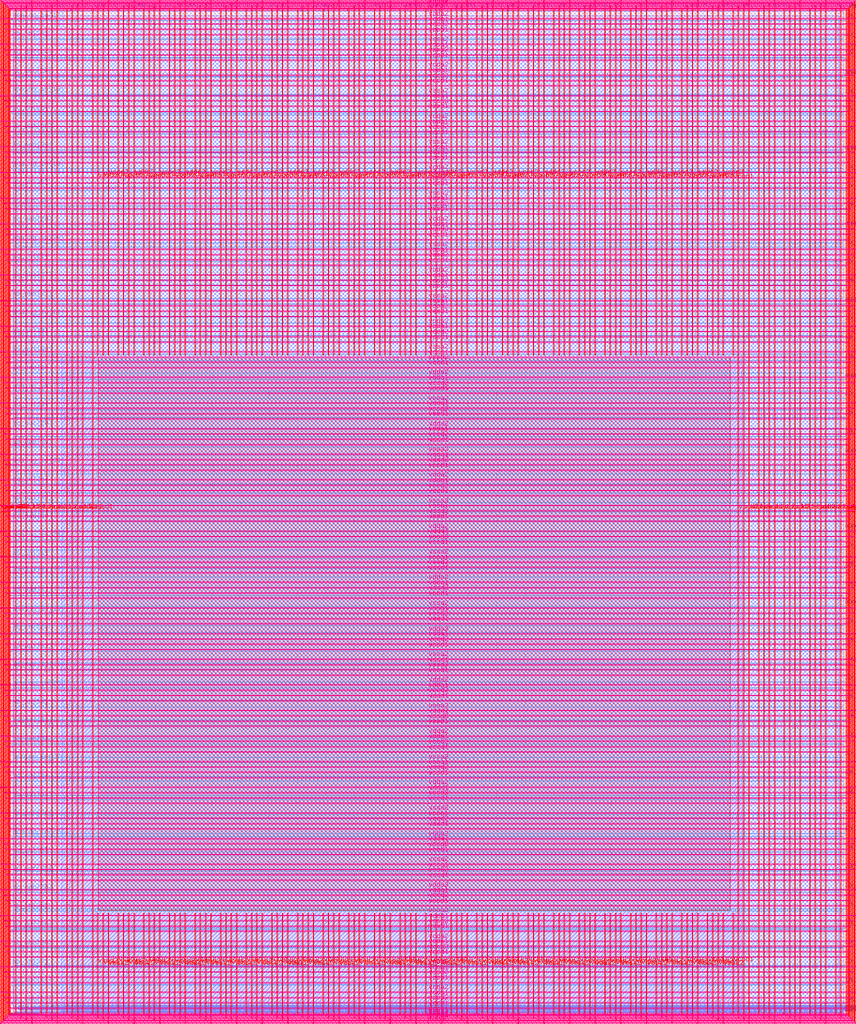
<source format=lef>
VERSION 5.7 ;
  NOWIREEXTENSIONATPIN ON ;
  DIVIDERCHAR "/" ;
  BUSBITCHARS "[]" ;
MACRO user_project_wrapper
  CLASS BLOCK ;
  FOREIGN user_project_wrapper ;
  ORIGIN 0.000 0.000 ;
  SIZE 2920.000 BY 3520.000 ;
  PIN analog_io[0]
    DIRECTION INOUT ;
    USE SIGNAL ;
    PORT
      LAYER met3 ;
        RECT 2917.600 1426.380 2924.800 1427.580 ;
    END
  END analog_io[0]
  PIN analog_io[10]
    DIRECTION INOUT ;
    USE SIGNAL ;
    PORT
      LAYER met2 ;
        RECT 2230.490 3517.600 2231.050 3524.800 ;
    END
  END analog_io[10]
  PIN analog_io[11]
    DIRECTION INOUT ;
    USE SIGNAL ;
    PORT
      LAYER met2 ;
        RECT 1905.730 3517.600 1906.290 3524.800 ;
    END
  END analog_io[11]
  PIN analog_io[12]
    DIRECTION INOUT ;
    USE SIGNAL ;
    PORT
      LAYER met2 ;
        RECT 1581.430 3517.600 1581.990 3524.800 ;
    END
  END analog_io[12]
  PIN analog_io[13]
    DIRECTION INOUT ;
    USE SIGNAL ;
    PORT
      LAYER met2 ;
        RECT 1257.130 3517.600 1257.690 3524.800 ;
    END
  END analog_io[13]
  PIN analog_io[14]
    DIRECTION INOUT ;
    USE SIGNAL ;
    PORT
      LAYER met2 ;
        RECT 932.370 3517.600 932.930 3524.800 ;
    END
  END analog_io[14]
  PIN analog_io[15]
    DIRECTION INOUT ;
    USE SIGNAL ;
    PORT
      LAYER met2 ;
        RECT 608.070 3517.600 608.630 3524.800 ;
    END
  END analog_io[15]
  PIN analog_io[16]
    DIRECTION INOUT ;
    USE SIGNAL ;
    PORT
      LAYER met2 ;
        RECT 283.770 3517.600 284.330 3524.800 ;
    END
  END analog_io[16]
  PIN analog_io[17]
    DIRECTION INOUT ;
    USE SIGNAL ;
    PORT
      LAYER met3 ;
        RECT -4.800 3486.100 2.400 3487.300 ;
    END
  END analog_io[17]
  PIN analog_io[18]
    DIRECTION INOUT ;
    USE SIGNAL ;
    PORT
      LAYER met3 ;
        RECT -4.800 3224.980 2.400 3226.180 ;
    END
  END analog_io[18]
  PIN analog_io[19]
    DIRECTION INOUT ;
    USE SIGNAL ;
    PORT
      LAYER met3 ;
        RECT -4.800 2964.540 2.400 2965.740 ;
    END
  END analog_io[19]
  PIN analog_io[1]
    DIRECTION INOUT ;
    USE SIGNAL ;
    PORT
      LAYER met3 ;
        RECT 2917.600 1692.260 2924.800 1693.460 ;
    END
  END analog_io[1]
  PIN analog_io[20]
    DIRECTION INOUT ;
    USE SIGNAL ;
    PORT
      LAYER met3 ;
        RECT -4.800 2703.420 2.400 2704.620 ;
    END
  END analog_io[20]
  PIN analog_io[21]
    DIRECTION INOUT ;
    USE SIGNAL ;
    PORT
      LAYER met3 ;
        RECT -4.800 2442.980 2.400 2444.180 ;
    END
  END analog_io[21]
  PIN analog_io[22]
    DIRECTION INOUT ;
    USE SIGNAL ;
    PORT
      LAYER met3 ;
        RECT -4.800 2182.540 2.400 2183.740 ;
    END
  END analog_io[22]
  PIN analog_io[23]
    DIRECTION INOUT ;
    USE SIGNAL ;
    PORT
      LAYER met3 ;
        RECT -4.800 1921.420 2.400 1922.620 ;
    END
  END analog_io[23]
  PIN analog_io[24]
    DIRECTION INOUT ;
    USE SIGNAL ;
    PORT
      LAYER met3 ;
        RECT -4.800 1660.980 2.400 1662.180 ;
    END
  END analog_io[24]
  PIN analog_io[25]
    DIRECTION INOUT ;
    USE SIGNAL ;
    PORT
      LAYER met3 ;
        RECT -4.800 1399.860 2.400 1401.060 ;
    END
  END analog_io[25]
  PIN analog_io[26]
    DIRECTION INOUT ;
    USE SIGNAL ;
    PORT
      LAYER met3 ;
        RECT -4.800 1139.420 2.400 1140.620 ;
    END
  END analog_io[26]
  PIN analog_io[27]
    DIRECTION INOUT ;
    USE SIGNAL ;
    PORT
      LAYER met3 ;
        RECT -4.800 878.980 2.400 880.180 ;
    END
  END analog_io[27]
  PIN analog_io[28]
    DIRECTION INOUT ;
    USE SIGNAL ;
    PORT
      LAYER met3 ;
        RECT -4.800 617.860 2.400 619.060 ;
    END
  END analog_io[28]
  PIN analog_io[2]
    DIRECTION INOUT ;
    USE SIGNAL ;
    PORT
      LAYER met3 ;
        RECT 2917.600 1958.140 2924.800 1959.340 ;
    END
  END analog_io[2]
  PIN analog_io[3]
    DIRECTION INOUT ;
    USE SIGNAL ;
    PORT
      LAYER met3 ;
        RECT 2917.600 2223.340 2924.800 2224.540 ;
    END
  END analog_io[3]
  PIN analog_io[4]
    DIRECTION INOUT ;
    USE SIGNAL ;
    PORT
      LAYER met3 ;
        RECT 2917.600 2489.220 2924.800 2490.420 ;
    END
  END analog_io[4]
  PIN analog_io[5]
    DIRECTION INOUT ;
    USE SIGNAL ;
    PORT
      LAYER met3 ;
        RECT 2917.600 2755.100 2924.800 2756.300 ;
    END
  END analog_io[5]
  PIN analog_io[6]
    DIRECTION INOUT ;
    USE SIGNAL ;
    PORT
      LAYER met3 ;
        RECT 2917.600 3020.300 2924.800 3021.500 ;
    END
  END analog_io[6]
  PIN analog_io[7]
    DIRECTION INOUT ;
    USE SIGNAL ;
    PORT
      LAYER met3 ;
        RECT 2917.600 3286.180 2924.800 3287.380 ;
    END
  END analog_io[7]
  PIN analog_io[8]
    DIRECTION INOUT ;
    USE SIGNAL ;
    PORT
      LAYER met2 ;
        RECT 2879.090 3517.600 2879.650 3524.800 ;
    END
  END analog_io[8]
  PIN analog_io[9]
    DIRECTION INOUT ;
    USE SIGNAL ;
    PORT
      LAYER met2 ;
        RECT 2554.790 3517.600 2555.350 3524.800 ;
    END
  END analog_io[9]
  PIN io_in[0]
    DIRECTION INPUT ;
    USE SIGNAL ;
    PORT
      LAYER met3 ;
        RECT 2917.600 32.380 2924.800 33.580 ;
    END
  END io_in[0]
  PIN io_in[10]
    DIRECTION INPUT ;
    USE SIGNAL ;
    PORT
      LAYER met3 ;
        RECT 2917.600 2289.980 2924.800 2291.180 ;
    END
  END io_in[10]
  PIN io_in[11]
    DIRECTION INPUT ;
    USE SIGNAL ;
    PORT
      LAYER met3 ;
        RECT 2917.600 2555.860 2924.800 2557.060 ;
    END
  END io_in[11]
  PIN io_in[12]
    DIRECTION INPUT ;
    USE SIGNAL ;
    PORT
      LAYER met3 ;
        RECT 2917.600 2821.060 2924.800 2822.260 ;
    END
  END io_in[12]
  PIN io_in[13]
    DIRECTION INPUT ;
    USE SIGNAL ;
    PORT
      LAYER met3 ;
        RECT 2917.600 3086.940 2924.800 3088.140 ;
    END
  END io_in[13]
  PIN io_in[14]
    DIRECTION INPUT ;
    USE SIGNAL ;
    PORT
      LAYER met3 ;
        RECT 2917.600 3352.820 2924.800 3354.020 ;
    END
  END io_in[14]
  PIN io_in[15]
    DIRECTION INPUT ;
    USE SIGNAL ;
    PORT
      LAYER met2 ;
        RECT 2798.130 3517.600 2798.690 3524.800 ;
    END
  END io_in[15]
  PIN io_in[16]
    DIRECTION INPUT ;
    USE SIGNAL ;
    PORT
      LAYER met2 ;
        RECT 2473.830 3517.600 2474.390 3524.800 ;
    END
  END io_in[16]
  PIN io_in[17]
    DIRECTION INPUT ;
    USE SIGNAL ;
    PORT
      LAYER met2 ;
        RECT 2149.070 3517.600 2149.630 3524.800 ;
    END
  END io_in[17]
  PIN io_in[18]
    DIRECTION INPUT ;
    USE SIGNAL ;
    PORT
      LAYER met2 ;
        RECT 1824.770 3517.600 1825.330 3524.800 ;
    END
  END io_in[18]
  PIN io_in[19]
    DIRECTION INPUT ;
    USE SIGNAL ;
    PORT
      LAYER met2 ;
        RECT 1500.470 3517.600 1501.030 3524.800 ;
    END
  END io_in[19]
  PIN io_in[1]
    DIRECTION INPUT ;
    USE SIGNAL ;
    PORT
      LAYER met3 ;
        RECT 2917.600 230.940 2924.800 232.140 ;
    END
  END io_in[1]
  PIN io_in[20]
    DIRECTION INPUT ;
    USE SIGNAL ;
    PORT
      LAYER met2 ;
        RECT 1175.710 3517.600 1176.270 3524.800 ;
    END
  END io_in[20]
  PIN io_in[21]
    DIRECTION INPUT ;
    USE SIGNAL ;
    PORT
      LAYER met2 ;
        RECT 851.410 3517.600 851.970 3524.800 ;
    END
  END io_in[21]
  PIN io_in[22]
    DIRECTION INPUT ;
    USE SIGNAL ;
    PORT
      LAYER met2 ;
        RECT 527.110 3517.600 527.670 3524.800 ;
    END
  END io_in[22]
  PIN io_in[23]
    DIRECTION INPUT ;
    USE SIGNAL ;
    PORT
      LAYER met2 ;
        RECT 202.350 3517.600 202.910 3524.800 ;
    END
  END io_in[23]
  PIN io_in[24]
    DIRECTION INPUT ;
    USE SIGNAL ;
    PORT
      LAYER met3 ;
        RECT -4.800 3420.820 2.400 3422.020 ;
    END
  END io_in[24]
  PIN io_in[25]
    DIRECTION INPUT ;
    USE SIGNAL ;
    PORT
      LAYER met3 ;
        RECT -4.800 3159.700 2.400 3160.900 ;
    END
  END io_in[25]
  PIN io_in[26]
    DIRECTION INPUT ;
    USE SIGNAL ;
    PORT
      LAYER met3 ;
        RECT -4.800 2899.260 2.400 2900.460 ;
    END
  END io_in[26]
  PIN io_in[27]
    DIRECTION INPUT ;
    USE SIGNAL ;
    PORT
      LAYER met3 ;
        RECT -4.800 2638.820 2.400 2640.020 ;
    END
  END io_in[27]
  PIN io_in[28]
    DIRECTION INPUT ;
    USE SIGNAL ;
    PORT
      LAYER met3 ;
        RECT -4.800 2377.700 2.400 2378.900 ;
    END
  END io_in[28]
  PIN io_in[29]
    DIRECTION INPUT ;
    USE SIGNAL ;
    PORT
      LAYER met3 ;
        RECT -4.800 2117.260 2.400 2118.460 ;
    END
  END io_in[29]
  PIN io_in[2]
    DIRECTION INPUT ;
    USE SIGNAL ;
    PORT
      LAYER met3 ;
        RECT 2917.600 430.180 2924.800 431.380 ;
    END
  END io_in[2]
  PIN io_in[30]
    DIRECTION INPUT ;
    USE SIGNAL ;
    PORT
      LAYER met3 ;
        RECT -4.800 1856.140 2.400 1857.340 ;
    END
  END io_in[30]
  PIN io_in[31]
    DIRECTION INPUT ;
    USE SIGNAL ;
    PORT
      LAYER met3 ;
        RECT -4.800 1595.700 2.400 1596.900 ;
    END
  END io_in[31]
  PIN io_in[32]
    DIRECTION INPUT ;
    USE SIGNAL ;
    PORT
      LAYER met3 ;
        RECT -4.800 1335.260 2.400 1336.460 ;
    END
  END io_in[32]
  PIN io_in[33]
    DIRECTION INPUT ;
    USE SIGNAL ;
    PORT
      LAYER met3 ;
        RECT -4.800 1074.140 2.400 1075.340 ;
    END
  END io_in[33]
  PIN io_in[34]
    DIRECTION INPUT ;
    USE SIGNAL ;
    PORT
      LAYER met3 ;
        RECT -4.800 813.700 2.400 814.900 ;
    END
  END io_in[34]
  PIN io_in[35]
    DIRECTION INPUT ;
    USE SIGNAL ;
    PORT
      LAYER met3 ;
        RECT -4.800 552.580 2.400 553.780 ;
    END
  END io_in[35]
  PIN io_in[36]
    DIRECTION INPUT ;
    USE SIGNAL ;
    PORT
      LAYER met3 ;
        RECT -4.800 357.420 2.400 358.620 ;
    END
  END io_in[36]
  PIN io_in[37]
    DIRECTION INPUT ;
    USE SIGNAL ;
    PORT
      LAYER met3 ;
        RECT -4.800 161.580 2.400 162.780 ;
    END
  END io_in[37]
  PIN io_in[3]
    DIRECTION INPUT ;
    USE SIGNAL ;
    PORT
      LAYER met3 ;
        RECT 2917.600 629.420 2924.800 630.620 ;
    END
  END io_in[3]
  PIN io_in[4]
    DIRECTION INPUT ;
    USE SIGNAL ;
    PORT
      LAYER met3 ;
        RECT 2917.600 828.660 2924.800 829.860 ;
    END
  END io_in[4]
  PIN io_in[5]
    DIRECTION INPUT ;
    USE SIGNAL ;
    PORT
      LAYER met3 ;
        RECT 2917.600 1027.900 2924.800 1029.100 ;
    END
  END io_in[5]
  PIN io_in[6]
    DIRECTION INPUT ;
    USE SIGNAL ;
    PORT
      LAYER met3 ;
        RECT 2917.600 1227.140 2924.800 1228.340 ;
    END
  END io_in[6]
  PIN io_in[7]
    DIRECTION INPUT ;
    USE SIGNAL ;
    PORT
      LAYER met3 ;
        RECT 2917.600 1493.020 2924.800 1494.220 ;
    END
  END io_in[7]
  PIN io_in[8]
    DIRECTION INPUT ;
    USE SIGNAL ;
    PORT
      LAYER met3 ;
        RECT 2917.600 1758.900 2924.800 1760.100 ;
    END
  END io_in[8]
  PIN io_in[9]
    DIRECTION INPUT ;
    USE SIGNAL ;
    PORT
      LAYER met3 ;
        RECT 2917.600 2024.100 2924.800 2025.300 ;
    END
  END io_in[9]
  PIN io_oeb[0]
    DIRECTION OUTPUT TRISTATE ;
    USE SIGNAL ;
    PORT
      LAYER met3 ;
        RECT 2917.600 164.980 2924.800 166.180 ;
    END
  END io_oeb[0]
  PIN io_oeb[10]
    DIRECTION OUTPUT TRISTATE ;
    USE SIGNAL ;
    PORT
      LAYER met3 ;
        RECT 2917.600 2422.580 2924.800 2423.780 ;
    END
  END io_oeb[10]
  PIN io_oeb[11]
    DIRECTION OUTPUT TRISTATE ;
    USE SIGNAL ;
    PORT
      LAYER met3 ;
        RECT 2917.600 2688.460 2924.800 2689.660 ;
    END
  END io_oeb[11]
  PIN io_oeb[12]
    DIRECTION OUTPUT TRISTATE ;
    USE SIGNAL ;
    PORT
      LAYER met3 ;
        RECT 2917.600 2954.340 2924.800 2955.540 ;
    END
  END io_oeb[12]
  PIN io_oeb[13]
    DIRECTION OUTPUT TRISTATE ;
    USE SIGNAL ;
    PORT
      LAYER met3 ;
        RECT 2917.600 3219.540 2924.800 3220.740 ;
    END
  END io_oeb[13]
  PIN io_oeb[14]
    DIRECTION OUTPUT TRISTATE ;
    USE SIGNAL ;
    PORT
      LAYER met3 ;
        RECT 2917.600 3485.420 2924.800 3486.620 ;
    END
  END io_oeb[14]
  PIN io_oeb[15]
    DIRECTION OUTPUT TRISTATE ;
    USE SIGNAL ;
    PORT
      LAYER met2 ;
        RECT 2635.750 3517.600 2636.310 3524.800 ;
    END
  END io_oeb[15]
  PIN io_oeb[16]
    DIRECTION OUTPUT TRISTATE ;
    USE SIGNAL ;
    PORT
      LAYER met2 ;
        RECT 2311.450 3517.600 2312.010 3524.800 ;
    END
  END io_oeb[16]
  PIN io_oeb[17]
    DIRECTION OUTPUT TRISTATE ;
    USE SIGNAL ;
    PORT
      LAYER met2 ;
        RECT 1987.150 3517.600 1987.710 3524.800 ;
    END
  END io_oeb[17]
  PIN io_oeb[18]
    DIRECTION OUTPUT TRISTATE ;
    USE SIGNAL ;
    PORT
      LAYER met2 ;
        RECT 1662.390 3517.600 1662.950 3524.800 ;
    END
  END io_oeb[18]
  PIN io_oeb[19]
    DIRECTION OUTPUT TRISTATE ;
    USE SIGNAL ;
    PORT
      LAYER met2 ;
        RECT 1338.090 3517.600 1338.650 3524.800 ;
    END
  END io_oeb[19]
  PIN io_oeb[1]
    DIRECTION OUTPUT TRISTATE ;
    USE SIGNAL ;
    PORT
      LAYER met3 ;
        RECT 2917.600 364.220 2924.800 365.420 ;
    END
  END io_oeb[1]
  PIN io_oeb[20]
    DIRECTION OUTPUT TRISTATE ;
    USE SIGNAL ;
    PORT
      LAYER met2 ;
        RECT 1013.790 3517.600 1014.350 3524.800 ;
    END
  END io_oeb[20]
  PIN io_oeb[21]
    DIRECTION OUTPUT TRISTATE ;
    USE SIGNAL ;
    PORT
      LAYER met2 ;
        RECT 689.030 3517.600 689.590 3524.800 ;
    END
  END io_oeb[21]
  PIN io_oeb[22]
    DIRECTION OUTPUT TRISTATE ;
    USE SIGNAL ;
    PORT
      LAYER met2 ;
        RECT 364.730 3517.600 365.290 3524.800 ;
    END
  END io_oeb[22]
  PIN io_oeb[23]
    DIRECTION OUTPUT TRISTATE ;
    USE SIGNAL ;
    PORT
      LAYER met2 ;
        RECT 40.430 3517.600 40.990 3524.800 ;
    END
  END io_oeb[23]
  PIN io_oeb[24]
    DIRECTION OUTPUT TRISTATE ;
    USE SIGNAL ;
    PORT
      LAYER met3 ;
        RECT -4.800 3290.260 2.400 3291.460 ;
    END
  END io_oeb[24]
  PIN io_oeb[25]
    DIRECTION OUTPUT TRISTATE ;
    USE SIGNAL ;
    PORT
      LAYER met3 ;
        RECT -4.800 3029.820 2.400 3031.020 ;
    END
  END io_oeb[25]
  PIN io_oeb[26]
    DIRECTION OUTPUT TRISTATE ;
    USE SIGNAL ;
    PORT
      LAYER met3 ;
        RECT -4.800 2768.700 2.400 2769.900 ;
    END
  END io_oeb[26]
  PIN io_oeb[27]
    DIRECTION OUTPUT TRISTATE ;
    USE SIGNAL ;
    PORT
      LAYER met3 ;
        RECT -4.800 2508.260 2.400 2509.460 ;
    END
  END io_oeb[27]
  PIN io_oeb[28]
    DIRECTION OUTPUT TRISTATE ;
    USE SIGNAL ;
    PORT
      LAYER met3 ;
        RECT -4.800 2247.140 2.400 2248.340 ;
    END
  END io_oeb[28]
  PIN io_oeb[29]
    DIRECTION OUTPUT TRISTATE ;
    USE SIGNAL ;
    PORT
      LAYER met3 ;
        RECT -4.800 1986.700 2.400 1987.900 ;
    END
  END io_oeb[29]
  PIN io_oeb[2]
    DIRECTION OUTPUT TRISTATE ;
    USE SIGNAL ;
    PORT
      LAYER met3 ;
        RECT 2917.600 563.460 2924.800 564.660 ;
    END
  END io_oeb[2]
  PIN io_oeb[30]
    DIRECTION OUTPUT TRISTATE ;
    USE SIGNAL ;
    PORT
      LAYER met3 ;
        RECT -4.800 1726.260 2.400 1727.460 ;
    END
  END io_oeb[30]
  PIN io_oeb[31]
    DIRECTION OUTPUT TRISTATE ;
    USE SIGNAL ;
    PORT
      LAYER met3 ;
        RECT -4.800 1465.140 2.400 1466.340 ;
    END
  END io_oeb[31]
  PIN io_oeb[32]
    DIRECTION OUTPUT TRISTATE ;
    USE SIGNAL ;
    PORT
      LAYER met3 ;
        RECT -4.800 1204.700 2.400 1205.900 ;
    END
  END io_oeb[32]
  PIN io_oeb[33]
    DIRECTION OUTPUT TRISTATE ;
    USE SIGNAL ;
    PORT
      LAYER met3 ;
        RECT -4.800 943.580 2.400 944.780 ;
    END
  END io_oeb[33]
  PIN io_oeb[34]
    DIRECTION OUTPUT TRISTATE ;
    USE SIGNAL ;
    PORT
      LAYER met3 ;
        RECT -4.800 683.140 2.400 684.340 ;
    END
  END io_oeb[34]
  PIN io_oeb[35]
    DIRECTION OUTPUT TRISTATE ;
    USE SIGNAL ;
    PORT
      LAYER met3 ;
        RECT -4.800 422.700 2.400 423.900 ;
    END
  END io_oeb[35]
  PIN io_oeb[36]
    DIRECTION OUTPUT TRISTATE ;
    USE SIGNAL ;
    PORT
      LAYER met3 ;
        RECT -4.800 226.860 2.400 228.060 ;
    END
  END io_oeb[36]
  PIN io_oeb[37]
    DIRECTION OUTPUT TRISTATE ;
    USE SIGNAL ;
    PORT
      LAYER met3 ;
        RECT -4.800 31.700 2.400 32.900 ;
    END
  END io_oeb[37]
  PIN io_oeb[3]
    DIRECTION OUTPUT TRISTATE ;
    USE SIGNAL ;
    PORT
      LAYER met3 ;
        RECT 2917.600 762.700 2924.800 763.900 ;
    END
  END io_oeb[3]
  PIN io_oeb[4]
    DIRECTION OUTPUT TRISTATE ;
    USE SIGNAL ;
    PORT
      LAYER met3 ;
        RECT 2917.600 961.940 2924.800 963.140 ;
    END
  END io_oeb[4]
  PIN io_oeb[5]
    DIRECTION OUTPUT TRISTATE ;
    USE SIGNAL ;
    PORT
      LAYER met3 ;
        RECT 2917.600 1161.180 2924.800 1162.380 ;
    END
  END io_oeb[5]
  PIN io_oeb[6]
    DIRECTION OUTPUT TRISTATE ;
    USE SIGNAL ;
    PORT
      LAYER met3 ;
        RECT 2917.600 1360.420 2924.800 1361.620 ;
    END
  END io_oeb[6]
  PIN io_oeb[7]
    DIRECTION OUTPUT TRISTATE ;
    USE SIGNAL ;
    PORT
      LAYER met3 ;
        RECT 2917.600 1625.620 2924.800 1626.820 ;
    END
  END io_oeb[7]
  PIN io_oeb[8]
    DIRECTION OUTPUT TRISTATE ;
    USE SIGNAL ;
    PORT
      LAYER met3 ;
        RECT 2917.600 1891.500 2924.800 1892.700 ;
    END
  END io_oeb[8]
  PIN io_oeb[9]
    DIRECTION OUTPUT TRISTATE ;
    USE SIGNAL ;
    PORT
      LAYER met3 ;
        RECT 2917.600 2157.380 2924.800 2158.580 ;
    END
  END io_oeb[9]
  PIN io_out[0]
    DIRECTION OUTPUT TRISTATE ;
    USE SIGNAL ;
    PORT
      LAYER met3 ;
        RECT 2917.600 98.340 2924.800 99.540 ;
    END
  END io_out[0]
  PIN io_out[10]
    DIRECTION OUTPUT TRISTATE ;
    USE SIGNAL ;
    PORT
      LAYER met3 ;
        RECT 2917.600 2356.620 2924.800 2357.820 ;
    END
  END io_out[10]
  PIN io_out[11]
    DIRECTION OUTPUT TRISTATE ;
    USE SIGNAL ;
    PORT
      LAYER met3 ;
        RECT 2917.600 2621.820 2924.800 2623.020 ;
    END
  END io_out[11]
  PIN io_out[12]
    DIRECTION OUTPUT TRISTATE ;
    USE SIGNAL ;
    PORT
      LAYER met3 ;
        RECT 2917.600 2887.700 2924.800 2888.900 ;
    END
  END io_out[12]
  PIN io_out[13]
    DIRECTION OUTPUT TRISTATE ;
    USE SIGNAL ;
    PORT
      LAYER met3 ;
        RECT 2917.600 3153.580 2924.800 3154.780 ;
    END
  END io_out[13]
  PIN io_out[14]
    DIRECTION OUTPUT TRISTATE ;
    USE SIGNAL ;
    PORT
      LAYER met3 ;
        RECT 2917.600 3418.780 2924.800 3419.980 ;
    END
  END io_out[14]
  PIN io_out[15]
    DIRECTION OUTPUT TRISTATE ;
    USE SIGNAL ;
    PORT
      LAYER met2 ;
        RECT 2717.170 3517.600 2717.730 3524.800 ;
    END
  END io_out[15]
  PIN io_out[16]
    DIRECTION OUTPUT TRISTATE ;
    USE SIGNAL ;
    PORT
      LAYER met2 ;
        RECT 2392.410 3517.600 2392.970 3524.800 ;
    END
  END io_out[16]
  PIN io_out[17]
    DIRECTION OUTPUT TRISTATE ;
    USE SIGNAL ;
    PORT
      LAYER met2 ;
        RECT 2068.110 3517.600 2068.670 3524.800 ;
    END
  END io_out[17]
  PIN io_out[18]
    DIRECTION OUTPUT TRISTATE ;
    USE SIGNAL ;
    PORT
      LAYER met2 ;
        RECT 1743.810 3517.600 1744.370 3524.800 ;
    END
  END io_out[18]
  PIN io_out[19]
    DIRECTION OUTPUT TRISTATE ;
    USE SIGNAL ;
    PORT
      LAYER met2 ;
        RECT 1419.050 3517.600 1419.610 3524.800 ;
    END
  END io_out[19]
  PIN io_out[1]
    DIRECTION OUTPUT TRISTATE ;
    USE SIGNAL ;
    PORT
      LAYER met3 ;
        RECT 2917.600 297.580 2924.800 298.780 ;
    END
  END io_out[1]
  PIN io_out[20]
    DIRECTION OUTPUT TRISTATE ;
    USE SIGNAL ;
    PORT
      LAYER met2 ;
        RECT 1094.750 3517.600 1095.310 3524.800 ;
    END
  END io_out[20]
  PIN io_out[21]
    DIRECTION OUTPUT TRISTATE ;
    USE SIGNAL ;
    PORT
      LAYER met2 ;
        RECT 770.450 3517.600 771.010 3524.800 ;
    END
  END io_out[21]
  PIN io_out[22]
    DIRECTION OUTPUT TRISTATE ;
    USE SIGNAL ;
    PORT
      LAYER met2 ;
        RECT 445.690 3517.600 446.250 3524.800 ;
    END
  END io_out[22]
  PIN io_out[23]
    DIRECTION OUTPUT TRISTATE ;
    USE SIGNAL ;
    PORT
      LAYER met2 ;
        RECT 121.390 3517.600 121.950 3524.800 ;
    END
  END io_out[23]
  PIN io_out[24]
    DIRECTION OUTPUT TRISTATE ;
    USE SIGNAL ;
    PORT
      LAYER met3 ;
        RECT -4.800 3355.540 2.400 3356.740 ;
    END
  END io_out[24]
  PIN io_out[25]
    DIRECTION OUTPUT TRISTATE ;
    USE SIGNAL ;
    PORT
      LAYER met3 ;
        RECT -4.800 3095.100 2.400 3096.300 ;
    END
  END io_out[25]
  PIN io_out[26]
    DIRECTION OUTPUT TRISTATE ;
    USE SIGNAL ;
    PORT
      LAYER met3 ;
        RECT -4.800 2833.980 2.400 2835.180 ;
    END
  END io_out[26]
  PIN io_out[27]
    DIRECTION OUTPUT TRISTATE ;
    USE SIGNAL ;
    PORT
      LAYER met3 ;
        RECT -4.800 2573.540 2.400 2574.740 ;
    END
  END io_out[27]
  PIN io_out[28]
    DIRECTION OUTPUT TRISTATE ;
    USE SIGNAL ;
    PORT
      LAYER met3 ;
        RECT -4.800 2312.420 2.400 2313.620 ;
    END
  END io_out[28]
  PIN io_out[29]
    DIRECTION OUTPUT TRISTATE ;
    USE SIGNAL ;
    PORT
      LAYER met3 ;
        RECT -4.800 2051.980 2.400 2053.180 ;
    END
  END io_out[29]
  PIN io_out[2]
    DIRECTION OUTPUT TRISTATE ;
    USE SIGNAL ;
    PORT
      LAYER met3 ;
        RECT 2917.600 496.820 2924.800 498.020 ;
    END
  END io_out[2]
  PIN io_out[30]
    DIRECTION OUTPUT TRISTATE ;
    USE SIGNAL ;
    PORT
      LAYER met3 ;
        RECT -4.800 1791.540 2.400 1792.740 ;
    END
  END io_out[30]
  PIN io_out[31]
    DIRECTION OUTPUT TRISTATE ;
    USE SIGNAL ;
    PORT
      LAYER met3 ;
        RECT -4.800 1530.420 2.400 1531.620 ;
    END
  END io_out[31]
  PIN io_out[32]
    DIRECTION OUTPUT TRISTATE ;
    USE SIGNAL ;
    PORT
      LAYER met3 ;
        RECT -4.800 1269.980 2.400 1271.180 ;
    END
  END io_out[32]
  PIN io_out[33]
    DIRECTION OUTPUT TRISTATE ;
    USE SIGNAL ;
    PORT
      LAYER met3 ;
        RECT -4.800 1008.860 2.400 1010.060 ;
    END
  END io_out[33]
  PIN io_out[34]
    DIRECTION OUTPUT TRISTATE ;
    USE SIGNAL ;
    PORT
      LAYER met3 ;
        RECT -4.800 748.420 2.400 749.620 ;
    END
  END io_out[34]
  PIN io_out[35]
    DIRECTION OUTPUT TRISTATE ;
    USE SIGNAL ;
    PORT
      LAYER met3 ;
        RECT -4.800 487.300 2.400 488.500 ;
    END
  END io_out[35]
  PIN io_out[36]
    DIRECTION OUTPUT TRISTATE ;
    USE SIGNAL ;
    PORT
      LAYER met3 ;
        RECT -4.800 292.140 2.400 293.340 ;
    END
  END io_out[36]
  PIN io_out[37]
    DIRECTION OUTPUT TRISTATE ;
    USE SIGNAL ;
    PORT
      LAYER met3 ;
        RECT -4.800 96.300 2.400 97.500 ;
    END
  END io_out[37]
  PIN io_out[3]
    DIRECTION OUTPUT TRISTATE ;
    USE SIGNAL ;
    PORT
      LAYER met3 ;
        RECT 2917.600 696.060 2924.800 697.260 ;
    END
  END io_out[3]
  PIN io_out[4]
    DIRECTION OUTPUT TRISTATE ;
    USE SIGNAL ;
    PORT
      LAYER met3 ;
        RECT 2917.600 895.300 2924.800 896.500 ;
    END
  END io_out[4]
  PIN io_out[5]
    DIRECTION OUTPUT TRISTATE ;
    USE SIGNAL ;
    PORT
      LAYER met3 ;
        RECT 2917.600 1094.540 2924.800 1095.740 ;
    END
  END io_out[5]
  PIN io_out[6]
    DIRECTION OUTPUT TRISTATE ;
    USE SIGNAL ;
    PORT
      LAYER met3 ;
        RECT 2917.600 1293.780 2924.800 1294.980 ;
    END
  END io_out[6]
  PIN io_out[7]
    DIRECTION OUTPUT TRISTATE ;
    USE SIGNAL ;
    PORT
      LAYER met3 ;
        RECT 2917.600 1559.660 2924.800 1560.860 ;
    END
  END io_out[7]
  PIN io_out[8]
    DIRECTION OUTPUT TRISTATE ;
    USE SIGNAL ;
    PORT
      LAYER met3 ;
        RECT 2917.600 1824.860 2924.800 1826.060 ;
    END
  END io_out[8]
  PIN io_out[9]
    DIRECTION OUTPUT TRISTATE ;
    USE SIGNAL ;
    PORT
      LAYER met3 ;
        RECT 2917.600 2090.740 2924.800 2091.940 ;
    END
  END io_out[9]
  PIN la_data_in[0]
    DIRECTION INPUT ;
    USE SIGNAL ;
    PORT
      LAYER met2 ;
        RECT 629.230 -4.800 629.790 2.400 ;
    END
  END la_data_in[0]
  PIN la_data_in[100]
    DIRECTION INPUT ;
    USE SIGNAL ;
    PORT
      LAYER met2 ;
        RECT 2402.530 -4.800 2403.090 2.400 ;
    END
  END la_data_in[100]
  PIN la_data_in[101]
    DIRECTION INPUT ;
    USE SIGNAL ;
    PORT
      LAYER met2 ;
        RECT 2420.010 -4.800 2420.570 2.400 ;
    END
  END la_data_in[101]
  PIN la_data_in[102]
    DIRECTION INPUT ;
    USE SIGNAL ;
    PORT
      LAYER met2 ;
        RECT 2437.950 -4.800 2438.510 2.400 ;
    END
  END la_data_in[102]
  PIN la_data_in[103]
    DIRECTION INPUT ;
    USE SIGNAL ;
    PORT
      LAYER met2 ;
        RECT 2455.430 -4.800 2455.990 2.400 ;
    END
  END la_data_in[103]
  PIN la_data_in[104]
    DIRECTION INPUT ;
    USE SIGNAL ;
    PORT
      LAYER met2 ;
        RECT 2473.370 -4.800 2473.930 2.400 ;
    END
  END la_data_in[104]
  PIN la_data_in[105]
    DIRECTION INPUT ;
    USE SIGNAL ;
    PORT
      LAYER met2 ;
        RECT 2490.850 -4.800 2491.410 2.400 ;
    END
  END la_data_in[105]
  PIN la_data_in[106]
    DIRECTION INPUT ;
    USE SIGNAL ;
    PORT
      LAYER met2 ;
        RECT 2508.790 -4.800 2509.350 2.400 ;
    END
  END la_data_in[106]
  PIN la_data_in[107]
    DIRECTION INPUT ;
    USE SIGNAL ;
    PORT
      LAYER met2 ;
        RECT 2526.730 -4.800 2527.290 2.400 ;
    END
  END la_data_in[107]
  PIN la_data_in[108]
    DIRECTION INPUT ;
    USE SIGNAL ;
    PORT
      LAYER met2 ;
        RECT 2544.210 -4.800 2544.770 2.400 ;
    END
  END la_data_in[108]
  PIN la_data_in[109]
    DIRECTION INPUT ;
    USE SIGNAL ;
    PORT
      LAYER met2 ;
        RECT 2562.150 -4.800 2562.710 2.400 ;
    END
  END la_data_in[109]
  PIN la_data_in[10]
    DIRECTION INPUT ;
    USE SIGNAL ;
    PORT
      LAYER met2 ;
        RECT 806.330 -4.800 806.890 2.400 ;
    END
  END la_data_in[10]
  PIN la_data_in[110]
    DIRECTION INPUT ;
    USE SIGNAL ;
    PORT
      LAYER met2 ;
        RECT 2579.630 -4.800 2580.190 2.400 ;
    END
  END la_data_in[110]
  PIN la_data_in[111]
    DIRECTION INPUT ;
    USE SIGNAL ;
    PORT
      LAYER met2 ;
        RECT 2597.570 -4.800 2598.130 2.400 ;
    END
  END la_data_in[111]
  PIN la_data_in[112]
    DIRECTION INPUT ;
    USE SIGNAL ;
    PORT
      LAYER met2 ;
        RECT 2615.050 -4.800 2615.610 2.400 ;
    END
  END la_data_in[112]
  PIN la_data_in[113]
    DIRECTION INPUT ;
    USE SIGNAL ;
    PORT
      LAYER met2 ;
        RECT 2632.990 -4.800 2633.550 2.400 ;
    END
  END la_data_in[113]
  PIN la_data_in[114]
    DIRECTION INPUT ;
    USE SIGNAL ;
    PORT
      LAYER met2 ;
        RECT 2650.470 -4.800 2651.030 2.400 ;
    END
  END la_data_in[114]
  PIN la_data_in[115]
    DIRECTION INPUT ;
    USE SIGNAL ;
    PORT
      LAYER met2 ;
        RECT 2668.410 -4.800 2668.970 2.400 ;
    END
  END la_data_in[115]
  PIN la_data_in[116]
    DIRECTION INPUT ;
    USE SIGNAL ;
    PORT
      LAYER met2 ;
        RECT 2685.890 -4.800 2686.450 2.400 ;
    END
  END la_data_in[116]
  PIN la_data_in[117]
    DIRECTION INPUT ;
    USE SIGNAL ;
    PORT
      LAYER met2 ;
        RECT 2703.830 -4.800 2704.390 2.400 ;
    END
  END la_data_in[117]
  PIN la_data_in[118]
    DIRECTION INPUT ;
    USE SIGNAL ;
    PORT
      LAYER met2 ;
        RECT 2721.770 -4.800 2722.330 2.400 ;
    END
  END la_data_in[118]
  PIN la_data_in[119]
    DIRECTION INPUT ;
    USE SIGNAL ;
    PORT
      LAYER met2 ;
        RECT 2739.250 -4.800 2739.810 2.400 ;
    END
  END la_data_in[119]
  PIN la_data_in[11]
    DIRECTION INPUT ;
    USE SIGNAL ;
    PORT
      LAYER met2 ;
        RECT 824.270 -4.800 824.830 2.400 ;
    END
  END la_data_in[11]
  PIN la_data_in[120]
    DIRECTION INPUT ;
    USE SIGNAL ;
    PORT
      LAYER met2 ;
        RECT 2757.190 -4.800 2757.750 2.400 ;
    END
  END la_data_in[120]
  PIN la_data_in[121]
    DIRECTION INPUT ;
    USE SIGNAL ;
    PORT
      LAYER met2 ;
        RECT 2774.670 -4.800 2775.230 2.400 ;
    END
  END la_data_in[121]
  PIN la_data_in[122]
    DIRECTION INPUT ;
    USE SIGNAL ;
    PORT
      LAYER met2 ;
        RECT 2792.610 -4.800 2793.170 2.400 ;
    END
  END la_data_in[122]
  PIN la_data_in[123]
    DIRECTION INPUT ;
    USE SIGNAL ;
    PORT
      LAYER met2 ;
        RECT 2810.090 -4.800 2810.650 2.400 ;
    END
  END la_data_in[123]
  PIN la_data_in[124]
    DIRECTION INPUT ;
    USE SIGNAL ;
    PORT
      LAYER met2 ;
        RECT 2828.030 -4.800 2828.590 2.400 ;
    END
  END la_data_in[124]
  PIN la_data_in[125]
    DIRECTION INPUT ;
    USE SIGNAL ;
    PORT
      LAYER met2 ;
        RECT 2845.510 -4.800 2846.070 2.400 ;
    END
  END la_data_in[125]
  PIN la_data_in[126]
    DIRECTION INPUT ;
    USE SIGNAL ;
    PORT
      LAYER met2 ;
        RECT 2863.450 -4.800 2864.010 2.400 ;
    END
  END la_data_in[126]
  PIN la_data_in[127]
    DIRECTION INPUT ;
    USE SIGNAL ;
    PORT
      LAYER met2 ;
        RECT 2881.390 -4.800 2881.950 2.400 ;
    END
  END la_data_in[127]
  PIN la_data_in[12]
    DIRECTION INPUT ;
    USE SIGNAL ;
    PORT
      LAYER met2 ;
        RECT 841.750 -4.800 842.310 2.400 ;
    END
  END la_data_in[12]
  PIN la_data_in[13]
    DIRECTION INPUT ;
    USE SIGNAL ;
    PORT
      LAYER met2 ;
        RECT 859.690 -4.800 860.250 2.400 ;
    END
  END la_data_in[13]
  PIN la_data_in[14]
    DIRECTION INPUT ;
    USE SIGNAL ;
    PORT
      LAYER met2 ;
        RECT 877.170 -4.800 877.730 2.400 ;
    END
  END la_data_in[14]
  PIN la_data_in[15]
    DIRECTION INPUT ;
    USE SIGNAL ;
    PORT
      LAYER met2 ;
        RECT 895.110 -4.800 895.670 2.400 ;
    END
  END la_data_in[15]
  PIN la_data_in[16]
    DIRECTION INPUT ;
    USE SIGNAL ;
    PORT
      LAYER met2 ;
        RECT 912.590 -4.800 913.150 2.400 ;
    END
  END la_data_in[16]
  PIN la_data_in[17]
    DIRECTION INPUT ;
    USE SIGNAL ;
    PORT
      LAYER met2 ;
        RECT 930.530 -4.800 931.090 2.400 ;
    END
  END la_data_in[17]
  PIN la_data_in[18]
    DIRECTION INPUT ;
    USE SIGNAL ;
    PORT
      LAYER met2 ;
        RECT 948.470 -4.800 949.030 2.400 ;
    END
  END la_data_in[18]
  PIN la_data_in[19]
    DIRECTION INPUT ;
    USE SIGNAL ;
    PORT
      LAYER met2 ;
        RECT 965.950 -4.800 966.510 2.400 ;
    END
  END la_data_in[19]
  PIN la_data_in[1]
    DIRECTION INPUT ;
    USE SIGNAL ;
    PORT
      LAYER met2 ;
        RECT 646.710 -4.800 647.270 2.400 ;
    END
  END la_data_in[1]
  PIN la_data_in[20]
    DIRECTION INPUT ;
    USE SIGNAL ;
    PORT
      LAYER met2 ;
        RECT 983.890 -4.800 984.450 2.400 ;
    END
  END la_data_in[20]
  PIN la_data_in[21]
    DIRECTION INPUT ;
    USE SIGNAL ;
    PORT
      LAYER met2 ;
        RECT 1001.370 -4.800 1001.930 2.400 ;
    END
  END la_data_in[21]
  PIN la_data_in[22]
    DIRECTION INPUT ;
    USE SIGNAL ;
    PORT
      LAYER met2 ;
        RECT 1019.310 -4.800 1019.870 2.400 ;
    END
  END la_data_in[22]
  PIN la_data_in[23]
    DIRECTION INPUT ;
    USE SIGNAL ;
    PORT
      LAYER met2 ;
        RECT 1036.790 -4.800 1037.350 2.400 ;
    END
  END la_data_in[23]
  PIN la_data_in[24]
    DIRECTION INPUT ;
    USE SIGNAL ;
    PORT
      LAYER met2 ;
        RECT 1054.730 -4.800 1055.290 2.400 ;
    END
  END la_data_in[24]
  PIN la_data_in[25]
    DIRECTION INPUT ;
    USE SIGNAL ;
    PORT
      LAYER met2 ;
        RECT 1072.210 -4.800 1072.770 2.400 ;
    END
  END la_data_in[25]
  PIN la_data_in[26]
    DIRECTION INPUT ;
    USE SIGNAL ;
    PORT
      LAYER met2 ;
        RECT 1090.150 -4.800 1090.710 2.400 ;
    END
  END la_data_in[26]
  PIN la_data_in[27]
    DIRECTION INPUT ;
    USE SIGNAL ;
    PORT
      LAYER met2 ;
        RECT 1107.630 -4.800 1108.190 2.400 ;
    END
  END la_data_in[27]
  PIN la_data_in[28]
    DIRECTION INPUT ;
    USE SIGNAL ;
    PORT
      LAYER met2 ;
        RECT 1125.570 -4.800 1126.130 2.400 ;
    END
  END la_data_in[28]
  PIN la_data_in[29]
    DIRECTION INPUT ;
    USE SIGNAL ;
    PORT
      LAYER met2 ;
        RECT 1143.510 -4.800 1144.070 2.400 ;
    END
  END la_data_in[29]
  PIN la_data_in[2]
    DIRECTION INPUT ;
    USE SIGNAL ;
    PORT
      LAYER met2 ;
        RECT 664.650 -4.800 665.210 2.400 ;
    END
  END la_data_in[2]
  PIN la_data_in[30]
    DIRECTION INPUT ;
    USE SIGNAL ;
    PORT
      LAYER met2 ;
        RECT 1160.990 -4.800 1161.550 2.400 ;
    END
  END la_data_in[30]
  PIN la_data_in[31]
    DIRECTION INPUT ;
    USE SIGNAL ;
    PORT
      LAYER met2 ;
        RECT 1178.930 -4.800 1179.490 2.400 ;
    END
  END la_data_in[31]
  PIN la_data_in[32]
    DIRECTION INPUT ;
    USE SIGNAL ;
    PORT
      LAYER met2 ;
        RECT 1196.410 -4.800 1196.970 2.400 ;
    END
  END la_data_in[32]
  PIN la_data_in[33]
    DIRECTION INPUT ;
    USE SIGNAL ;
    PORT
      LAYER met2 ;
        RECT 1214.350 -4.800 1214.910 2.400 ;
    END
  END la_data_in[33]
  PIN la_data_in[34]
    DIRECTION INPUT ;
    USE SIGNAL ;
    PORT
      LAYER met2 ;
        RECT 1231.830 -4.800 1232.390 2.400 ;
    END
  END la_data_in[34]
  PIN la_data_in[35]
    DIRECTION INPUT ;
    USE SIGNAL ;
    PORT
      LAYER met2 ;
        RECT 1249.770 -4.800 1250.330 2.400 ;
    END
  END la_data_in[35]
  PIN la_data_in[36]
    DIRECTION INPUT ;
    USE SIGNAL ;
    PORT
      LAYER met2 ;
        RECT 1267.250 -4.800 1267.810 2.400 ;
    END
  END la_data_in[36]
  PIN la_data_in[37]
    DIRECTION INPUT ;
    USE SIGNAL ;
    PORT
      LAYER met2 ;
        RECT 1285.190 -4.800 1285.750 2.400 ;
    END
  END la_data_in[37]
  PIN la_data_in[38]
    DIRECTION INPUT ;
    USE SIGNAL ;
    PORT
      LAYER met2 ;
        RECT 1303.130 -4.800 1303.690 2.400 ;
    END
  END la_data_in[38]
  PIN la_data_in[39]
    DIRECTION INPUT ;
    USE SIGNAL ;
    PORT
      LAYER met2 ;
        RECT 1320.610 -4.800 1321.170 2.400 ;
    END
  END la_data_in[39]
  PIN la_data_in[3]
    DIRECTION INPUT ;
    USE SIGNAL ;
    PORT
      LAYER met2 ;
        RECT 682.130 -4.800 682.690 2.400 ;
    END
  END la_data_in[3]
  PIN la_data_in[40]
    DIRECTION INPUT ;
    USE SIGNAL ;
    PORT
      LAYER met2 ;
        RECT 1338.550 -4.800 1339.110 2.400 ;
    END
  END la_data_in[40]
  PIN la_data_in[41]
    DIRECTION INPUT ;
    USE SIGNAL ;
    PORT
      LAYER met2 ;
        RECT 1356.030 -4.800 1356.590 2.400 ;
    END
  END la_data_in[41]
  PIN la_data_in[42]
    DIRECTION INPUT ;
    USE SIGNAL ;
    PORT
      LAYER met2 ;
        RECT 1373.970 -4.800 1374.530 2.400 ;
    END
  END la_data_in[42]
  PIN la_data_in[43]
    DIRECTION INPUT ;
    USE SIGNAL ;
    PORT
      LAYER met2 ;
        RECT 1391.450 -4.800 1392.010 2.400 ;
    END
  END la_data_in[43]
  PIN la_data_in[44]
    DIRECTION INPUT ;
    USE SIGNAL ;
    PORT
      LAYER met2 ;
        RECT 1409.390 -4.800 1409.950 2.400 ;
    END
  END la_data_in[44]
  PIN la_data_in[45]
    DIRECTION INPUT ;
    USE SIGNAL ;
    PORT
      LAYER met2 ;
        RECT 1426.870 -4.800 1427.430 2.400 ;
    END
  END la_data_in[45]
  PIN la_data_in[46]
    DIRECTION INPUT ;
    USE SIGNAL ;
    PORT
      LAYER met2 ;
        RECT 1444.810 -4.800 1445.370 2.400 ;
    END
  END la_data_in[46]
  PIN la_data_in[47]
    DIRECTION INPUT ;
    USE SIGNAL ;
    PORT
      LAYER met2 ;
        RECT 1462.750 -4.800 1463.310 2.400 ;
    END
  END la_data_in[47]
  PIN la_data_in[48]
    DIRECTION INPUT ;
    USE SIGNAL ;
    PORT
      LAYER met2 ;
        RECT 1480.230 -4.800 1480.790 2.400 ;
    END
  END la_data_in[48]
  PIN la_data_in[49]
    DIRECTION INPUT ;
    USE SIGNAL ;
    PORT
      LAYER met2 ;
        RECT 1498.170 -4.800 1498.730 2.400 ;
    END
  END la_data_in[49]
  PIN la_data_in[4]
    DIRECTION INPUT ;
    USE SIGNAL ;
    PORT
      LAYER met2 ;
        RECT 700.070 -4.800 700.630 2.400 ;
    END
  END la_data_in[4]
  PIN la_data_in[50]
    DIRECTION INPUT ;
    USE SIGNAL ;
    PORT
      LAYER met2 ;
        RECT 1515.650 -4.800 1516.210 2.400 ;
    END
  END la_data_in[50]
  PIN la_data_in[51]
    DIRECTION INPUT ;
    USE SIGNAL ;
    PORT
      LAYER met2 ;
        RECT 1533.590 -4.800 1534.150 2.400 ;
    END
  END la_data_in[51]
  PIN la_data_in[52]
    DIRECTION INPUT ;
    USE SIGNAL ;
    PORT
      LAYER met2 ;
        RECT 1551.070 -4.800 1551.630 2.400 ;
    END
  END la_data_in[52]
  PIN la_data_in[53]
    DIRECTION INPUT ;
    USE SIGNAL ;
    PORT
      LAYER met2 ;
        RECT 1569.010 -4.800 1569.570 2.400 ;
    END
  END la_data_in[53]
  PIN la_data_in[54]
    DIRECTION INPUT ;
    USE SIGNAL ;
    PORT
      LAYER met2 ;
        RECT 1586.490 -4.800 1587.050 2.400 ;
    END
  END la_data_in[54]
  PIN la_data_in[55]
    DIRECTION INPUT ;
    USE SIGNAL ;
    PORT
      LAYER met2 ;
        RECT 1604.430 -4.800 1604.990 2.400 ;
    END
  END la_data_in[55]
  PIN la_data_in[56]
    DIRECTION INPUT ;
    USE SIGNAL ;
    PORT
      LAYER met2 ;
        RECT 1621.910 -4.800 1622.470 2.400 ;
    END
  END la_data_in[56]
  PIN la_data_in[57]
    DIRECTION INPUT ;
    USE SIGNAL ;
    PORT
      LAYER met2 ;
        RECT 1639.850 -4.800 1640.410 2.400 ;
    END
  END la_data_in[57]
  PIN la_data_in[58]
    DIRECTION INPUT ;
    USE SIGNAL ;
    PORT
      LAYER met2 ;
        RECT 1657.790 -4.800 1658.350 2.400 ;
    END
  END la_data_in[58]
  PIN la_data_in[59]
    DIRECTION INPUT ;
    USE SIGNAL ;
    PORT
      LAYER met2 ;
        RECT 1675.270 -4.800 1675.830 2.400 ;
    END
  END la_data_in[59]
  PIN la_data_in[5]
    DIRECTION INPUT ;
    USE SIGNAL ;
    PORT
      LAYER met2 ;
        RECT 717.550 -4.800 718.110 2.400 ;
    END
  END la_data_in[5]
  PIN la_data_in[60]
    DIRECTION INPUT ;
    USE SIGNAL ;
    PORT
      LAYER met2 ;
        RECT 1693.210 -4.800 1693.770 2.400 ;
    END
  END la_data_in[60]
  PIN la_data_in[61]
    DIRECTION INPUT ;
    USE SIGNAL ;
    PORT
      LAYER met2 ;
        RECT 1710.690 -4.800 1711.250 2.400 ;
    END
  END la_data_in[61]
  PIN la_data_in[62]
    DIRECTION INPUT ;
    USE SIGNAL ;
    PORT
      LAYER met2 ;
        RECT 1728.630 -4.800 1729.190 2.400 ;
    END
  END la_data_in[62]
  PIN la_data_in[63]
    DIRECTION INPUT ;
    USE SIGNAL ;
    PORT
      LAYER met2 ;
        RECT 1746.110 -4.800 1746.670 2.400 ;
    END
  END la_data_in[63]
  PIN la_data_in[64]
    DIRECTION INPUT ;
    USE SIGNAL ;
    PORT
      LAYER met2 ;
        RECT 1764.050 -4.800 1764.610 2.400 ;
    END
  END la_data_in[64]
  PIN la_data_in[65]
    DIRECTION INPUT ;
    USE SIGNAL ;
    PORT
      LAYER met2 ;
        RECT 1781.530 -4.800 1782.090 2.400 ;
    END
  END la_data_in[65]
  PIN la_data_in[66]
    DIRECTION INPUT ;
    USE SIGNAL ;
    PORT
      LAYER met2 ;
        RECT 1799.470 -4.800 1800.030 2.400 ;
    END
  END la_data_in[66]
  PIN la_data_in[67]
    DIRECTION INPUT ;
    USE SIGNAL ;
    PORT
      LAYER met2 ;
        RECT 1817.410 -4.800 1817.970 2.400 ;
    END
  END la_data_in[67]
  PIN la_data_in[68]
    DIRECTION INPUT ;
    USE SIGNAL ;
    PORT
      LAYER met2 ;
        RECT 1834.890 -4.800 1835.450 2.400 ;
    END
  END la_data_in[68]
  PIN la_data_in[69]
    DIRECTION INPUT ;
    USE SIGNAL ;
    PORT
      LAYER met2 ;
        RECT 1852.830 -4.800 1853.390 2.400 ;
    END
  END la_data_in[69]
  PIN la_data_in[6]
    DIRECTION INPUT ;
    USE SIGNAL ;
    PORT
      LAYER met2 ;
        RECT 735.490 -4.800 736.050 2.400 ;
    END
  END la_data_in[6]
  PIN la_data_in[70]
    DIRECTION INPUT ;
    USE SIGNAL ;
    PORT
      LAYER met2 ;
        RECT 1870.310 -4.800 1870.870 2.400 ;
    END
  END la_data_in[70]
  PIN la_data_in[71]
    DIRECTION INPUT ;
    USE SIGNAL ;
    PORT
      LAYER met2 ;
        RECT 1888.250 -4.800 1888.810 2.400 ;
    END
  END la_data_in[71]
  PIN la_data_in[72]
    DIRECTION INPUT ;
    USE SIGNAL ;
    PORT
      LAYER met2 ;
        RECT 1905.730 -4.800 1906.290 2.400 ;
    END
  END la_data_in[72]
  PIN la_data_in[73]
    DIRECTION INPUT ;
    USE SIGNAL ;
    PORT
      LAYER met2 ;
        RECT 1923.670 -4.800 1924.230 2.400 ;
    END
  END la_data_in[73]
  PIN la_data_in[74]
    DIRECTION INPUT ;
    USE SIGNAL ;
    PORT
      LAYER met2 ;
        RECT 1941.150 -4.800 1941.710 2.400 ;
    END
  END la_data_in[74]
  PIN la_data_in[75]
    DIRECTION INPUT ;
    USE SIGNAL ;
    PORT
      LAYER met2 ;
        RECT 1959.090 -4.800 1959.650 2.400 ;
    END
  END la_data_in[75]
  PIN la_data_in[76]
    DIRECTION INPUT ;
    USE SIGNAL ;
    PORT
      LAYER met2 ;
        RECT 1976.570 -4.800 1977.130 2.400 ;
    END
  END la_data_in[76]
  PIN la_data_in[77]
    DIRECTION INPUT ;
    USE SIGNAL ;
    PORT
      LAYER met2 ;
        RECT 1994.510 -4.800 1995.070 2.400 ;
    END
  END la_data_in[77]
  PIN la_data_in[78]
    DIRECTION INPUT ;
    USE SIGNAL ;
    PORT
      LAYER met2 ;
        RECT 2012.450 -4.800 2013.010 2.400 ;
    END
  END la_data_in[78]
  PIN la_data_in[79]
    DIRECTION INPUT ;
    USE SIGNAL ;
    PORT
      LAYER met2 ;
        RECT 2029.930 -4.800 2030.490 2.400 ;
    END
  END la_data_in[79]
  PIN la_data_in[7]
    DIRECTION INPUT ;
    USE SIGNAL ;
    PORT
      LAYER met2 ;
        RECT 752.970 -4.800 753.530 2.400 ;
    END
  END la_data_in[7]
  PIN la_data_in[80]
    DIRECTION INPUT ;
    USE SIGNAL ;
    PORT
      LAYER met2 ;
        RECT 2047.870 -4.800 2048.430 2.400 ;
    END
  END la_data_in[80]
  PIN la_data_in[81]
    DIRECTION INPUT ;
    USE SIGNAL ;
    PORT
      LAYER met2 ;
        RECT 2065.350 -4.800 2065.910 2.400 ;
    END
  END la_data_in[81]
  PIN la_data_in[82]
    DIRECTION INPUT ;
    USE SIGNAL ;
    PORT
      LAYER met2 ;
        RECT 2083.290 -4.800 2083.850 2.400 ;
    END
  END la_data_in[82]
  PIN la_data_in[83]
    DIRECTION INPUT ;
    USE SIGNAL ;
    PORT
      LAYER met2 ;
        RECT 2100.770 -4.800 2101.330 2.400 ;
    END
  END la_data_in[83]
  PIN la_data_in[84]
    DIRECTION INPUT ;
    USE SIGNAL ;
    PORT
      LAYER met2 ;
        RECT 2118.710 -4.800 2119.270 2.400 ;
    END
  END la_data_in[84]
  PIN la_data_in[85]
    DIRECTION INPUT ;
    USE SIGNAL ;
    PORT
      LAYER met2 ;
        RECT 2136.190 -4.800 2136.750 2.400 ;
    END
  END la_data_in[85]
  PIN la_data_in[86]
    DIRECTION INPUT ;
    USE SIGNAL ;
    PORT
      LAYER met2 ;
        RECT 2154.130 -4.800 2154.690 2.400 ;
    END
  END la_data_in[86]
  PIN la_data_in[87]
    DIRECTION INPUT ;
    USE SIGNAL ;
    PORT
      LAYER met2 ;
        RECT 2172.070 -4.800 2172.630 2.400 ;
    END
  END la_data_in[87]
  PIN la_data_in[88]
    DIRECTION INPUT ;
    USE SIGNAL ;
    PORT
      LAYER met2 ;
        RECT 2189.550 -4.800 2190.110 2.400 ;
    END
  END la_data_in[88]
  PIN la_data_in[89]
    DIRECTION INPUT ;
    USE SIGNAL ;
    PORT
      LAYER met2 ;
        RECT 2207.490 -4.800 2208.050 2.400 ;
    END
  END la_data_in[89]
  PIN la_data_in[8]
    DIRECTION INPUT ;
    USE SIGNAL ;
    PORT
      LAYER met2 ;
        RECT 770.910 -4.800 771.470 2.400 ;
    END
  END la_data_in[8]
  PIN la_data_in[90]
    DIRECTION INPUT ;
    USE SIGNAL ;
    PORT
      LAYER met2 ;
        RECT 2224.970 -4.800 2225.530 2.400 ;
    END
  END la_data_in[90]
  PIN la_data_in[91]
    DIRECTION INPUT ;
    USE SIGNAL ;
    PORT
      LAYER met2 ;
        RECT 2242.910 -4.800 2243.470 2.400 ;
    END
  END la_data_in[91]
  PIN la_data_in[92]
    DIRECTION INPUT ;
    USE SIGNAL ;
    PORT
      LAYER met2 ;
        RECT 2260.390 -4.800 2260.950 2.400 ;
    END
  END la_data_in[92]
  PIN la_data_in[93]
    DIRECTION INPUT ;
    USE SIGNAL ;
    PORT
      LAYER met2 ;
        RECT 2278.330 -4.800 2278.890 2.400 ;
    END
  END la_data_in[93]
  PIN la_data_in[94]
    DIRECTION INPUT ;
    USE SIGNAL ;
    PORT
      LAYER met2 ;
        RECT 2295.810 -4.800 2296.370 2.400 ;
    END
  END la_data_in[94]
  PIN la_data_in[95]
    DIRECTION INPUT ;
    USE SIGNAL ;
    PORT
      LAYER met2 ;
        RECT 2313.750 -4.800 2314.310 2.400 ;
    END
  END la_data_in[95]
  PIN la_data_in[96]
    DIRECTION INPUT ;
    USE SIGNAL ;
    PORT
      LAYER met2 ;
        RECT 2331.230 -4.800 2331.790 2.400 ;
    END
  END la_data_in[96]
  PIN la_data_in[97]
    DIRECTION INPUT ;
    USE SIGNAL ;
    PORT
      LAYER met2 ;
        RECT 2349.170 -4.800 2349.730 2.400 ;
    END
  END la_data_in[97]
  PIN la_data_in[98]
    DIRECTION INPUT ;
    USE SIGNAL ;
    PORT
      LAYER met2 ;
        RECT 2367.110 -4.800 2367.670 2.400 ;
    END
  END la_data_in[98]
  PIN la_data_in[99]
    DIRECTION INPUT ;
    USE SIGNAL ;
    PORT
      LAYER met2 ;
        RECT 2384.590 -4.800 2385.150 2.400 ;
    END
  END la_data_in[99]
  PIN la_data_in[9]
    DIRECTION INPUT ;
    USE SIGNAL ;
    PORT
      LAYER met2 ;
        RECT 788.850 -4.800 789.410 2.400 ;
    END
  END la_data_in[9]
  PIN la_data_out[0]
    DIRECTION OUTPUT TRISTATE ;
    USE SIGNAL ;
    PORT
      LAYER met2 ;
        RECT 634.750 -4.800 635.310 2.400 ;
    END
  END la_data_out[0]
  PIN la_data_out[100]
    DIRECTION OUTPUT TRISTATE ;
    USE SIGNAL ;
    PORT
      LAYER met2 ;
        RECT 2408.510 -4.800 2409.070 2.400 ;
    END
  END la_data_out[100]
  PIN la_data_out[101]
    DIRECTION OUTPUT TRISTATE ;
    USE SIGNAL ;
    PORT
      LAYER met2 ;
        RECT 2425.990 -4.800 2426.550 2.400 ;
    END
  END la_data_out[101]
  PIN la_data_out[102]
    DIRECTION OUTPUT TRISTATE ;
    USE SIGNAL ;
    PORT
      LAYER met2 ;
        RECT 2443.930 -4.800 2444.490 2.400 ;
    END
  END la_data_out[102]
  PIN la_data_out[103]
    DIRECTION OUTPUT TRISTATE ;
    USE SIGNAL ;
    PORT
      LAYER met2 ;
        RECT 2461.410 -4.800 2461.970 2.400 ;
    END
  END la_data_out[103]
  PIN la_data_out[104]
    DIRECTION OUTPUT TRISTATE ;
    USE SIGNAL ;
    PORT
      LAYER met2 ;
        RECT 2479.350 -4.800 2479.910 2.400 ;
    END
  END la_data_out[104]
  PIN la_data_out[105]
    DIRECTION OUTPUT TRISTATE ;
    USE SIGNAL ;
    PORT
      LAYER met2 ;
        RECT 2496.830 -4.800 2497.390 2.400 ;
    END
  END la_data_out[105]
  PIN la_data_out[106]
    DIRECTION OUTPUT TRISTATE ;
    USE SIGNAL ;
    PORT
      LAYER met2 ;
        RECT 2514.770 -4.800 2515.330 2.400 ;
    END
  END la_data_out[106]
  PIN la_data_out[107]
    DIRECTION OUTPUT TRISTATE ;
    USE SIGNAL ;
    PORT
      LAYER met2 ;
        RECT 2532.250 -4.800 2532.810 2.400 ;
    END
  END la_data_out[107]
  PIN la_data_out[108]
    DIRECTION OUTPUT TRISTATE ;
    USE SIGNAL ;
    PORT
      LAYER met2 ;
        RECT 2550.190 -4.800 2550.750 2.400 ;
    END
  END la_data_out[108]
  PIN la_data_out[109]
    DIRECTION OUTPUT TRISTATE ;
    USE SIGNAL ;
    PORT
      LAYER met2 ;
        RECT 2567.670 -4.800 2568.230 2.400 ;
    END
  END la_data_out[109]
  PIN la_data_out[10]
    DIRECTION OUTPUT TRISTATE ;
    USE SIGNAL ;
    PORT
      LAYER met2 ;
        RECT 812.310 -4.800 812.870 2.400 ;
    END
  END la_data_out[10]
  PIN la_data_out[110]
    DIRECTION OUTPUT TRISTATE ;
    USE SIGNAL ;
    PORT
      LAYER met2 ;
        RECT 2585.610 -4.800 2586.170 2.400 ;
    END
  END la_data_out[110]
  PIN la_data_out[111]
    DIRECTION OUTPUT TRISTATE ;
    USE SIGNAL ;
    PORT
      LAYER met2 ;
        RECT 2603.550 -4.800 2604.110 2.400 ;
    END
  END la_data_out[111]
  PIN la_data_out[112]
    DIRECTION OUTPUT TRISTATE ;
    USE SIGNAL ;
    PORT
      LAYER met2 ;
        RECT 2621.030 -4.800 2621.590 2.400 ;
    END
  END la_data_out[112]
  PIN la_data_out[113]
    DIRECTION OUTPUT TRISTATE ;
    USE SIGNAL ;
    PORT
      LAYER met2 ;
        RECT 2638.970 -4.800 2639.530 2.400 ;
    END
  END la_data_out[113]
  PIN la_data_out[114]
    DIRECTION OUTPUT TRISTATE ;
    USE SIGNAL ;
    PORT
      LAYER met2 ;
        RECT 2656.450 -4.800 2657.010 2.400 ;
    END
  END la_data_out[114]
  PIN la_data_out[115]
    DIRECTION OUTPUT TRISTATE ;
    USE SIGNAL ;
    PORT
      LAYER met2 ;
        RECT 2674.390 -4.800 2674.950 2.400 ;
    END
  END la_data_out[115]
  PIN la_data_out[116]
    DIRECTION OUTPUT TRISTATE ;
    USE SIGNAL ;
    PORT
      LAYER met2 ;
        RECT 2691.870 -4.800 2692.430 2.400 ;
    END
  END la_data_out[116]
  PIN la_data_out[117]
    DIRECTION OUTPUT TRISTATE ;
    USE SIGNAL ;
    PORT
      LAYER met2 ;
        RECT 2709.810 -4.800 2710.370 2.400 ;
    END
  END la_data_out[117]
  PIN la_data_out[118]
    DIRECTION OUTPUT TRISTATE ;
    USE SIGNAL ;
    PORT
      LAYER met2 ;
        RECT 2727.290 -4.800 2727.850 2.400 ;
    END
  END la_data_out[118]
  PIN la_data_out[119]
    DIRECTION OUTPUT TRISTATE ;
    USE SIGNAL ;
    PORT
      LAYER met2 ;
        RECT 2745.230 -4.800 2745.790 2.400 ;
    END
  END la_data_out[119]
  PIN la_data_out[11]
    DIRECTION OUTPUT TRISTATE ;
    USE SIGNAL ;
    PORT
      LAYER met2 ;
        RECT 830.250 -4.800 830.810 2.400 ;
    END
  END la_data_out[11]
  PIN la_data_out[120]
    DIRECTION OUTPUT TRISTATE ;
    USE SIGNAL ;
    PORT
      LAYER met2 ;
        RECT 2763.170 -4.800 2763.730 2.400 ;
    END
  END la_data_out[120]
  PIN la_data_out[121]
    DIRECTION OUTPUT TRISTATE ;
    USE SIGNAL ;
    PORT
      LAYER met2 ;
        RECT 2780.650 -4.800 2781.210 2.400 ;
    END
  END la_data_out[121]
  PIN la_data_out[122]
    DIRECTION OUTPUT TRISTATE ;
    USE SIGNAL ;
    PORT
      LAYER met2 ;
        RECT 2798.590 -4.800 2799.150 2.400 ;
    END
  END la_data_out[122]
  PIN la_data_out[123]
    DIRECTION OUTPUT TRISTATE ;
    USE SIGNAL ;
    PORT
      LAYER met2 ;
        RECT 2816.070 -4.800 2816.630 2.400 ;
    END
  END la_data_out[123]
  PIN la_data_out[124]
    DIRECTION OUTPUT TRISTATE ;
    USE SIGNAL ;
    PORT
      LAYER met2 ;
        RECT 2834.010 -4.800 2834.570 2.400 ;
    END
  END la_data_out[124]
  PIN la_data_out[125]
    DIRECTION OUTPUT TRISTATE ;
    USE SIGNAL ;
    PORT
      LAYER met2 ;
        RECT 2851.490 -4.800 2852.050 2.400 ;
    END
  END la_data_out[125]
  PIN la_data_out[126]
    DIRECTION OUTPUT TRISTATE ;
    USE SIGNAL ;
    PORT
      LAYER met2 ;
        RECT 2869.430 -4.800 2869.990 2.400 ;
    END
  END la_data_out[126]
  PIN la_data_out[127]
    DIRECTION OUTPUT TRISTATE ;
    USE SIGNAL ;
    PORT
      LAYER met2 ;
        RECT 2886.910 -4.800 2887.470 2.400 ;
    END
  END la_data_out[127]
  PIN la_data_out[12]
    DIRECTION OUTPUT TRISTATE ;
    USE SIGNAL ;
    PORT
      LAYER met2 ;
        RECT 847.730 -4.800 848.290 2.400 ;
    END
  END la_data_out[12]
  PIN la_data_out[13]
    DIRECTION OUTPUT TRISTATE ;
    USE SIGNAL ;
    PORT
      LAYER met2 ;
        RECT 865.670 -4.800 866.230 2.400 ;
    END
  END la_data_out[13]
  PIN la_data_out[14]
    DIRECTION OUTPUT TRISTATE ;
    USE SIGNAL ;
    PORT
      LAYER met2 ;
        RECT 883.150 -4.800 883.710 2.400 ;
    END
  END la_data_out[14]
  PIN la_data_out[15]
    DIRECTION OUTPUT TRISTATE ;
    USE SIGNAL ;
    PORT
      LAYER met2 ;
        RECT 901.090 -4.800 901.650 2.400 ;
    END
  END la_data_out[15]
  PIN la_data_out[16]
    DIRECTION OUTPUT TRISTATE ;
    USE SIGNAL ;
    PORT
      LAYER met2 ;
        RECT 918.570 -4.800 919.130 2.400 ;
    END
  END la_data_out[16]
  PIN la_data_out[17]
    DIRECTION OUTPUT TRISTATE ;
    USE SIGNAL ;
    PORT
      LAYER met2 ;
        RECT 936.510 -4.800 937.070 2.400 ;
    END
  END la_data_out[17]
  PIN la_data_out[18]
    DIRECTION OUTPUT TRISTATE ;
    USE SIGNAL ;
    PORT
      LAYER met2 ;
        RECT 953.990 -4.800 954.550 2.400 ;
    END
  END la_data_out[18]
  PIN la_data_out[19]
    DIRECTION OUTPUT TRISTATE ;
    USE SIGNAL ;
    PORT
      LAYER met2 ;
        RECT 971.930 -4.800 972.490 2.400 ;
    END
  END la_data_out[19]
  PIN la_data_out[1]
    DIRECTION OUTPUT TRISTATE ;
    USE SIGNAL ;
    PORT
      LAYER met2 ;
        RECT 652.690 -4.800 653.250 2.400 ;
    END
  END la_data_out[1]
  PIN la_data_out[20]
    DIRECTION OUTPUT TRISTATE ;
    USE SIGNAL ;
    PORT
      LAYER met2 ;
        RECT 989.410 -4.800 989.970 2.400 ;
    END
  END la_data_out[20]
  PIN la_data_out[21]
    DIRECTION OUTPUT TRISTATE ;
    USE SIGNAL ;
    PORT
      LAYER met2 ;
        RECT 1007.350 -4.800 1007.910 2.400 ;
    END
  END la_data_out[21]
  PIN la_data_out[22]
    DIRECTION OUTPUT TRISTATE ;
    USE SIGNAL ;
    PORT
      LAYER met2 ;
        RECT 1025.290 -4.800 1025.850 2.400 ;
    END
  END la_data_out[22]
  PIN la_data_out[23]
    DIRECTION OUTPUT TRISTATE ;
    USE SIGNAL ;
    PORT
      LAYER met2 ;
        RECT 1042.770 -4.800 1043.330 2.400 ;
    END
  END la_data_out[23]
  PIN la_data_out[24]
    DIRECTION OUTPUT TRISTATE ;
    USE SIGNAL ;
    PORT
      LAYER met2 ;
        RECT 1060.710 -4.800 1061.270 2.400 ;
    END
  END la_data_out[24]
  PIN la_data_out[25]
    DIRECTION OUTPUT TRISTATE ;
    USE SIGNAL ;
    PORT
      LAYER met2 ;
        RECT 1078.190 -4.800 1078.750 2.400 ;
    END
  END la_data_out[25]
  PIN la_data_out[26]
    DIRECTION OUTPUT TRISTATE ;
    USE SIGNAL ;
    PORT
      LAYER met2 ;
        RECT 1096.130 -4.800 1096.690 2.400 ;
    END
  END la_data_out[26]
  PIN la_data_out[27]
    DIRECTION OUTPUT TRISTATE ;
    USE SIGNAL ;
    PORT
      LAYER met2 ;
        RECT 1113.610 -4.800 1114.170 2.400 ;
    END
  END la_data_out[27]
  PIN la_data_out[28]
    DIRECTION OUTPUT TRISTATE ;
    USE SIGNAL ;
    PORT
      LAYER met2 ;
        RECT 1131.550 -4.800 1132.110 2.400 ;
    END
  END la_data_out[28]
  PIN la_data_out[29]
    DIRECTION OUTPUT TRISTATE ;
    USE SIGNAL ;
    PORT
      LAYER met2 ;
        RECT 1149.030 -4.800 1149.590 2.400 ;
    END
  END la_data_out[29]
  PIN la_data_out[2]
    DIRECTION OUTPUT TRISTATE ;
    USE SIGNAL ;
    PORT
      LAYER met2 ;
        RECT 670.630 -4.800 671.190 2.400 ;
    END
  END la_data_out[2]
  PIN la_data_out[30]
    DIRECTION OUTPUT TRISTATE ;
    USE SIGNAL ;
    PORT
      LAYER met2 ;
        RECT 1166.970 -4.800 1167.530 2.400 ;
    END
  END la_data_out[30]
  PIN la_data_out[31]
    DIRECTION OUTPUT TRISTATE ;
    USE SIGNAL ;
    PORT
      LAYER met2 ;
        RECT 1184.910 -4.800 1185.470 2.400 ;
    END
  END la_data_out[31]
  PIN la_data_out[32]
    DIRECTION OUTPUT TRISTATE ;
    USE SIGNAL ;
    PORT
      LAYER met2 ;
        RECT 1202.390 -4.800 1202.950 2.400 ;
    END
  END la_data_out[32]
  PIN la_data_out[33]
    DIRECTION OUTPUT TRISTATE ;
    USE SIGNAL ;
    PORT
      LAYER met2 ;
        RECT 1220.330 -4.800 1220.890 2.400 ;
    END
  END la_data_out[33]
  PIN la_data_out[34]
    DIRECTION OUTPUT TRISTATE ;
    USE SIGNAL ;
    PORT
      LAYER met2 ;
        RECT 1237.810 -4.800 1238.370 2.400 ;
    END
  END la_data_out[34]
  PIN la_data_out[35]
    DIRECTION OUTPUT TRISTATE ;
    USE SIGNAL ;
    PORT
      LAYER met2 ;
        RECT 1255.750 -4.800 1256.310 2.400 ;
    END
  END la_data_out[35]
  PIN la_data_out[36]
    DIRECTION OUTPUT TRISTATE ;
    USE SIGNAL ;
    PORT
      LAYER met2 ;
        RECT 1273.230 -4.800 1273.790 2.400 ;
    END
  END la_data_out[36]
  PIN la_data_out[37]
    DIRECTION OUTPUT TRISTATE ;
    USE SIGNAL ;
    PORT
      LAYER met2 ;
        RECT 1291.170 -4.800 1291.730 2.400 ;
    END
  END la_data_out[37]
  PIN la_data_out[38]
    DIRECTION OUTPUT TRISTATE ;
    USE SIGNAL ;
    PORT
      LAYER met2 ;
        RECT 1308.650 -4.800 1309.210 2.400 ;
    END
  END la_data_out[38]
  PIN la_data_out[39]
    DIRECTION OUTPUT TRISTATE ;
    USE SIGNAL ;
    PORT
      LAYER met2 ;
        RECT 1326.590 -4.800 1327.150 2.400 ;
    END
  END la_data_out[39]
  PIN la_data_out[3]
    DIRECTION OUTPUT TRISTATE ;
    USE SIGNAL ;
    PORT
      LAYER met2 ;
        RECT 688.110 -4.800 688.670 2.400 ;
    END
  END la_data_out[3]
  PIN la_data_out[40]
    DIRECTION OUTPUT TRISTATE ;
    USE SIGNAL ;
    PORT
      LAYER met2 ;
        RECT 1344.070 -4.800 1344.630 2.400 ;
    END
  END la_data_out[40]
  PIN la_data_out[41]
    DIRECTION OUTPUT TRISTATE ;
    USE SIGNAL ;
    PORT
      LAYER met2 ;
        RECT 1362.010 -4.800 1362.570 2.400 ;
    END
  END la_data_out[41]
  PIN la_data_out[42]
    DIRECTION OUTPUT TRISTATE ;
    USE SIGNAL ;
    PORT
      LAYER met2 ;
        RECT 1379.950 -4.800 1380.510 2.400 ;
    END
  END la_data_out[42]
  PIN la_data_out[43]
    DIRECTION OUTPUT TRISTATE ;
    USE SIGNAL ;
    PORT
      LAYER met2 ;
        RECT 1397.430 -4.800 1397.990 2.400 ;
    END
  END la_data_out[43]
  PIN la_data_out[44]
    DIRECTION OUTPUT TRISTATE ;
    USE SIGNAL ;
    PORT
      LAYER met2 ;
        RECT 1415.370 -4.800 1415.930 2.400 ;
    END
  END la_data_out[44]
  PIN la_data_out[45]
    DIRECTION OUTPUT TRISTATE ;
    USE SIGNAL ;
    PORT
      LAYER met2 ;
        RECT 1432.850 -4.800 1433.410 2.400 ;
    END
  END la_data_out[45]
  PIN la_data_out[46]
    DIRECTION OUTPUT TRISTATE ;
    USE SIGNAL ;
    PORT
      LAYER met2 ;
        RECT 1450.790 -4.800 1451.350 2.400 ;
    END
  END la_data_out[46]
  PIN la_data_out[47]
    DIRECTION OUTPUT TRISTATE ;
    USE SIGNAL ;
    PORT
      LAYER met2 ;
        RECT 1468.270 -4.800 1468.830 2.400 ;
    END
  END la_data_out[47]
  PIN la_data_out[48]
    DIRECTION OUTPUT TRISTATE ;
    USE SIGNAL ;
    PORT
      LAYER met2 ;
        RECT 1486.210 -4.800 1486.770 2.400 ;
    END
  END la_data_out[48]
  PIN la_data_out[49]
    DIRECTION OUTPUT TRISTATE ;
    USE SIGNAL ;
    PORT
      LAYER met2 ;
        RECT 1503.690 -4.800 1504.250 2.400 ;
    END
  END la_data_out[49]
  PIN la_data_out[4]
    DIRECTION OUTPUT TRISTATE ;
    USE SIGNAL ;
    PORT
      LAYER met2 ;
        RECT 706.050 -4.800 706.610 2.400 ;
    END
  END la_data_out[4]
  PIN la_data_out[50]
    DIRECTION OUTPUT TRISTATE ;
    USE SIGNAL ;
    PORT
      LAYER met2 ;
        RECT 1521.630 -4.800 1522.190 2.400 ;
    END
  END la_data_out[50]
  PIN la_data_out[51]
    DIRECTION OUTPUT TRISTATE ;
    USE SIGNAL ;
    PORT
      LAYER met2 ;
        RECT 1539.570 -4.800 1540.130 2.400 ;
    END
  END la_data_out[51]
  PIN la_data_out[52]
    DIRECTION OUTPUT TRISTATE ;
    USE SIGNAL ;
    PORT
      LAYER met2 ;
        RECT 1557.050 -4.800 1557.610 2.400 ;
    END
  END la_data_out[52]
  PIN la_data_out[53]
    DIRECTION OUTPUT TRISTATE ;
    USE SIGNAL ;
    PORT
      LAYER met2 ;
        RECT 1574.990 -4.800 1575.550 2.400 ;
    END
  END la_data_out[53]
  PIN la_data_out[54]
    DIRECTION OUTPUT TRISTATE ;
    USE SIGNAL ;
    PORT
      LAYER met2 ;
        RECT 1592.470 -4.800 1593.030 2.400 ;
    END
  END la_data_out[54]
  PIN la_data_out[55]
    DIRECTION OUTPUT TRISTATE ;
    USE SIGNAL ;
    PORT
      LAYER met2 ;
        RECT 1610.410 -4.800 1610.970 2.400 ;
    END
  END la_data_out[55]
  PIN la_data_out[56]
    DIRECTION OUTPUT TRISTATE ;
    USE SIGNAL ;
    PORT
      LAYER met2 ;
        RECT 1627.890 -4.800 1628.450 2.400 ;
    END
  END la_data_out[56]
  PIN la_data_out[57]
    DIRECTION OUTPUT TRISTATE ;
    USE SIGNAL ;
    PORT
      LAYER met2 ;
        RECT 1645.830 -4.800 1646.390 2.400 ;
    END
  END la_data_out[57]
  PIN la_data_out[58]
    DIRECTION OUTPUT TRISTATE ;
    USE SIGNAL ;
    PORT
      LAYER met2 ;
        RECT 1663.310 -4.800 1663.870 2.400 ;
    END
  END la_data_out[58]
  PIN la_data_out[59]
    DIRECTION OUTPUT TRISTATE ;
    USE SIGNAL ;
    PORT
      LAYER met2 ;
        RECT 1681.250 -4.800 1681.810 2.400 ;
    END
  END la_data_out[59]
  PIN la_data_out[5]
    DIRECTION OUTPUT TRISTATE ;
    USE SIGNAL ;
    PORT
      LAYER met2 ;
        RECT 723.530 -4.800 724.090 2.400 ;
    END
  END la_data_out[5]
  PIN la_data_out[60]
    DIRECTION OUTPUT TRISTATE ;
    USE SIGNAL ;
    PORT
      LAYER met2 ;
        RECT 1699.190 -4.800 1699.750 2.400 ;
    END
  END la_data_out[60]
  PIN la_data_out[61]
    DIRECTION OUTPUT TRISTATE ;
    USE SIGNAL ;
    PORT
      LAYER met2 ;
        RECT 1716.670 -4.800 1717.230 2.400 ;
    END
  END la_data_out[61]
  PIN la_data_out[62]
    DIRECTION OUTPUT TRISTATE ;
    USE SIGNAL ;
    PORT
      LAYER met2 ;
        RECT 1734.610 -4.800 1735.170 2.400 ;
    END
  END la_data_out[62]
  PIN la_data_out[63]
    DIRECTION OUTPUT TRISTATE ;
    USE SIGNAL ;
    PORT
      LAYER met2 ;
        RECT 1752.090 -4.800 1752.650 2.400 ;
    END
  END la_data_out[63]
  PIN la_data_out[64]
    DIRECTION OUTPUT TRISTATE ;
    USE SIGNAL ;
    PORT
      LAYER met2 ;
        RECT 1770.030 -4.800 1770.590 2.400 ;
    END
  END la_data_out[64]
  PIN la_data_out[65]
    DIRECTION OUTPUT TRISTATE ;
    USE SIGNAL ;
    PORT
      LAYER met2 ;
        RECT 1787.510 -4.800 1788.070 2.400 ;
    END
  END la_data_out[65]
  PIN la_data_out[66]
    DIRECTION OUTPUT TRISTATE ;
    USE SIGNAL ;
    PORT
      LAYER met2 ;
        RECT 1805.450 -4.800 1806.010 2.400 ;
    END
  END la_data_out[66]
  PIN la_data_out[67]
    DIRECTION OUTPUT TRISTATE ;
    USE SIGNAL ;
    PORT
      LAYER met2 ;
        RECT 1822.930 -4.800 1823.490 2.400 ;
    END
  END la_data_out[67]
  PIN la_data_out[68]
    DIRECTION OUTPUT TRISTATE ;
    USE SIGNAL ;
    PORT
      LAYER met2 ;
        RECT 1840.870 -4.800 1841.430 2.400 ;
    END
  END la_data_out[68]
  PIN la_data_out[69]
    DIRECTION OUTPUT TRISTATE ;
    USE SIGNAL ;
    PORT
      LAYER met2 ;
        RECT 1858.350 -4.800 1858.910 2.400 ;
    END
  END la_data_out[69]
  PIN la_data_out[6]
    DIRECTION OUTPUT TRISTATE ;
    USE SIGNAL ;
    PORT
      LAYER met2 ;
        RECT 741.470 -4.800 742.030 2.400 ;
    END
  END la_data_out[6]
  PIN la_data_out[70]
    DIRECTION OUTPUT TRISTATE ;
    USE SIGNAL ;
    PORT
      LAYER met2 ;
        RECT 1876.290 -4.800 1876.850 2.400 ;
    END
  END la_data_out[70]
  PIN la_data_out[71]
    DIRECTION OUTPUT TRISTATE ;
    USE SIGNAL ;
    PORT
      LAYER met2 ;
        RECT 1894.230 -4.800 1894.790 2.400 ;
    END
  END la_data_out[71]
  PIN la_data_out[72]
    DIRECTION OUTPUT TRISTATE ;
    USE SIGNAL ;
    PORT
      LAYER met2 ;
        RECT 1911.710 -4.800 1912.270 2.400 ;
    END
  END la_data_out[72]
  PIN la_data_out[73]
    DIRECTION OUTPUT TRISTATE ;
    USE SIGNAL ;
    PORT
      LAYER met2 ;
        RECT 1929.650 -4.800 1930.210 2.400 ;
    END
  END la_data_out[73]
  PIN la_data_out[74]
    DIRECTION OUTPUT TRISTATE ;
    USE SIGNAL ;
    PORT
      LAYER met2 ;
        RECT 1947.130 -4.800 1947.690 2.400 ;
    END
  END la_data_out[74]
  PIN la_data_out[75]
    DIRECTION OUTPUT TRISTATE ;
    USE SIGNAL ;
    PORT
      LAYER met2 ;
        RECT 1965.070 -4.800 1965.630 2.400 ;
    END
  END la_data_out[75]
  PIN la_data_out[76]
    DIRECTION OUTPUT TRISTATE ;
    USE SIGNAL ;
    PORT
      LAYER met2 ;
        RECT 1982.550 -4.800 1983.110 2.400 ;
    END
  END la_data_out[76]
  PIN la_data_out[77]
    DIRECTION OUTPUT TRISTATE ;
    USE SIGNAL ;
    PORT
      LAYER met2 ;
        RECT 2000.490 -4.800 2001.050 2.400 ;
    END
  END la_data_out[77]
  PIN la_data_out[78]
    DIRECTION OUTPUT TRISTATE ;
    USE SIGNAL ;
    PORT
      LAYER met2 ;
        RECT 2017.970 -4.800 2018.530 2.400 ;
    END
  END la_data_out[78]
  PIN la_data_out[79]
    DIRECTION OUTPUT TRISTATE ;
    USE SIGNAL ;
    PORT
      LAYER met2 ;
        RECT 2035.910 -4.800 2036.470 2.400 ;
    END
  END la_data_out[79]
  PIN la_data_out[7]
    DIRECTION OUTPUT TRISTATE ;
    USE SIGNAL ;
    PORT
      LAYER met2 ;
        RECT 758.950 -4.800 759.510 2.400 ;
    END
  END la_data_out[7]
  PIN la_data_out[80]
    DIRECTION OUTPUT TRISTATE ;
    USE SIGNAL ;
    PORT
      LAYER met2 ;
        RECT 2053.850 -4.800 2054.410 2.400 ;
    END
  END la_data_out[80]
  PIN la_data_out[81]
    DIRECTION OUTPUT TRISTATE ;
    USE SIGNAL ;
    PORT
      LAYER met2 ;
        RECT 2071.330 -4.800 2071.890 2.400 ;
    END
  END la_data_out[81]
  PIN la_data_out[82]
    DIRECTION OUTPUT TRISTATE ;
    USE SIGNAL ;
    PORT
      LAYER met2 ;
        RECT 2089.270 -4.800 2089.830 2.400 ;
    END
  END la_data_out[82]
  PIN la_data_out[83]
    DIRECTION OUTPUT TRISTATE ;
    USE SIGNAL ;
    PORT
      LAYER met2 ;
        RECT 2106.750 -4.800 2107.310 2.400 ;
    END
  END la_data_out[83]
  PIN la_data_out[84]
    DIRECTION OUTPUT TRISTATE ;
    USE SIGNAL ;
    PORT
      LAYER met2 ;
        RECT 2124.690 -4.800 2125.250 2.400 ;
    END
  END la_data_out[84]
  PIN la_data_out[85]
    DIRECTION OUTPUT TRISTATE ;
    USE SIGNAL ;
    PORT
      LAYER met2 ;
        RECT 2142.170 -4.800 2142.730 2.400 ;
    END
  END la_data_out[85]
  PIN la_data_out[86]
    DIRECTION OUTPUT TRISTATE ;
    USE SIGNAL ;
    PORT
      LAYER met2 ;
        RECT 2160.110 -4.800 2160.670 2.400 ;
    END
  END la_data_out[86]
  PIN la_data_out[87]
    DIRECTION OUTPUT TRISTATE ;
    USE SIGNAL ;
    PORT
      LAYER met2 ;
        RECT 2177.590 -4.800 2178.150 2.400 ;
    END
  END la_data_out[87]
  PIN la_data_out[88]
    DIRECTION OUTPUT TRISTATE ;
    USE SIGNAL ;
    PORT
      LAYER met2 ;
        RECT 2195.530 -4.800 2196.090 2.400 ;
    END
  END la_data_out[88]
  PIN la_data_out[89]
    DIRECTION OUTPUT TRISTATE ;
    USE SIGNAL ;
    PORT
      LAYER met2 ;
        RECT 2213.010 -4.800 2213.570 2.400 ;
    END
  END la_data_out[89]
  PIN la_data_out[8]
    DIRECTION OUTPUT TRISTATE ;
    USE SIGNAL ;
    PORT
      LAYER met2 ;
        RECT 776.890 -4.800 777.450 2.400 ;
    END
  END la_data_out[8]
  PIN la_data_out[90]
    DIRECTION OUTPUT TRISTATE ;
    USE SIGNAL ;
    PORT
      LAYER met2 ;
        RECT 2230.950 -4.800 2231.510 2.400 ;
    END
  END la_data_out[90]
  PIN la_data_out[91]
    DIRECTION OUTPUT TRISTATE ;
    USE SIGNAL ;
    PORT
      LAYER met2 ;
        RECT 2248.890 -4.800 2249.450 2.400 ;
    END
  END la_data_out[91]
  PIN la_data_out[92]
    DIRECTION OUTPUT TRISTATE ;
    USE SIGNAL ;
    PORT
      LAYER met2 ;
        RECT 2266.370 -4.800 2266.930 2.400 ;
    END
  END la_data_out[92]
  PIN la_data_out[93]
    DIRECTION OUTPUT TRISTATE ;
    USE SIGNAL ;
    PORT
      LAYER met2 ;
        RECT 2284.310 -4.800 2284.870 2.400 ;
    END
  END la_data_out[93]
  PIN la_data_out[94]
    DIRECTION OUTPUT TRISTATE ;
    USE SIGNAL ;
    PORT
      LAYER met2 ;
        RECT 2301.790 -4.800 2302.350 2.400 ;
    END
  END la_data_out[94]
  PIN la_data_out[95]
    DIRECTION OUTPUT TRISTATE ;
    USE SIGNAL ;
    PORT
      LAYER met2 ;
        RECT 2319.730 -4.800 2320.290 2.400 ;
    END
  END la_data_out[95]
  PIN la_data_out[96]
    DIRECTION OUTPUT TRISTATE ;
    USE SIGNAL ;
    PORT
      LAYER met2 ;
        RECT 2337.210 -4.800 2337.770 2.400 ;
    END
  END la_data_out[96]
  PIN la_data_out[97]
    DIRECTION OUTPUT TRISTATE ;
    USE SIGNAL ;
    PORT
      LAYER met2 ;
        RECT 2355.150 -4.800 2355.710 2.400 ;
    END
  END la_data_out[97]
  PIN la_data_out[98]
    DIRECTION OUTPUT TRISTATE ;
    USE SIGNAL ;
    PORT
      LAYER met2 ;
        RECT 2372.630 -4.800 2373.190 2.400 ;
    END
  END la_data_out[98]
  PIN la_data_out[99]
    DIRECTION OUTPUT TRISTATE ;
    USE SIGNAL ;
    PORT
      LAYER met2 ;
        RECT 2390.570 -4.800 2391.130 2.400 ;
    END
  END la_data_out[99]
  PIN la_data_out[9]
    DIRECTION OUTPUT TRISTATE ;
    USE SIGNAL ;
    PORT
      LAYER met2 ;
        RECT 794.370 -4.800 794.930 2.400 ;
    END
  END la_data_out[9]
  PIN la_oenb[0]
    DIRECTION INPUT ;
    USE SIGNAL ;
    PORT
      LAYER met2 ;
        RECT 640.730 -4.800 641.290 2.400 ;
    END
  END la_oenb[0]
  PIN la_oenb[100]
    DIRECTION INPUT ;
    USE SIGNAL ;
    PORT
      LAYER met2 ;
        RECT 2414.030 -4.800 2414.590 2.400 ;
    END
  END la_oenb[100]
  PIN la_oenb[101]
    DIRECTION INPUT ;
    USE SIGNAL ;
    PORT
      LAYER met2 ;
        RECT 2431.970 -4.800 2432.530 2.400 ;
    END
  END la_oenb[101]
  PIN la_oenb[102]
    DIRECTION INPUT ;
    USE SIGNAL ;
    PORT
      LAYER met2 ;
        RECT 2449.450 -4.800 2450.010 2.400 ;
    END
  END la_oenb[102]
  PIN la_oenb[103]
    DIRECTION INPUT ;
    USE SIGNAL ;
    PORT
      LAYER met2 ;
        RECT 2467.390 -4.800 2467.950 2.400 ;
    END
  END la_oenb[103]
  PIN la_oenb[104]
    DIRECTION INPUT ;
    USE SIGNAL ;
    PORT
      LAYER met2 ;
        RECT 2485.330 -4.800 2485.890 2.400 ;
    END
  END la_oenb[104]
  PIN la_oenb[105]
    DIRECTION INPUT ;
    USE SIGNAL ;
    PORT
      LAYER met2 ;
        RECT 2502.810 -4.800 2503.370 2.400 ;
    END
  END la_oenb[105]
  PIN la_oenb[106]
    DIRECTION INPUT ;
    USE SIGNAL ;
    PORT
      LAYER met2 ;
        RECT 2520.750 -4.800 2521.310 2.400 ;
    END
  END la_oenb[106]
  PIN la_oenb[107]
    DIRECTION INPUT ;
    USE SIGNAL ;
    PORT
      LAYER met2 ;
        RECT 2538.230 -4.800 2538.790 2.400 ;
    END
  END la_oenb[107]
  PIN la_oenb[108]
    DIRECTION INPUT ;
    USE SIGNAL ;
    PORT
      LAYER met2 ;
        RECT 2556.170 -4.800 2556.730 2.400 ;
    END
  END la_oenb[108]
  PIN la_oenb[109]
    DIRECTION INPUT ;
    USE SIGNAL ;
    PORT
      LAYER met2 ;
        RECT 2573.650 -4.800 2574.210 2.400 ;
    END
  END la_oenb[109]
  PIN la_oenb[10]
    DIRECTION INPUT ;
    USE SIGNAL ;
    PORT
      LAYER met2 ;
        RECT 818.290 -4.800 818.850 2.400 ;
    END
  END la_oenb[10]
  PIN la_oenb[110]
    DIRECTION INPUT ;
    USE SIGNAL ;
    PORT
      LAYER met2 ;
        RECT 2591.590 -4.800 2592.150 2.400 ;
    END
  END la_oenb[110]
  PIN la_oenb[111]
    DIRECTION INPUT ;
    USE SIGNAL ;
    PORT
      LAYER met2 ;
        RECT 2609.070 -4.800 2609.630 2.400 ;
    END
  END la_oenb[111]
  PIN la_oenb[112]
    DIRECTION INPUT ;
    USE SIGNAL ;
    PORT
      LAYER met2 ;
        RECT 2627.010 -4.800 2627.570 2.400 ;
    END
  END la_oenb[112]
  PIN la_oenb[113]
    DIRECTION INPUT ;
    USE SIGNAL ;
    PORT
      LAYER met2 ;
        RECT 2644.950 -4.800 2645.510 2.400 ;
    END
  END la_oenb[113]
  PIN la_oenb[114]
    DIRECTION INPUT ;
    USE SIGNAL ;
    PORT
      LAYER met2 ;
        RECT 2662.430 -4.800 2662.990 2.400 ;
    END
  END la_oenb[114]
  PIN la_oenb[115]
    DIRECTION INPUT ;
    USE SIGNAL ;
    PORT
      LAYER met2 ;
        RECT 2680.370 -4.800 2680.930 2.400 ;
    END
  END la_oenb[115]
  PIN la_oenb[116]
    DIRECTION INPUT ;
    USE SIGNAL ;
    PORT
      LAYER met2 ;
        RECT 2697.850 -4.800 2698.410 2.400 ;
    END
  END la_oenb[116]
  PIN la_oenb[117]
    DIRECTION INPUT ;
    USE SIGNAL ;
    PORT
      LAYER met2 ;
        RECT 2715.790 -4.800 2716.350 2.400 ;
    END
  END la_oenb[117]
  PIN la_oenb[118]
    DIRECTION INPUT ;
    USE SIGNAL ;
    PORT
      LAYER met2 ;
        RECT 2733.270 -4.800 2733.830 2.400 ;
    END
  END la_oenb[118]
  PIN la_oenb[119]
    DIRECTION INPUT ;
    USE SIGNAL ;
    PORT
      LAYER met2 ;
        RECT 2751.210 -4.800 2751.770 2.400 ;
    END
  END la_oenb[119]
  PIN la_oenb[11]
    DIRECTION INPUT ;
    USE SIGNAL ;
    PORT
      LAYER met2 ;
        RECT 835.770 -4.800 836.330 2.400 ;
    END
  END la_oenb[11]
  PIN la_oenb[120]
    DIRECTION INPUT ;
    USE SIGNAL ;
    PORT
      LAYER met2 ;
        RECT 2768.690 -4.800 2769.250 2.400 ;
    END
  END la_oenb[120]
  PIN la_oenb[121]
    DIRECTION INPUT ;
    USE SIGNAL ;
    PORT
      LAYER met2 ;
        RECT 2786.630 -4.800 2787.190 2.400 ;
    END
  END la_oenb[121]
  PIN la_oenb[122]
    DIRECTION INPUT ;
    USE SIGNAL ;
    PORT
      LAYER met2 ;
        RECT 2804.110 -4.800 2804.670 2.400 ;
    END
  END la_oenb[122]
  PIN la_oenb[123]
    DIRECTION INPUT ;
    USE SIGNAL ;
    PORT
      LAYER met2 ;
        RECT 2822.050 -4.800 2822.610 2.400 ;
    END
  END la_oenb[123]
  PIN la_oenb[124]
    DIRECTION INPUT ;
    USE SIGNAL ;
    PORT
      LAYER met2 ;
        RECT 2839.990 -4.800 2840.550 2.400 ;
    END
  END la_oenb[124]
  PIN la_oenb[125]
    DIRECTION INPUT ;
    USE SIGNAL ;
    PORT
      LAYER met2 ;
        RECT 2857.470 -4.800 2858.030 2.400 ;
    END
  END la_oenb[125]
  PIN la_oenb[126]
    DIRECTION INPUT ;
    USE SIGNAL ;
    PORT
      LAYER met2 ;
        RECT 2875.410 -4.800 2875.970 2.400 ;
    END
  END la_oenb[126]
  PIN la_oenb[127]
    DIRECTION INPUT ;
    USE SIGNAL ;
    PORT
      LAYER met2 ;
        RECT 2892.890 -4.800 2893.450 2.400 ;
    END
  END la_oenb[127]
  PIN la_oenb[12]
    DIRECTION INPUT ;
    USE SIGNAL ;
    PORT
      LAYER met2 ;
        RECT 853.710 -4.800 854.270 2.400 ;
    END
  END la_oenb[12]
  PIN la_oenb[13]
    DIRECTION INPUT ;
    USE SIGNAL ;
    PORT
      LAYER met2 ;
        RECT 871.190 -4.800 871.750 2.400 ;
    END
  END la_oenb[13]
  PIN la_oenb[14]
    DIRECTION INPUT ;
    USE SIGNAL ;
    PORT
      LAYER met2 ;
        RECT 889.130 -4.800 889.690 2.400 ;
    END
  END la_oenb[14]
  PIN la_oenb[15]
    DIRECTION INPUT ;
    USE SIGNAL ;
    PORT
      LAYER met2 ;
        RECT 907.070 -4.800 907.630 2.400 ;
    END
  END la_oenb[15]
  PIN la_oenb[16]
    DIRECTION INPUT ;
    USE SIGNAL ;
    PORT
      LAYER met2 ;
        RECT 924.550 -4.800 925.110 2.400 ;
    END
  END la_oenb[16]
  PIN la_oenb[17]
    DIRECTION INPUT ;
    USE SIGNAL ;
    PORT
      LAYER met2 ;
        RECT 942.490 -4.800 943.050 2.400 ;
    END
  END la_oenb[17]
  PIN la_oenb[18]
    DIRECTION INPUT ;
    USE SIGNAL ;
    PORT
      LAYER met2 ;
        RECT 959.970 -4.800 960.530 2.400 ;
    END
  END la_oenb[18]
  PIN la_oenb[19]
    DIRECTION INPUT ;
    USE SIGNAL ;
    PORT
      LAYER met2 ;
        RECT 977.910 -4.800 978.470 2.400 ;
    END
  END la_oenb[19]
  PIN la_oenb[1]
    DIRECTION INPUT ;
    USE SIGNAL ;
    PORT
      LAYER met2 ;
        RECT 658.670 -4.800 659.230 2.400 ;
    END
  END la_oenb[1]
  PIN la_oenb[20]
    DIRECTION INPUT ;
    USE SIGNAL ;
    PORT
      LAYER met2 ;
        RECT 995.390 -4.800 995.950 2.400 ;
    END
  END la_oenb[20]
  PIN la_oenb[21]
    DIRECTION INPUT ;
    USE SIGNAL ;
    PORT
      LAYER met2 ;
        RECT 1013.330 -4.800 1013.890 2.400 ;
    END
  END la_oenb[21]
  PIN la_oenb[22]
    DIRECTION INPUT ;
    USE SIGNAL ;
    PORT
      LAYER met2 ;
        RECT 1030.810 -4.800 1031.370 2.400 ;
    END
  END la_oenb[22]
  PIN la_oenb[23]
    DIRECTION INPUT ;
    USE SIGNAL ;
    PORT
      LAYER met2 ;
        RECT 1048.750 -4.800 1049.310 2.400 ;
    END
  END la_oenb[23]
  PIN la_oenb[24]
    DIRECTION INPUT ;
    USE SIGNAL ;
    PORT
      LAYER met2 ;
        RECT 1066.690 -4.800 1067.250 2.400 ;
    END
  END la_oenb[24]
  PIN la_oenb[25]
    DIRECTION INPUT ;
    USE SIGNAL ;
    PORT
      LAYER met2 ;
        RECT 1084.170 -4.800 1084.730 2.400 ;
    END
  END la_oenb[25]
  PIN la_oenb[26]
    DIRECTION INPUT ;
    USE SIGNAL ;
    PORT
      LAYER met2 ;
        RECT 1102.110 -4.800 1102.670 2.400 ;
    END
  END la_oenb[26]
  PIN la_oenb[27]
    DIRECTION INPUT ;
    USE SIGNAL ;
    PORT
      LAYER met2 ;
        RECT 1119.590 -4.800 1120.150 2.400 ;
    END
  END la_oenb[27]
  PIN la_oenb[28]
    DIRECTION INPUT ;
    USE SIGNAL ;
    PORT
      LAYER met2 ;
        RECT 1137.530 -4.800 1138.090 2.400 ;
    END
  END la_oenb[28]
  PIN la_oenb[29]
    DIRECTION INPUT ;
    USE SIGNAL ;
    PORT
      LAYER met2 ;
        RECT 1155.010 -4.800 1155.570 2.400 ;
    END
  END la_oenb[29]
  PIN la_oenb[2]
    DIRECTION INPUT ;
    USE SIGNAL ;
    PORT
      LAYER met2 ;
        RECT 676.150 -4.800 676.710 2.400 ;
    END
  END la_oenb[2]
  PIN la_oenb[30]
    DIRECTION INPUT ;
    USE SIGNAL ;
    PORT
      LAYER met2 ;
        RECT 1172.950 -4.800 1173.510 2.400 ;
    END
  END la_oenb[30]
  PIN la_oenb[31]
    DIRECTION INPUT ;
    USE SIGNAL ;
    PORT
      LAYER met2 ;
        RECT 1190.430 -4.800 1190.990 2.400 ;
    END
  END la_oenb[31]
  PIN la_oenb[32]
    DIRECTION INPUT ;
    USE SIGNAL ;
    PORT
      LAYER met2 ;
        RECT 1208.370 -4.800 1208.930 2.400 ;
    END
  END la_oenb[32]
  PIN la_oenb[33]
    DIRECTION INPUT ;
    USE SIGNAL ;
    PORT
      LAYER met2 ;
        RECT 1225.850 -4.800 1226.410 2.400 ;
    END
  END la_oenb[33]
  PIN la_oenb[34]
    DIRECTION INPUT ;
    USE SIGNAL ;
    PORT
      LAYER met2 ;
        RECT 1243.790 -4.800 1244.350 2.400 ;
    END
  END la_oenb[34]
  PIN la_oenb[35]
    DIRECTION INPUT ;
    USE SIGNAL ;
    PORT
      LAYER met2 ;
        RECT 1261.730 -4.800 1262.290 2.400 ;
    END
  END la_oenb[35]
  PIN la_oenb[36]
    DIRECTION INPUT ;
    USE SIGNAL ;
    PORT
      LAYER met2 ;
        RECT 1279.210 -4.800 1279.770 2.400 ;
    END
  END la_oenb[36]
  PIN la_oenb[37]
    DIRECTION INPUT ;
    USE SIGNAL ;
    PORT
      LAYER met2 ;
        RECT 1297.150 -4.800 1297.710 2.400 ;
    END
  END la_oenb[37]
  PIN la_oenb[38]
    DIRECTION INPUT ;
    USE SIGNAL ;
    PORT
      LAYER met2 ;
        RECT 1314.630 -4.800 1315.190 2.400 ;
    END
  END la_oenb[38]
  PIN la_oenb[39]
    DIRECTION INPUT ;
    USE SIGNAL ;
    PORT
      LAYER met2 ;
        RECT 1332.570 -4.800 1333.130 2.400 ;
    END
  END la_oenb[39]
  PIN la_oenb[3]
    DIRECTION INPUT ;
    USE SIGNAL ;
    PORT
      LAYER met2 ;
        RECT 694.090 -4.800 694.650 2.400 ;
    END
  END la_oenb[3]
  PIN la_oenb[40]
    DIRECTION INPUT ;
    USE SIGNAL ;
    PORT
      LAYER met2 ;
        RECT 1350.050 -4.800 1350.610 2.400 ;
    END
  END la_oenb[40]
  PIN la_oenb[41]
    DIRECTION INPUT ;
    USE SIGNAL ;
    PORT
      LAYER met2 ;
        RECT 1367.990 -4.800 1368.550 2.400 ;
    END
  END la_oenb[41]
  PIN la_oenb[42]
    DIRECTION INPUT ;
    USE SIGNAL ;
    PORT
      LAYER met2 ;
        RECT 1385.470 -4.800 1386.030 2.400 ;
    END
  END la_oenb[42]
  PIN la_oenb[43]
    DIRECTION INPUT ;
    USE SIGNAL ;
    PORT
      LAYER met2 ;
        RECT 1403.410 -4.800 1403.970 2.400 ;
    END
  END la_oenb[43]
  PIN la_oenb[44]
    DIRECTION INPUT ;
    USE SIGNAL ;
    PORT
      LAYER met2 ;
        RECT 1421.350 -4.800 1421.910 2.400 ;
    END
  END la_oenb[44]
  PIN la_oenb[45]
    DIRECTION INPUT ;
    USE SIGNAL ;
    PORT
      LAYER met2 ;
        RECT 1438.830 -4.800 1439.390 2.400 ;
    END
  END la_oenb[45]
  PIN la_oenb[46]
    DIRECTION INPUT ;
    USE SIGNAL ;
    PORT
      LAYER met2 ;
        RECT 1456.770 -4.800 1457.330 2.400 ;
    END
  END la_oenb[46]
  PIN la_oenb[47]
    DIRECTION INPUT ;
    USE SIGNAL ;
    PORT
      LAYER met2 ;
        RECT 1474.250 -4.800 1474.810 2.400 ;
    END
  END la_oenb[47]
  PIN la_oenb[48]
    DIRECTION INPUT ;
    USE SIGNAL ;
    PORT
      LAYER met2 ;
        RECT 1492.190 -4.800 1492.750 2.400 ;
    END
  END la_oenb[48]
  PIN la_oenb[49]
    DIRECTION INPUT ;
    USE SIGNAL ;
    PORT
      LAYER met2 ;
        RECT 1509.670 -4.800 1510.230 2.400 ;
    END
  END la_oenb[49]
  PIN la_oenb[4]
    DIRECTION INPUT ;
    USE SIGNAL ;
    PORT
      LAYER met2 ;
        RECT 712.030 -4.800 712.590 2.400 ;
    END
  END la_oenb[4]
  PIN la_oenb[50]
    DIRECTION INPUT ;
    USE SIGNAL ;
    PORT
      LAYER met2 ;
        RECT 1527.610 -4.800 1528.170 2.400 ;
    END
  END la_oenb[50]
  PIN la_oenb[51]
    DIRECTION INPUT ;
    USE SIGNAL ;
    PORT
      LAYER met2 ;
        RECT 1545.090 -4.800 1545.650 2.400 ;
    END
  END la_oenb[51]
  PIN la_oenb[52]
    DIRECTION INPUT ;
    USE SIGNAL ;
    PORT
      LAYER met2 ;
        RECT 1563.030 -4.800 1563.590 2.400 ;
    END
  END la_oenb[52]
  PIN la_oenb[53]
    DIRECTION INPUT ;
    USE SIGNAL ;
    PORT
      LAYER met2 ;
        RECT 1580.970 -4.800 1581.530 2.400 ;
    END
  END la_oenb[53]
  PIN la_oenb[54]
    DIRECTION INPUT ;
    USE SIGNAL ;
    PORT
      LAYER met2 ;
        RECT 1598.450 -4.800 1599.010 2.400 ;
    END
  END la_oenb[54]
  PIN la_oenb[55]
    DIRECTION INPUT ;
    USE SIGNAL ;
    PORT
      LAYER met2 ;
        RECT 1616.390 -4.800 1616.950 2.400 ;
    END
  END la_oenb[55]
  PIN la_oenb[56]
    DIRECTION INPUT ;
    USE SIGNAL ;
    PORT
      LAYER met2 ;
        RECT 1633.870 -4.800 1634.430 2.400 ;
    END
  END la_oenb[56]
  PIN la_oenb[57]
    DIRECTION INPUT ;
    USE SIGNAL ;
    PORT
      LAYER met2 ;
        RECT 1651.810 -4.800 1652.370 2.400 ;
    END
  END la_oenb[57]
  PIN la_oenb[58]
    DIRECTION INPUT ;
    USE SIGNAL ;
    PORT
      LAYER met2 ;
        RECT 1669.290 -4.800 1669.850 2.400 ;
    END
  END la_oenb[58]
  PIN la_oenb[59]
    DIRECTION INPUT ;
    USE SIGNAL ;
    PORT
      LAYER met2 ;
        RECT 1687.230 -4.800 1687.790 2.400 ;
    END
  END la_oenb[59]
  PIN la_oenb[5]
    DIRECTION INPUT ;
    USE SIGNAL ;
    PORT
      LAYER met2 ;
        RECT 729.510 -4.800 730.070 2.400 ;
    END
  END la_oenb[5]
  PIN la_oenb[60]
    DIRECTION INPUT ;
    USE SIGNAL ;
    PORT
      LAYER met2 ;
        RECT 1704.710 -4.800 1705.270 2.400 ;
    END
  END la_oenb[60]
  PIN la_oenb[61]
    DIRECTION INPUT ;
    USE SIGNAL ;
    PORT
      LAYER met2 ;
        RECT 1722.650 -4.800 1723.210 2.400 ;
    END
  END la_oenb[61]
  PIN la_oenb[62]
    DIRECTION INPUT ;
    USE SIGNAL ;
    PORT
      LAYER met2 ;
        RECT 1740.130 -4.800 1740.690 2.400 ;
    END
  END la_oenb[62]
  PIN la_oenb[63]
    DIRECTION INPUT ;
    USE SIGNAL ;
    PORT
      LAYER met2 ;
        RECT 1758.070 -4.800 1758.630 2.400 ;
    END
  END la_oenb[63]
  PIN la_oenb[64]
    DIRECTION INPUT ;
    USE SIGNAL ;
    PORT
      LAYER met2 ;
        RECT 1776.010 -4.800 1776.570 2.400 ;
    END
  END la_oenb[64]
  PIN la_oenb[65]
    DIRECTION INPUT ;
    USE SIGNAL ;
    PORT
      LAYER met2 ;
        RECT 1793.490 -4.800 1794.050 2.400 ;
    END
  END la_oenb[65]
  PIN la_oenb[66]
    DIRECTION INPUT ;
    USE SIGNAL ;
    PORT
      LAYER met2 ;
        RECT 1811.430 -4.800 1811.990 2.400 ;
    END
  END la_oenb[66]
  PIN la_oenb[67]
    DIRECTION INPUT ;
    USE SIGNAL ;
    PORT
      LAYER met2 ;
        RECT 1828.910 -4.800 1829.470 2.400 ;
    END
  END la_oenb[67]
  PIN la_oenb[68]
    DIRECTION INPUT ;
    USE SIGNAL ;
    PORT
      LAYER met2 ;
        RECT 1846.850 -4.800 1847.410 2.400 ;
    END
  END la_oenb[68]
  PIN la_oenb[69]
    DIRECTION INPUT ;
    USE SIGNAL ;
    PORT
      LAYER met2 ;
        RECT 1864.330 -4.800 1864.890 2.400 ;
    END
  END la_oenb[69]
  PIN la_oenb[6]
    DIRECTION INPUT ;
    USE SIGNAL ;
    PORT
      LAYER met2 ;
        RECT 747.450 -4.800 748.010 2.400 ;
    END
  END la_oenb[6]
  PIN la_oenb[70]
    DIRECTION INPUT ;
    USE SIGNAL ;
    PORT
      LAYER met2 ;
        RECT 1882.270 -4.800 1882.830 2.400 ;
    END
  END la_oenb[70]
  PIN la_oenb[71]
    DIRECTION INPUT ;
    USE SIGNAL ;
    PORT
      LAYER met2 ;
        RECT 1899.750 -4.800 1900.310 2.400 ;
    END
  END la_oenb[71]
  PIN la_oenb[72]
    DIRECTION INPUT ;
    USE SIGNAL ;
    PORT
      LAYER met2 ;
        RECT 1917.690 -4.800 1918.250 2.400 ;
    END
  END la_oenb[72]
  PIN la_oenb[73]
    DIRECTION INPUT ;
    USE SIGNAL ;
    PORT
      LAYER met2 ;
        RECT 1935.630 -4.800 1936.190 2.400 ;
    END
  END la_oenb[73]
  PIN la_oenb[74]
    DIRECTION INPUT ;
    USE SIGNAL ;
    PORT
      LAYER met2 ;
        RECT 1953.110 -4.800 1953.670 2.400 ;
    END
  END la_oenb[74]
  PIN la_oenb[75]
    DIRECTION INPUT ;
    USE SIGNAL ;
    PORT
      LAYER met2 ;
        RECT 1971.050 -4.800 1971.610 2.400 ;
    END
  END la_oenb[75]
  PIN la_oenb[76]
    DIRECTION INPUT ;
    USE SIGNAL ;
    PORT
      LAYER met2 ;
        RECT 1988.530 -4.800 1989.090 2.400 ;
    END
  END la_oenb[76]
  PIN la_oenb[77]
    DIRECTION INPUT ;
    USE SIGNAL ;
    PORT
      LAYER met2 ;
        RECT 2006.470 -4.800 2007.030 2.400 ;
    END
  END la_oenb[77]
  PIN la_oenb[78]
    DIRECTION INPUT ;
    USE SIGNAL ;
    PORT
      LAYER met2 ;
        RECT 2023.950 -4.800 2024.510 2.400 ;
    END
  END la_oenb[78]
  PIN la_oenb[79]
    DIRECTION INPUT ;
    USE SIGNAL ;
    PORT
      LAYER met2 ;
        RECT 2041.890 -4.800 2042.450 2.400 ;
    END
  END la_oenb[79]
  PIN la_oenb[7]
    DIRECTION INPUT ;
    USE SIGNAL ;
    PORT
      LAYER met2 ;
        RECT 764.930 -4.800 765.490 2.400 ;
    END
  END la_oenb[7]
  PIN la_oenb[80]
    DIRECTION INPUT ;
    USE SIGNAL ;
    PORT
      LAYER met2 ;
        RECT 2059.370 -4.800 2059.930 2.400 ;
    END
  END la_oenb[80]
  PIN la_oenb[81]
    DIRECTION INPUT ;
    USE SIGNAL ;
    PORT
      LAYER met2 ;
        RECT 2077.310 -4.800 2077.870 2.400 ;
    END
  END la_oenb[81]
  PIN la_oenb[82]
    DIRECTION INPUT ;
    USE SIGNAL ;
    PORT
      LAYER met2 ;
        RECT 2094.790 -4.800 2095.350 2.400 ;
    END
  END la_oenb[82]
  PIN la_oenb[83]
    DIRECTION INPUT ;
    USE SIGNAL ;
    PORT
      LAYER met2 ;
        RECT 2112.730 -4.800 2113.290 2.400 ;
    END
  END la_oenb[83]
  PIN la_oenb[84]
    DIRECTION INPUT ;
    USE SIGNAL ;
    PORT
      LAYER met2 ;
        RECT 2130.670 -4.800 2131.230 2.400 ;
    END
  END la_oenb[84]
  PIN la_oenb[85]
    DIRECTION INPUT ;
    USE SIGNAL ;
    PORT
      LAYER met2 ;
        RECT 2148.150 -4.800 2148.710 2.400 ;
    END
  END la_oenb[85]
  PIN la_oenb[86]
    DIRECTION INPUT ;
    USE SIGNAL ;
    PORT
      LAYER met2 ;
        RECT 2166.090 -4.800 2166.650 2.400 ;
    END
  END la_oenb[86]
  PIN la_oenb[87]
    DIRECTION INPUT ;
    USE SIGNAL ;
    PORT
      LAYER met2 ;
        RECT 2183.570 -4.800 2184.130 2.400 ;
    END
  END la_oenb[87]
  PIN la_oenb[88]
    DIRECTION INPUT ;
    USE SIGNAL ;
    PORT
      LAYER met2 ;
        RECT 2201.510 -4.800 2202.070 2.400 ;
    END
  END la_oenb[88]
  PIN la_oenb[89]
    DIRECTION INPUT ;
    USE SIGNAL ;
    PORT
      LAYER met2 ;
        RECT 2218.990 -4.800 2219.550 2.400 ;
    END
  END la_oenb[89]
  PIN la_oenb[8]
    DIRECTION INPUT ;
    USE SIGNAL ;
    PORT
      LAYER met2 ;
        RECT 782.870 -4.800 783.430 2.400 ;
    END
  END la_oenb[8]
  PIN la_oenb[90]
    DIRECTION INPUT ;
    USE SIGNAL ;
    PORT
      LAYER met2 ;
        RECT 2236.930 -4.800 2237.490 2.400 ;
    END
  END la_oenb[90]
  PIN la_oenb[91]
    DIRECTION INPUT ;
    USE SIGNAL ;
    PORT
      LAYER met2 ;
        RECT 2254.410 -4.800 2254.970 2.400 ;
    END
  END la_oenb[91]
  PIN la_oenb[92]
    DIRECTION INPUT ;
    USE SIGNAL ;
    PORT
      LAYER met2 ;
        RECT 2272.350 -4.800 2272.910 2.400 ;
    END
  END la_oenb[92]
  PIN la_oenb[93]
    DIRECTION INPUT ;
    USE SIGNAL ;
    PORT
      LAYER met2 ;
        RECT 2290.290 -4.800 2290.850 2.400 ;
    END
  END la_oenb[93]
  PIN la_oenb[94]
    DIRECTION INPUT ;
    USE SIGNAL ;
    PORT
      LAYER met2 ;
        RECT 2307.770 -4.800 2308.330 2.400 ;
    END
  END la_oenb[94]
  PIN la_oenb[95]
    DIRECTION INPUT ;
    USE SIGNAL ;
    PORT
      LAYER met2 ;
        RECT 2325.710 -4.800 2326.270 2.400 ;
    END
  END la_oenb[95]
  PIN la_oenb[96]
    DIRECTION INPUT ;
    USE SIGNAL ;
    PORT
      LAYER met2 ;
        RECT 2343.190 -4.800 2343.750 2.400 ;
    END
  END la_oenb[96]
  PIN la_oenb[97]
    DIRECTION INPUT ;
    USE SIGNAL ;
    PORT
      LAYER met2 ;
        RECT 2361.130 -4.800 2361.690 2.400 ;
    END
  END la_oenb[97]
  PIN la_oenb[98]
    DIRECTION INPUT ;
    USE SIGNAL ;
    PORT
      LAYER met2 ;
        RECT 2378.610 -4.800 2379.170 2.400 ;
    END
  END la_oenb[98]
  PIN la_oenb[99]
    DIRECTION INPUT ;
    USE SIGNAL ;
    PORT
      LAYER met2 ;
        RECT 2396.550 -4.800 2397.110 2.400 ;
    END
  END la_oenb[99]
  PIN la_oenb[9]
    DIRECTION INPUT ;
    USE SIGNAL ;
    PORT
      LAYER met2 ;
        RECT 800.350 -4.800 800.910 2.400 ;
    END
  END la_oenb[9]
  PIN user_clock2
    DIRECTION INPUT ;
    USE SIGNAL ;
    PORT
      LAYER met2 ;
        RECT 2898.870 -4.800 2899.430 2.400 ;
    END
  END user_clock2
  PIN user_irq[0]
    DIRECTION OUTPUT TRISTATE ;
    USE SIGNAL ;
    PORT
      LAYER met2 ;
        RECT 2904.850 -4.800 2905.410 2.400 ;
    END
  END user_irq[0]
  PIN user_irq[1]
    DIRECTION OUTPUT TRISTATE ;
    USE SIGNAL ;
    PORT
      LAYER met2 ;
        RECT 2910.830 -4.800 2911.390 2.400 ;
    END
  END user_irq[1]
  PIN user_irq[2]
    DIRECTION OUTPUT TRISTATE ;
    USE SIGNAL ;
    PORT
      LAYER met2 ;
        RECT 2916.810 -4.800 2917.370 2.400 ;
    END
  END user_irq[2]
  PIN vccd1
    DIRECTION INPUT ;
    USE POWER ;
    PORT
      LAYER met5 ;
        RECT -10.030 -4.670 2929.650 -1.570 ;
    END
    PORT
      LAYER met5 ;
        RECT -14.830 14.330 2934.450 17.430 ;
    END
    PORT
      LAYER met5 ;
        RECT -14.830 194.330 2934.450 197.430 ;
    END
    PORT
      LAYER met5 ;
        RECT -14.830 374.330 2934.450 377.430 ;
    END
    PORT
      LAYER met5 ;
        RECT -14.830 554.330 2934.450 557.430 ;
    END
    PORT
      LAYER met5 ;
        RECT -14.830 734.330 2934.450 737.430 ;
    END
    PORT
      LAYER met5 ;
        RECT -14.830 914.330 2934.450 917.430 ;
    END
    PORT
      LAYER met5 ;
        RECT -14.830 1094.330 2934.450 1097.430 ;
    END
    PORT
      LAYER met5 ;
        RECT -14.830 1274.330 2934.450 1277.430 ;
    END
    PORT
      LAYER met5 ;
        RECT -14.830 1454.330 2934.450 1457.430 ;
    END
    PORT
      LAYER met5 ;
        RECT -14.830 1634.330 2934.450 1637.430 ;
    END
    PORT
      LAYER met5 ;
        RECT -14.830 1814.330 2934.450 1817.430 ;
    END
    PORT
      LAYER met5 ;
        RECT -14.830 1994.330 2934.450 1997.430 ;
    END
    PORT
      LAYER met5 ;
        RECT -14.830 2174.330 2934.450 2177.430 ;
    END
    PORT
      LAYER met5 ;
        RECT -14.830 2354.330 2934.450 2357.430 ;
    END
    PORT
      LAYER met5 ;
        RECT -14.830 2534.330 2934.450 2537.430 ;
    END
    PORT
      LAYER met5 ;
        RECT -14.830 2714.330 2934.450 2717.430 ;
    END
    PORT
      LAYER met5 ;
        RECT -14.830 2894.330 2934.450 2897.430 ;
    END
    PORT
      LAYER met5 ;
        RECT -14.830 3074.330 2934.450 3077.430 ;
    END
    PORT
      LAYER met5 ;
        RECT -14.830 3254.330 2934.450 3257.430 ;
    END
    PORT
      LAYER met5 ;
        RECT -14.830 3434.330 2934.450 3437.430 ;
    END
    PORT
      LAYER met5 ;
        RECT -10.030 3521.250 2929.650 3524.350 ;
    END
    PORT
      LAYER met4 ;
        RECT 368.970 -9.470 372.070 350.000 ;
    END
    PORT
      LAYER met4 ;
        RECT 548.970 -9.470 552.070 350.000 ;
    END
    PORT
      LAYER met4 ;
        RECT 728.970 -9.470 732.070 350.000 ;
    END
    PORT
      LAYER met4 ;
        RECT 908.970 -9.470 912.070 350.000 ;
    END
    PORT
      LAYER met4 ;
        RECT 1088.970 -9.470 1092.070 350.000 ;
    END
    PORT
      LAYER met4 ;
        RECT 1268.970 -9.470 1272.070 350.000 ;
    END
    PORT
      LAYER met4 ;
        RECT 1448.970 -9.470 1452.070 350.000 ;
    END
    PORT
      LAYER met4 ;
        RECT 1628.970 -9.470 1632.070 350.000 ;
    END
    PORT
      LAYER met4 ;
        RECT 1808.970 -9.470 1812.070 350.000 ;
    END
    PORT
      LAYER met4 ;
        RECT 1988.970 -9.470 1992.070 350.000 ;
    END
    PORT
      LAYER met4 ;
        RECT 2168.970 -9.470 2172.070 350.000 ;
    END
    PORT
      LAYER met4 ;
        RECT 2348.970 -9.470 2352.070 350.000 ;
    END
    PORT
      LAYER met4 ;
        RECT 2528.970 -9.470 2532.070 350.000 ;
    END
    PORT
      LAYER met4 ;
        RECT -10.030 -4.670 -6.930 3524.350 ;
    END
    PORT
      LAYER met4 ;
        RECT 2926.550 -4.670 2929.650 3524.350 ;
    END
    PORT
      LAYER met4 ;
        RECT 8.970 -9.470 12.070 3529.150 ;
    END
    PORT
      LAYER met4 ;
        RECT 188.970 -9.470 192.070 3529.150 ;
    END
    PORT
      LAYER met4 ;
        RECT 368.970 2310.040 372.070 3529.150 ;
    END
    PORT
      LAYER met4 ;
        RECT 548.970 2310.040 552.070 3529.150 ;
    END
    PORT
      LAYER met4 ;
        RECT 728.970 2310.040 732.070 3529.150 ;
    END
    PORT
      LAYER met4 ;
        RECT 908.970 2310.040 912.070 3529.150 ;
    END
    PORT
      LAYER met4 ;
        RECT 1088.970 2310.040 1092.070 3529.150 ;
    END
    PORT
      LAYER met4 ;
        RECT 1268.970 2310.040 1272.070 3529.150 ;
    END
    PORT
      LAYER met4 ;
        RECT 1448.970 2310.040 1452.070 3529.150 ;
    END
    PORT
      LAYER met4 ;
        RECT 1628.970 2310.040 1632.070 3529.150 ;
    END
    PORT
      LAYER met4 ;
        RECT 1808.970 2310.040 1812.070 3529.150 ;
    END
    PORT
      LAYER met4 ;
        RECT 1988.970 2310.040 1992.070 3529.150 ;
    END
    PORT
      LAYER met4 ;
        RECT 2168.970 2310.040 2172.070 3529.150 ;
    END
    PORT
      LAYER met4 ;
        RECT 2348.970 2310.040 2352.070 3529.150 ;
    END
    PORT
      LAYER met4 ;
        RECT 2528.970 2310.040 2532.070 3529.150 ;
    END
    PORT
      LAYER met4 ;
        RECT 2708.970 -9.470 2712.070 3529.150 ;
    END
    PORT
      LAYER met4 ;
        RECT 2888.970 -9.470 2892.070 3529.150 ;
    END
  END vccd1
  PIN vccd2
    DIRECTION INPUT ;
    USE POWER ;
    PORT
      LAYER met5 ;
        RECT -19.630 -14.270 2939.250 -11.170 ;
    END
    PORT
      LAYER met5 ;
        RECT -24.430 32.930 2944.050 36.030 ;
    END
    PORT
      LAYER met5 ;
        RECT -24.430 212.930 2944.050 216.030 ;
    END
    PORT
      LAYER met5 ;
        RECT -24.430 392.930 2944.050 396.030 ;
    END
    PORT
      LAYER met5 ;
        RECT -24.430 572.930 2944.050 576.030 ;
    END
    PORT
      LAYER met5 ;
        RECT -24.430 752.930 2944.050 756.030 ;
    END
    PORT
      LAYER met5 ;
        RECT -24.430 932.930 2944.050 936.030 ;
    END
    PORT
      LAYER met5 ;
        RECT -24.430 1112.930 2944.050 1116.030 ;
    END
    PORT
      LAYER met5 ;
        RECT -24.430 1292.930 2944.050 1296.030 ;
    END
    PORT
      LAYER met5 ;
        RECT -24.430 1472.930 2944.050 1476.030 ;
    END
    PORT
      LAYER met5 ;
        RECT -24.430 1652.930 2944.050 1656.030 ;
    END
    PORT
      LAYER met5 ;
        RECT -24.430 1832.930 2944.050 1836.030 ;
    END
    PORT
      LAYER met5 ;
        RECT -24.430 2012.930 2944.050 2016.030 ;
    END
    PORT
      LAYER met5 ;
        RECT -24.430 2192.930 2944.050 2196.030 ;
    END
    PORT
      LAYER met5 ;
        RECT -24.430 2372.930 2944.050 2376.030 ;
    END
    PORT
      LAYER met5 ;
        RECT -24.430 2552.930 2944.050 2556.030 ;
    END
    PORT
      LAYER met5 ;
        RECT -24.430 2732.930 2944.050 2736.030 ;
    END
    PORT
      LAYER met5 ;
        RECT -24.430 2912.930 2944.050 2916.030 ;
    END
    PORT
      LAYER met5 ;
        RECT -24.430 3092.930 2944.050 3096.030 ;
    END
    PORT
      LAYER met5 ;
        RECT -24.430 3272.930 2944.050 3276.030 ;
    END
    PORT
      LAYER met5 ;
        RECT -24.430 3452.930 2944.050 3456.030 ;
    END
    PORT
      LAYER met5 ;
        RECT -19.630 3530.850 2939.250 3533.950 ;
    END
    PORT
      LAYER met4 ;
        RECT 387.570 -19.070 390.670 350.000 ;
    END
    PORT
      LAYER met4 ;
        RECT 567.570 -19.070 570.670 350.000 ;
    END
    PORT
      LAYER met4 ;
        RECT 747.570 -19.070 750.670 350.000 ;
    END
    PORT
      LAYER met4 ;
        RECT 927.570 -19.070 930.670 350.000 ;
    END
    PORT
      LAYER met4 ;
        RECT 1107.570 -19.070 1110.670 350.000 ;
    END
    PORT
      LAYER met4 ;
        RECT 1287.570 -19.070 1290.670 350.000 ;
    END
    PORT
      LAYER met4 ;
        RECT 1467.570 -19.070 1470.670 350.000 ;
    END
    PORT
      LAYER met4 ;
        RECT 1647.570 -19.070 1650.670 350.000 ;
    END
    PORT
      LAYER met4 ;
        RECT 1827.570 -19.070 1830.670 350.000 ;
    END
    PORT
      LAYER met4 ;
        RECT 2007.570 -19.070 2010.670 350.000 ;
    END
    PORT
      LAYER met4 ;
        RECT 2187.570 -19.070 2190.670 350.000 ;
    END
    PORT
      LAYER met4 ;
        RECT 2367.570 -19.070 2370.670 350.000 ;
    END
    PORT
      LAYER met4 ;
        RECT -19.630 -14.270 -16.530 3533.950 ;
    END
    PORT
      LAYER met4 ;
        RECT 2936.150 -14.270 2939.250 3533.950 ;
    END
    PORT
      LAYER met4 ;
        RECT 27.570 -19.070 30.670 3538.750 ;
    END
    PORT
      LAYER met4 ;
        RECT 207.570 -19.070 210.670 3538.750 ;
    END
    PORT
      LAYER met4 ;
        RECT 387.570 2310.040 390.670 3538.750 ;
    END
    PORT
      LAYER met4 ;
        RECT 567.570 2310.040 570.670 3538.750 ;
    END
    PORT
      LAYER met4 ;
        RECT 747.570 2310.040 750.670 3538.750 ;
    END
    PORT
      LAYER met4 ;
        RECT 927.570 2310.040 930.670 3538.750 ;
    END
    PORT
      LAYER met4 ;
        RECT 1107.570 2310.040 1110.670 3538.750 ;
    END
    PORT
      LAYER met4 ;
        RECT 1287.570 2310.040 1290.670 3538.750 ;
    END
    PORT
      LAYER met4 ;
        RECT 1467.570 2310.040 1470.670 3538.750 ;
    END
    PORT
      LAYER met4 ;
        RECT 1647.570 2310.040 1650.670 3538.750 ;
    END
    PORT
      LAYER met4 ;
        RECT 1827.570 2310.040 1830.670 3538.750 ;
    END
    PORT
      LAYER met4 ;
        RECT 2007.570 2310.040 2010.670 3538.750 ;
    END
    PORT
      LAYER met4 ;
        RECT 2187.570 2310.040 2190.670 3538.750 ;
    END
    PORT
      LAYER met4 ;
        RECT 2367.570 2310.040 2370.670 3538.750 ;
    END
    PORT
      LAYER met4 ;
        RECT 2547.570 -19.070 2550.670 3538.750 ;
    END
    PORT
      LAYER met4 ;
        RECT 2727.570 -19.070 2730.670 3538.750 ;
    END
    PORT
      LAYER met4 ;
        RECT 2907.570 -19.070 2910.670 3538.750 ;
    END
  END vccd2
  PIN vdda1
    DIRECTION INPUT ;
    USE POWER ;
    PORT
      LAYER met5 ;
        RECT -29.230 -23.870 2948.850 -20.770 ;
    END
    PORT
      LAYER met5 ;
        RECT -34.030 51.530 2953.650 54.630 ;
    END
    PORT
      LAYER met5 ;
        RECT -34.030 231.530 2953.650 234.630 ;
    END
    PORT
      LAYER met5 ;
        RECT -34.030 411.530 2953.650 414.630 ;
    END
    PORT
      LAYER met5 ;
        RECT -34.030 591.530 2953.650 594.630 ;
    END
    PORT
      LAYER met5 ;
        RECT -34.030 771.530 2953.650 774.630 ;
    END
    PORT
      LAYER met5 ;
        RECT -34.030 951.530 2953.650 954.630 ;
    END
    PORT
      LAYER met5 ;
        RECT -34.030 1131.530 2953.650 1134.630 ;
    END
    PORT
      LAYER met5 ;
        RECT -34.030 1311.530 2953.650 1314.630 ;
    END
    PORT
      LAYER met5 ;
        RECT -34.030 1491.530 2953.650 1494.630 ;
    END
    PORT
      LAYER met5 ;
        RECT -34.030 1671.530 2953.650 1674.630 ;
    END
    PORT
      LAYER met5 ;
        RECT -34.030 1851.530 2953.650 1854.630 ;
    END
    PORT
      LAYER met5 ;
        RECT -34.030 2031.530 2953.650 2034.630 ;
    END
    PORT
      LAYER met5 ;
        RECT -34.030 2211.530 2953.650 2214.630 ;
    END
    PORT
      LAYER met5 ;
        RECT -34.030 2391.530 2953.650 2394.630 ;
    END
    PORT
      LAYER met5 ;
        RECT -34.030 2571.530 2953.650 2574.630 ;
    END
    PORT
      LAYER met5 ;
        RECT -34.030 2751.530 2953.650 2754.630 ;
    END
    PORT
      LAYER met5 ;
        RECT -34.030 2931.530 2953.650 2934.630 ;
    END
    PORT
      LAYER met5 ;
        RECT -34.030 3111.530 2953.650 3114.630 ;
    END
    PORT
      LAYER met5 ;
        RECT -34.030 3291.530 2953.650 3294.630 ;
    END
    PORT
      LAYER met5 ;
        RECT -34.030 3471.530 2953.650 3474.630 ;
    END
    PORT
      LAYER met5 ;
        RECT -29.230 3540.450 2948.850 3543.550 ;
    END
    PORT
      LAYER met4 ;
        RECT 406.170 -28.670 409.270 350.000 ;
    END
    PORT
      LAYER met4 ;
        RECT 586.170 -28.670 589.270 350.000 ;
    END
    PORT
      LAYER met4 ;
        RECT 766.170 -28.670 769.270 350.000 ;
    END
    PORT
      LAYER met4 ;
        RECT 946.170 -28.670 949.270 350.000 ;
    END
    PORT
      LAYER met4 ;
        RECT 1126.170 -28.670 1129.270 350.000 ;
    END
    PORT
      LAYER met4 ;
        RECT 1306.170 -28.670 1309.270 350.000 ;
    END
    PORT
      LAYER met4 ;
        RECT 1486.170 -28.670 1489.270 350.000 ;
    END
    PORT
      LAYER met4 ;
        RECT 1666.170 -28.670 1669.270 350.000 ;
    END
    PORT
      LAYER met4 ;
        RECT 1846.170 -28.670 1849.270 350.000 ;
    END
    PORT
      LAYER met4 ;
        RECT 2026.170 -28.670 2029.270 350.000 ;
    END
    PORT
      LAYER met4 ;
        RECT 2206.170 -28.670 2209.270 350.000 ;
    END
    PORT
      LAYER met4 ;
        RECT 2386.170 -28.670 2389.270 350.000 ;
    END
    PORT
      LAYER met4 ;
        RECT -29.230 -23.870 -26.130 3543.550 ;
    END
    PORT
      LAYER met4 ;
        RECT 2945.750 -23.870 2948.850 3543.550 ;
    END
    PORT
      LAYER met4 ;
        RECT 46.170 -28.670 49.270 3548.350 ;
    END
    PORT
      LAYER met4 ;
        RECT 226.170 -28.670 229.270 3548.350 ;
    END
    PORT
      LAYER met4 ;
        RECT 406.170 2310.040 409.270 3548.350 ;
    END
    PORT
      LAYER met4 ;
        RECT 586.170 2310.040 589.270 3548.350 ;
    END
    PORT
      LAYER met4 ;
        RECT 766.170 2310.040 769.270 3548.350 ;
    END
    PORT
      LAYER met4 ;
        RECT 946.170 2310.040 949.270 3548.350 ;
    END
    PORT
      LAYER met4 ;
        RECT 1126.170 2310.040 1129.270 3548.350 ;
    END
    PORT
      LAYER met4 ;
        RECT 1306.170 2310.040 1309.270 3548.350 ;
    END
    PORT
      LAYER met4 ;
        RECT 1486.170 2310.040 1489.270 3548.350 ;
    END
    PORT
      LAYER met4 ;
        RECT 1666.170 2310.040 1669.270 3548.350 ;
    END
    PORT
      LAYER met4 ;
        RECT 1846.170 2310.040 1849.270 3548.350 ;
    END
    PORT
      LAYER met4 ;
        RECT 2026.170 2310.040 2029.270 3548.350 ;
    END
    PORT
      LAYER met4 ;
        RECT 2206.170 2310.040 2209.270 3548.350 ;
    END
    PORT
      LAYER met4 ;
        RECT 2386.170 2310.040 2389.270 3548.350 ;
    END
    PORT
      LAYER met4 ;
        RECT 2566.170 -28.670 2569.270 3548.350 ;
    END
    PORT
      LAYER met4 ;
        RECT 2746.170 -28.670 2749.270 3548.350 ;
    END
  END vdda1
  PIN vdda2
    DIRECTION INPUT ;
    USE POWER ;
    PORT
      LAYER met5 ;
        RECT -38.830 -33.470 2958.450 -30.370 ;
    END
    PORT
      LAYER met5 ;
        RECT -43.630 70.130 2963.250 73.230 ;
    END
    PORT
      LAYER met5 ;
        RECT -43.630 250.130 2963.250 253.230 ;
    END
    PORT
      LAYER met5 ;
        RECT -43.630 430.130 2963.250 433.230 ;
    END
    PORT
      LAYER met5 ;
        RECT -43.630 610.130 2963.250 613.230 ;
    END
    PORT
      LAYER met5 ;
        RECT -43.630 790.130 2963.250 793.230 ;
    END
    PORT
      LAYER met5 ;
        RECT -43.630 970.130 2963.250 973.230 ;
    END
    PORT
      LAYER met5 ;
        RECT -43.630 1150.130 2963.250 1153.230 ;
    END
    PORT
      LAYER met5 ;
        RECT -43.630 1330.130 2963.250 1333.230 ;
    END
    PORT
      LAYER met5 ;
        RECT -43.630 1510.130 2963.250 1513.230 ;
    END
    PORT
      LAYER met5 ;
        RECT -43.630 1690.130 2963.250 1693.230 ;
    END
    PORT
      LAYER met5 ;
        RECT -43.630 1870.130 2963.250 1873.230 ;
    END
    PORT
      LAYER met5 ;
        RECT -43.630 2050.130 2963.250 2053.230 ;
    END
    PORT
      LAYER met5 ;
        RECT -43.630 2230.130 2963.250 2233.230 ;
    END
    PORT
      LAYER met5 ;
        RECT -43.630 2410.130 2963.250 2413.230 ;
    END
    PORT
      LAYER met5 ;
        RECT -43.630 2590.130 2963.250 2593.230 ;
    END
    PORT
      LAYER met5 ;
        RECT -43.630 2770.130 2963.250 2773.230 ;
    END
    PORT
      LAYER met5 ;
        RECT -43.630 2950.130 2963.250 2953.230 ;
    END
    PORT
      LAYER met5 ;
        RECT -43.630 3130.130 2963.250 3133.230 ;
    END
    PORT
      LAYER met5 ;
        RECT -43.630 3310.130 2963.250 3313.230 ;
    END
    PORT
      LAYER met5 ;
        RECT -43.630 3490.130 2963.250 3493.230 ;
    END
    PORT
      LAYER met5 ;
        RECT -38.830 3550.050 2958.450 3553.150 ;
    END
    PORT
      LAYER met4 ;
        RECT 424.770 -38.270 427.870 350.000 ;
    END
    PORT
      LAYER met4 ;
        RECT 604.770 -38.270 607.870 350.000 ;
    END
    PORT
      LAYER met4 ;
        RECT 784.770 -38.270 787.870 350.000 ;
    END
    PORT
      LAYER met4 ;
        RECT 964.770 -38.270 967.870 350.000 ;
    END
    PORT
      LAYER met4 ;
        RECT 1144.770 -38.270 1147.870 350.000 ;
    END
    PORT
      LAYER met4 ;
        RECT 1324.770 -38.270 1327.870 350.000 ;
    END
    PORT
      LAYER met4 ;
        RECT 1504.770 -38.270 1507.870 350.000 ;
    END
    PORT
      LAYER met4 ;
        RECT 1684.770 -38.270 1687.870 350.000 ;
    END
    PORT
      LAYER met4 ;
        RECT 1864.770 -38.270 1867.870 350.000 ;
    END
    PORT
      LAYER met4 ;
        RECT 2044.770 -38.270 2047.870 350.000 ;
    END
    PORT
      LAYER met4 ;
        RECT 2224.770 -38.270 2227.870 350.000 ;
    END
    PORT
      LAYER met4 ;
        RECT 2404.770 -38.270 2407.870 350.000 ;
    END
    PORT
      LAYER met4 ;
        RECT -38.830 -33.470 -35.730 3553.150 ;
    END
    PORT
      LAYER met4 ;
        RECT 2955.350 -33.470 2958.450 3553.150 ;
    END
    PORT
      LAYER met4 ;
        RECT 64.770 -38.270 67.870 3557.950 ;
    END
    PORT
      LAYER met4 ;
        RECT 244.770 -38.270 247.870 3557.950 ;
    END
    PORT
      LAYER met4 ;
        RECT 424.770 2310.040 427.870 3557.950 ;
    END
    PORT
      LAYER met4 ;
        RECT 604.770 2310.040 607.870 3557.950 ;
    END
    PORT
      LAYER met4 ;
        RECT 784.770 2310.040 787.870 3557.950 ;
    END
    PORT
      LAYER met4 ;
        RECT 964.770 2310.040 967.870 3557.950 ;
    END
    PORT
      LAYER met4 ;
        RECT 1144.770 2310.040 1147.870 3557.950 ;
    END
    PORT
      LAYER met4 ;
        RECT 1324.770 2310.040 1327.870 3557.950 ;
    END
    PORT
      LAYER met4 ;
        RECT 1504.770 2310.040 1507.870 3557.950 ;
    END
    PORT
      LAYER met4 ;
        RECT 1684.770 2310.040 1687.870 3557.950 ;
    END
    PORT
      LAYER met4 ;
        RECT 1864.770 2310.040 1867.870 3557.950 ;
    END
    PORT
      LAYER met4 ;
        RECT 2044.770 2310.040 2047.870 3557.950 ;
    END
    PORT
      LAYER met4 ;
        RECT 2224.770 2310.040 2227.870 3557.950 ;
    END
    PORT
      LAYER met4 ;
        RECT 2404.770 2310.040 2407.870 3557.950 ;
    END
    PORT
      LAYER met4 ;
        RECT 2584.770 -38.270 2587.870 3557.950 ;
    END
    PORT
      LAYER met4 ;
        RECT 2764.770 -38.270 2767.870 3557.950 ;
    END
  END vdda2
  PIN vssa1
    DIRECTION INPUT ;
    USE GROUND ;
    PORT
      LAYER met5 ;
        RECT -34.030 -28.670 2953.650 -25.570 ;
    END
    PORT
      LAYER met5 ;
        RECT -34.030 141.530 2953.650 144.630 ;
    END
    PORT
      LAYER met5 ;
        RECT -34.030 321.530 2953.650 324.630 ;
    END
    PORT
      LAYER met5 ;
        RECT -34.030 501.530 2953.650 504.630 ;
    END
    PORT
      LAYER met5 ;
        RECT -34.030 681.530 2953.650 684.630 ;
    END
    PORT
      LAYER met5 ;
        RECT -34.030 861.530 2953.650 864.630 ;
    END
    PORT
      LAYER met5 ;
        RECT -34.030 1041.530 2953.650 1044.630 ;
    END
    PORT
      LAYER met5 ;
        RECT -34.030 1221.530 2953.650 1224.630 ;
    END
    PORT
      LAYER met5 ;
        RECT -34.030 1401.530 2953.650 1404.630 ;
    END
    PORT
      LAYER met5 ;
        RECT -34.030 1581.530 2953.650 1584.630 ;
    END
    PORT
      LAYER met5 ;
        RECT -34.030 1761.530 2953.650 1764.630 ;
    END
    PORT
      LAYER met5 ;
        RECT -34.030 1941.530 2953.650 1944.630 ;
    END
    PORT
      LAYER met5 ;
        RECT -34.030 2121.530 2953.650 2124.630 ;
    END
    PORT
      LAYER met5 ;
        RECT -34.030 2301.530 2953.650 2304.630 ;
    END
    PORT
      LAYER met5 ;
        RECT -34.030 2481.530 2953.650 2484.630 ;
    END
    PORT
      LAYER met5 ;
        RECT -34.030 2661.530 2953.650 2664.630 ;
    END
    PORT
      LAYER met5 ;
        RECT -34.030 2841.530 2953.650 2844.630 ;
    END
    PORT
      LAYER met5 ;
        RECT -34.030 3021.530 2953.650 3024.630 ;
    END
    PORT
      LAYER met5 ;
        RECT -34.030 3201.530 2953.650 3204.630 ;
    END
    PORT
      LAYER met5 ;
        RECT -34.030 3381.530 2953.650 3384.630 ;
    END
    PORT
      LAYER met5 ;
        RECT -34.030 3545.250 2953.650 3548.350 ;
    END
    PORT
      LAYER met4 ;
        RECT 316.170 -28.670 319.270 350.000 ;
    END
    PORT
      LAYER met4 ;
        RECT 496.170 -28.670 499.270 350.000 ;
    END
    PORT
      LAYER met4 ;
        RECT 676.170 -28.670 679.270 350.000 ;
    END
    PORT
      LAYER met4 ;
        RECT 856.170 -28.670 859.270 350.000 ;
    END
    PORT
      LAYER met4 ;
        RECT 1036.170 -28.670 1039.270 350.000 ;
    END
    PORT
      LAYER met4 ;
        RECT 1216.170 -28.670 1219.270 350.000 ;
    END
    PORT
      LAYER met4 ;
        RECT 1396.170 -28.670 1399.270 350.000 ;
    END
    PORT
      LAYER met4 ;
        RECT 1576.170 -28.670 1579.270 350.000 ;
    END
    PORT
      LAYER met4 ;
        RECT 1756.170 -28.670 1759.270 350.000 ;
    END
    PORT
      LAYER met4 ;
        RECT 1936.170 -28.670 1939.270 350.000 ;
    END
    PORT
      LAYER met4 ;
        RECT 2116.170 -28.670 2119.270 350.000 ;
    END
    PORT
      LAYER met4 ;
        RECT 2296.170 -28.670 2299.270 350.000 ;
    END
    PORT
      LAYER met4 ;
        RECT 2476.170 -28.670 2479.270 350.000 ;
    END
    PORT
      LAYER met4 ;
        RECT -34.030 -28.670 -30.930 3548.350 ;
    END
    PORT
      LAYER met4 ;
        RECT 136.170 -28.670 139.270 3548.350 ;
    END
    PORT
      LAYER met4 ;
        RECT 316.170 2310.040 319.270 3548.350 ;
    END
    PORT
      LAYER met4 ;
        RECT 496.170 2310.040 499.270 3548.350 ;
    END
    PORT
      LAYER met4 ;
        RECT 676.170 2310.040 679.270 3548.350 ;
    END
    PORT
      LAYER met4 ;
        RECT 856.170 2310.040 859.270 3548.350 ;
    END
    PORT
      LAYER met4 ;
        RECT 1036.170 2310.040 1039.270 3548.350 ;
    END
    PORT
      LAYER met4 ;
        RECT 1216.170 2310.040 1219.270 3548.350 ;
    END
    PORT
      LAYER met4 ;
        RECT 1396.170 2310.040 1399.270 3548.350 ;
    END
    PORT
      LAYER met4 ;
        RECT 1576.170 2310.040 1579.270 3548.350 ;
    END
    PORT
      LAYER met4 ;
        RECT 1756.170 2310.040 1759.270 3548.350 ;
    END
    PORT
      LAYER met4 ;
        RECT 1936.170 2310.040 1939.270 3548.350 ;
    END
    PORT
      LAYER met4 ;
        RECT 2116.170 2310.040 2119.270 3548.350 ;
    END
    PORT
      LAYER met4 ;
        RECT 2296.170 2310.040 2299.270 3548.350 ;
    END
    PORT
      LAYER met4 ;
        RECT 2476.170 2310.040 2479.270 3548.350 ;
    END
    PORT
      LAYER met4 ;
        RECT 2656.170 -28.670 2659.270 3548.350 ;
    END
    PORT
      LAYER met4 ;
        RECT 2836.170 -28.670 2839.270 3548.350 ;
    END
    PORT
      LAYER met4 ;
        RECT 2950.550 -28.670 2953.650 3548.350 ;
    END
  END vssa1
  PIN vssa2
    DIRECTION INPUT ;
    USE GROUND ;
    PORT
      LAYER met5 ;
        RECT -43.630 -38.270 2963.250 -35.170 ;
    END
    PORT
      LAYER met5 ;
        RECT -43.630 160.130 2963.250 163.230 ;
    END
    PORT
      LAYER met5 ;
        RECT -43.630 340.130 2963.250 343.230 ;
    END
    PORT
      LAYER met5 ;
        RECT -43.630 520.130 2963.250 523.230 ;
    END
    PORT
      LAYER met5 ;
        RECT -43.630 700.130 2963.250 703.230 ;
    END
    PORT
      LAYER met5 ;
        RECT -43.630 880.130 2963.250 883.230 ;
    END
    PORT
      LAYER met5 ;
        RECT -43.630 1060.130 2963.250 1063.230 ;
    END
    PORT
      LAYER met5 ;
        RECT -43.630 1240.130 2963.250 1243.230 ;
    END
    PORT
      LAYER met5 ;
        RECT -43.630 1420.130 2963.250 1423.230 ;
    END
    PORT
      LAYER met5 ;
        RECT -43.630 1600.130 2963.250 1603.230 ;
    END
    PORT
      LAYER met5 ;
        RECT -43.630 1780.130 2963.250 1783.230 ;
    END
    PORT
      LAYER met5 ;
        RECT -43.630 1960.130 2963.250 1963.230 ;
    END
    PORT
      LAYER met5 ;
        RECT -43.630 2140.130 2963.250 2143.230 ;
    END
    PORT
      LAYER met5 ;
        RECT -43.630 2320.130 2963.250 2323.230 ;
    END
    PORT
      LAYER met5 ;
        RECT -43.630 2500.130 2963.250 2503.230 ;
    END
    PORT
      LAYER met5 ;
        RECT -43.630 2680.130 2963.250 2683.230 ;
    END
    PORT
      LAYER met5 ;
        RECT -43.630 2860.130 2963.250 2863.230 ;
    END
    PORT
      LAYER met5 ;
        RECT -43.630 3040.130 2963.250 3043.230 ;
    END
    PORT
      LAYER met5 ;
        RECT -43.630 3220.130 2963.250 3223.230 ;
    END
    PORT
      LAYER met5 ;
        RECT -43.630 3400.130 2963.250 3403.230 ;
    END
    PORT
      LAYER met5 ;
        RECT -43.630 3554.850 2963.250 3557.950 ;
    END
    PORT
      LAYER met4 ;
        RECT 334.770 -38.270 337.870 350.000 ;
    END
    PORT
      LAYER met4 ;
        RECT 514.770 -38.270 517.870 350.000 ;
    END
    PORT
      LAYER met4 ;
        RECT 694.770 -38.270 697.870 350.000 ;
    END
    PORT
      LAYER met4 ;
        RECT 874.770 -38.270 877.870 350.000 ;
    END
    PORT
      LAYER met4 ;
        RECT 1054.770 -38.270 1057.870 350.000 ;
    END
    PORT
      LAYER met4 ;
        RECT 1234.770 -38.270 1237.870 350.000 ;
    END
    PORT
      LAYER met4 ;
        RECT 1414.770 -38.270 1417.870 350.000 ;
    END
    PORT
      LAYER met4 ;
        RECT 1594.770 -38.270 1597.870 350.000 ;
    END
    PORT
      LAYER met4 ;
        RECT 1774.770 -38.270 1777.870 350.000 ;
    END
    PORT
      LAYER met4 ;
        RECT 1954.770 -38.270 1957.870 350.000 ;
    END
    PORT
      LAYER met4 ;
        RECT 2134.770 -38.270 2137.870 350.000 ;
    END
    PORT
      LAYER met4 ;
        RECT 2314.770 -38.270 2317.870 350.000 ;
    END
    PORT
      LAYER met4 ;
        RECT 2494.770 -38.270 2497.870 350.000 ;
    END
    PORT
      LAYER met4 ;
        RECT -43.630 -38.270 -40.530 3557.950 ;
    END
    PORT
      LAYER met4 ;
        RECT 154.770 -38.270 157.870 3557.950 ;
    END
    PORT
      LAYER met4 ;
        RECT 334.770 2310.040 337.870 3557.950 ;
    END
    PORT
      LAYER met4 ;
        RECT 514.770 2310.040 517.870 3557.950 ;
    END
    PORT
      LAYER met4 ;
        RECT 694.770 2310.040 697.870 3557.950 ;
    END
    PORT
      LAYER met4 ;
        RECT 874.770 2310.040 877.870 3557.950 ;
    END
    PORT
      LAYER met4 ;
        RECT 1054.770 2310.040 1057.870 3557.950 ;
    END
    PORT
      LAYER met4 ;
        RECT 1234.770 2310.040 1237.870 3557.950 ;
    END
    PORT
      LAYER met4 ;
        RECT 1414.770 2310.040 1417.870 3557.950 ;
    END
    PORT
      LAYER met4 ;
        RECT 1594.770 2310.040 1597.870 3557.950 ;
    END
    PORT
      LAYER met4 ;
        RECT 1774.770 2310.040 1777.870 3557.950 ;
    END
    PORT
      LAYER met4 ;
        RECT 1954.770 2310.040 1957.870 3557.950 ;
    END
    PORT
      LAYER met4 ;
        RECT 2134.770 2310.040 2137.870 3557.950 ;
    END
    PORT
      LAYER met4 ;
        RECT 2314.770 2310.040 2317.870 3557.950 ;
    END
    PORT
      LAYER met4 ;
        RECT 2494.770 2310.040 2497.870 3557.950 ;
    END
    PORT
      LAYER met4 ;
        RECT 2674.770 -38.270 2677.870 3557.950 ;
    END
    PORT
      LAYER met4 ;
        RECT 2854.770 -38.270 2857.870 3557.950 ;
    END
    PORT
      LAYER met4 ;
        RECT 2960.150 -38.270 2963.250 3557.950 ;
    END
  END vssa2
  PIN vssd1
    DIRECTION INPUT ;
    USE GROUND ;
    PORT
      LAYER met5 ;
        RECT -14.830 -9.470 2934.450 -6.370 ;
    END
    PORT
      LAYER met5 ;
        RECT -14.830 104.330 2934.450 107.430 ;
    END
    PORT
      LAYER met5 ;
        RECT -14.830 284.330 2934.450 287.430 ;
    END
    PORT
      LAYER met5 ;
        RECT -14.830 464.330 2934.450 467.430 ;
    END
    PORT
      LAYER met5 ;
        RECT -14.830 644.330 2934.450 647.430 ;
    END
    PORT
      LAYER met5 ;
        RECT -14.830 824.330 2934.450 827.430 ;
    END
    PORT
      LAYER met5 ;
        RECT -14.830 1004.330 2934.450 1007.430 ;
    END
    PORT
      LAYER met5 ;
        RECT -14.830 1184.330 2934.450 1187.430 ;
    END
    PORT
      LAYER met5 ;
        RECT -14.830 1364.330 2934.450 1367.430 ;
    END
    PORT
      LAYER met5 ;
        RECT -14.830 1544.330 2934.450 1547.430 ;
    END
    PORT
      LAYER met5 ;
        RECT -14.830 1724.330 2934.450 1727.430 ;
    END
    PORT
      LAYER met5 ;
        RECT -14.830 1904.330 2934.450 1907.430 ;
    END
    PORT
      LAYER met5 ;
        RECT -14.830 2084.330 2934.450 2087.430 ;
    END
    PORT
      LAYER met5 ;
        RECT -14.830 2264.330 2934.450 2267.430 ;
    END
    PORT
      LAYER met5 ;
        RECT -14.830 2444.330 2934.450 2447.430 ;
    END
    PORT
      LAYER met5 ;
        RECT -14.830 2624.330 2934.450 2627.430 ;
    END
    PORT
      LAYER met5 ;
        RECT -14.830 2804.330 2934.450 2807.430 ;
    END
    PORT
      LAYER met5 ;
        RECT -14.830 2984.330 2934.450 2987.430 ;
    END
    PORT
      LAYER met5 ;
        RECT -14.830 3164.330 2934.450 3167.430 ;
    END
    PORT
      LAYER met5 ;
        RECT -14.830 3344.330 2934.450 3347.430 ;
    END
    PORT
      LAYER met5 ;
        RECT -14.830 3526.050 2934.450 3529.150 ;
    END
    PORT
      LAYER met4 ;
        RECT 458.970 -9.470 462.070 350.000 ;
    END
    PORT
      LAYER met4 ;
        RECT 638.970 -9.470 642.070 350.000 ;
    END
    PORT
      LAYER met4 ;
        RECT 818.970 -9.470 822.070 350.000 ;
    END
    PORT
      LAYER met4 ;
        RECT 998.970 -9.470 1002.070 350.000 ;
    END
    PORT
      LAYER met4 ;
        RECT 1178.970 -9.470 1182.070 350.000 ;
    END
    PORT
      LAYER met4 ;
        RECT 1358.970 -9.470 1362.070 350.000 ;
    END
    PORT
      LAYER met4 ;
        RECT 1538.970 -9.470 1542.070 350.000 ;
    END
    PORT
      LAYER met4 ;
        RECT 1718.970 -9.470 1722.070 350.000 ;
    END
    PORT
      LAYER met4 ;
        RECT 1898.970 -9.470 1902.070 350.000 ;
    END
    PORT
      LAYER met4 ;
        RECT 2078.970 -9.470 2082.070 350.000 ;
    END
    PORT
      LAYER met4 ;
        RECT 2258.970 -9.470 2262.070 350.000 ;
    END
    PORT
      LAYER met4 ;
        RECT 2438.970 -9.470 2442.070 350.000 ;
    END
    PORT
      LAYER met4 ;
        RECT -14.830 -9.470 -11.730 3529.150 ;
    END
    PORT
      LAYER met4 ;
        RECT 98.970 -9.470 102.070 3529.150 ;
    END
    PORT
      LAYER met4 ;
        RECT 278.970 -9.470 282.070 3529.150 ;
    END
    PORT
      LAYER met4 ;
        RECT 458.970 2310.040 462.070 3529.150 ;
    END
    PORT
      LAYER met4 ;
        RECT 638.970 2310.040 642.070 3529.150 ;
    END
    PORT
      LAYER met4 ;
        RECT 818.970 2310.040 822.070 3529.150 ;
    END
    PORT
      LAYER met4 ;
        RECT 998.970 2310.040 1002.070 3529.150 ;
    END
    PORT
      LAYER met4 ;
        RECT 1178.970 2310.040 1182.070 3529.150 ;
    END
    PORT
      LAYER met4 ;
        RECT 1358.970 2310.040 1362.070 3529.150 ;
    END
    PORT
      LAYER met4 ;
        RECT 1538.970 2310.040 1542.070 3529.150 ;
    END
    PORT
      LAYER met4 ;
        RECT 1718.970 2310.040 1722.070 3529.150 ;
    END
    PORT
      LAYER met4 ;
        RECT 1898.970 2310.040 1902.070 3529.150 ;
    END
    PORT
      LAYER met4 ;
        RECT 2078.970 2310.040 2082.070 3529.150 ;
    END
    PORT
      LAYER met4 ;
        RECT 2258.970 2310.040 2262.070 3529.150 ;
    END
    PORT
      LAYER met4 ;
        RECT 2438.970 2310.040 2442.070 3529.150 ;
    END
    PORT
      LAYER met4 ;
        RECT 2618.970 -9.470 2622.070 3529.150 ;
    END
    PORT
      LAYER met4 ;
        RECT 2798.970 -9.470 2802.070 3529.150 ;
    END
    PORT
      LAYER met4 ;
        RECT 2931.350 -9.470 2934.450 3529.150 ;
    END
  END vssd1
  PIN vssd2
    DIRECTION INPUT ;
    USE GROUND ;
    PORT
      LAYER met5 ;
        RECT -24.430 -19.070 2944.050 -15.970 ;
    END
    PORT
      LAYER met5 ;
        RECT -24.430 122.930 2944.050 126.030 ;
    END
    PORT
      LAYER met5 ;
        RECT -24.430 302.930 2944.050 306.030 ;
    END
    PORT
      LAYER met5 ;
        RECT -24.430 482.930 2944.050 486.030 ;
    END
    PORT
      LAYER met5 ;
        RECT -24.430 662.930 2944.050 666.030 ;
    END
    PORT
      LAYER met5 ;
        RECT -24.430 842.930 2944.050 846.030 ;
    END
    PORT
      LAYER met5 ;
        RECT -24.430 1022.930 2944.050 1026.030 ;
    END
    PORT
      LAYER met5 ;
        RECT -24.430 1202.930 2944.050 1206.030 ;
    END
    PORT
      LAYER met5 ;
        RECT -24.430 1382.930 2944.050 1386.030 ;
    END
    PORT
      LAYER met5 ;
        RECT -24.430 1562.930 2944.050 1566.030 ;
    END
    PORT
      LAYER met5 ;
        RECT -24.430 1742.930 2944.050 1746.030 ;
    END
    PORT
      LAYER met5 ;
        RECT -24.430 1922.930 2944.050 1926.030 ;
    END
    PORT
      LAYER met5 ;
        RECT -24.430 2102.930 2944.050 2106.030 ;
    END
    PORT
      LAYER met5 ;
        RECT -24.430 2282.930 2944.050 2286.030 ;
    END
    PORT
      LAYER met5 ;
        RECT -24.430 2462.930 2944.050 2466.030 ;
    END
    PORT
      LAYER met5 ;
        RECT -24.430 2642.930 2944.050 2646.030 ;
    END
    PORT
      LAYER met5 ;
        RECT -24.430 2822.930 2944.050 2826.030 ;
    END
    PORT
      LAYER met5 ;
        RECT -24.430 3002.930 2944.050 3006.030 ;
    END
    PORT
      LAYER met5 ;
        RECT -24.430 3182.930 2944.050 3186.030 ;
    END
    PORT
      LAYER met5 ;
        RECT -24.430 3362.930 2944.050 3366.030 ;
    END
    PORT
      LAYER met5 ;
        RECT -24.430 3535.650 2944.050 3538.750 ;
    END
    PORT
      LAYER met4 ;
        RECT 297.570 -19.070 300.670 350.000 ;
    END
    PORT
      LAYER met4 ;
        RECT 477.570 -19.070 480.670 350.000 ;
    END
    PORT
      LAYER met4 ;
        RECT 657.570 -19.070 660.670 350.000 ;
    END
    PORT
      LAYER met4 ;
        RECT 837.570 -19.070 840.670 350.000 ;
    END
    PORT
      LAYER met4 ;
        RECT 1017.570 -19.070 1020.670 350.000 ;
    END
    PORT
      LAYER met4 ;
        RECT 1197.570 -19.070 1200.670 350.000 ;
    END
    PORT
      LAYER met4 ;
        RECT 1377.570 -19.070 1380.670 350.000 ;
    END
    PORT
      LAYER met4 ;
        RECT 1557.570 -19.070 1560.670 350.000 ;
    END
    PORT
      LAYER met4 ;
        RECT 1737.570 -19.070 1740.670 350.000 ;
    END
    PORT
      LAYER met4 ;
        RECT 1917.570 -19.070 1920.670 350.000 ;
    END
    PORT
      LAYER met4 ;
        RECT 2097.570 -19.070 2100.670 350.000 ;
    END
    PORT
      LAYER met4 ;
        RECT 2277.570 -19.070 2280.670 350.000 ;
    END
    PORT
      LAYER met4 ;
        RECT 2457.570 -19.070 2460.670 350.000 ;
    END
    PORT
      LAYER met4 ;
        RECT -24.430 -19.070 -21.330 3538.750 ;
    END
    PORT
      LAYER met4 ;
        RECT 117.570 -19.070 120.670 3538.750 ;
    END
    PORT
      LAYER met4 ;
        RECT 297.570 2310.040 300.670 3538.750 ;
    END
    PORT
      LAYER met4 ;
        RECT 477.570 2310.040 480.670 3538.750 ;
    END
    PORT
      LAYER met4 ;
        RECT 657.570 2310.040 660.670 3538.750 ;
    END
    PORT
      LAYER met4 ;
        RECT 837.570 2310.040 840.670 3538.750 ;
    END
    PORT
      LAYER met4 ;
        RECT 1017.570 2310.040 1020.670 3538.750 ;
    END
    PORT
      LAYER met4 ;
        RECT 1197.570 2310.040 1200.670 3538.750 ;
    END
    PORT
      LAYER met4 ;
        RECT 1377.570 2310.040 1380.670 3538.750 ;
    END
    PORT
      LAYER met4 ;
        RECT 1557.570 2310.040 1560.670 3538.750 ;
    END
    PORT
      LAYER met4 ;
        RECT 1737.570 2310.040 1740.670 3538.750 ;
    END
    PORT
      LAYER met4 ;
        RECT 1917.570 2310.040 1920.670 3538.750 ;
    END
    PORT
      LAYER met4 ;
        RECT 2097.570 2310.040 2100.670 3538.750 ;
    END
    PORT
      LAYER met4 ;
        RECT 2277.570 2310.040 2280.670 3538.750 ;
    END
    PORT
      LAYER met4 ;
        RECT 2457.570 2310.040 2460.670 3538.750 ;
    END
    PORT
      LAYER met4 ;
        RECT 2637.570 -19.070 2640.670 3538.750 ;
    END
    PORT
      LAYER met4 ;
        RECT 2817.570 -19.070 2820.670 3538.750 ;
    END
    PORT
      LAYER met4 ;
        RECT 2940.950 -19.070 2944.050 3538.750 ;
    END
  END vssd2
  PIN wb_clk_i
    DIRECTION INPUT ;
    USE SIGNAL ;
    PORT
      LAYER met2 ;
        RECT 2.710 -4.800 3.270 2.400 ;
    END
  END wb_clk_i
  PIN wb_rst_i
    DIRECTION INPUT ;
    USE SIGNAL ;
    PORT
      LAYER met2 ;
        RECT 8.230 -4.800 8.790 2.400 ;
    END
  END wb_rst_i
  PIN wbs_ack_o
    DIRECTION OUTPUT TRISTATE ;
    USE SIGNAL ;
    PORT
      LAYER met2 ;
        RECT 14.210 -4.800 14.770 2.400 ;
    END
  END wbs_ack_o
  PIN wbs_adr_i[0]
    DIRECTION INPUT ;
    USE SIGNAL ;
    PORT
      LAYER met2 ;
        RECT 38.130 -4.800 38.690 2.400 ;
    END
  END wbs_adr_i[0]
  PIN wbs_adr_i[10]
    DIRECTION INPUT ;
    USE SIGNAL ;
    PORT
      LAYER met2 ;
        RECT 239.150 -4.800 239.710 2.400 ;
    END
  END wbs_adr_i[10]
  PIN wbs_adr_i[11]
    DIRECTION INPUT ;
    USE SIGNAL ;
    PORT
      LAYER met2 ;
        RECT 256.630 -4.800 257.190 2.400 ;
    END
  END wbs_adr_i[11]
  PIN wbs_adr_i[12]
    DIRECTION INPUT ;
    USE SIGNAL ;
    PORT
      LAYER met2 ;
        RECT 274.570 -4.800 275.130 2.400 ;
    END
  END wbs_adr_i[12]
  PIN wbs_adr_i[13]
    DIRECTION INPUT ;
    USE SIGNAL ;
    PORT
      LAYER met2 ;
        RECT 292.050 -4.800 292.610 2.400 ;
    END
  END wbs_adr_i[13]
  PIN wbs_adr_i[14]
    DIRECTION INPUT ;
    USE SIGNAL ;
    PORT
      LAYER met2 ;
        RECT 309.990 -4.800 310.550 2.400 ;
    END
  END wbs_adr_i[14]
  PIN wbs_adr_i[15]
    DIRECTION INPUT ;
    USE SIGNAL ;
    PORT
      LAYER met2 ;
        RECT 327.470 -4.800 328.030 2.400 ;
    END
  END wbs_adr_i[15]
  PIN wbs_adr_i[16]
    DIRECTION INPUT ;
    USE SIGNAL ;
    PORT
      LAYER met2 ;
        RECT 345.410 -4.800 345.970 2.400 ;
    END
  END wbs_adr_i[16]
  PIN wbs_adr_i[17]
    DIRECTION INPUT ;
    USE SIGNAL ;
    PORT
      LAYER met2 ;
        RECT 362.890 -4.800 363.450 2.400 ;
    END
  END wbs_adr_i[17]
  PIN wbs_adr_i[18]
    DIRECTION INPUT ;
    USE SIGNAL ;
    PORT
      LAYER met2 ;
        RECT 380.830 -4.800 381.390 2.400 ;
    END
  END wbs_adr_i[18]
  PIN wbs_adr_i[19]
    DIRECTION INPUT ;
    USE SIGNAL ;
    PORT
      LAYER met2 ;
        RECT 398.310 -4.800 398.870 2.400 ;
    END
  END wbs_adr_i[19]
  PIN wbs_adr_i[1]
    DIRECTION INPUT ;
    USE SIGNAL ;
    PORT
      LAYER met2 ;
        RECT 61.590 -4.800 62.150 2.400 ;
    END
  END wbs_adr_i[1]
  PIN wbs_adr_i[20]
    DIRECTION INPUT ;
    USE SIGNAL ;
    PORT
      LAYER met2 ;
        RECT 416.250 -4.800 416.810 2.400 ;
    END
  END wbs_adr_i[20]
  PIN wbs_adr_i[21]
    DIRECTION INPUT ;
    USE SIGNAL ;
    PORT
      LAYER met2 ;
        RECT 434.190 -4.800 434.750 2.400 ;
    END
  END wbs_adr_i[21]
  PIN wbs_adr_i[22]
    DIRECTION INPUT ;
    USE SIGNAL ;
    PORT
      LAYER met2 ;
        RECT 451.670 -4.800 452.230 2.400 ;
    END
  END wbs_adr_i[22]
  PIN wbs_adr_i[23]
    DIRECTION INPUT ;
    USE SIGNAL ;
    PORT
      LAYER met2 ;
        RECT 469.610 -4.800 470.170 2.400 ;
    END
  END wbs_adr_i[23]
  PIN wbs_adr_i[24]
    DIRECTION INPUT ;
    USE SIGNAL ;
    PORT
      LAYER met2 ;
        RECT 487.090 -4.800 487.650 2.400 ;
    END
  END wbs_adr_i[24]
  PIN wbs_adr_i[25]
    DIRECTION INPUT ;
    USE SIGNAL ;
    PORT
      LAYER met2 ;
        RECT 505.030 -4.800 505.590 2.400 ;
    END
  END wbs_adr_i[25]
  PIN wbs_adr_i[26]
    DIRECTION INPUT ;
    USE SIGNAL ;
    PORT
      LAYER met2 ;
        RECT 522.510 -4.800 523.070 2.400 ;
    END
  END wbs_adr_i[26]
  PIN wbs_adr_i[27]
    DIRECTION INPUT ;
    USE SIGNAL ;
    PORT
      LAYER met2 ;
        RECT 540.450 -4.800 541.010 2.400 ;
    END
  END wbs_adr_i[27]
  PIN wbs_adr_i[28]
    DIRECTION INPUT ;
    USE SIGNAL ;
    PORT
      LAYER met2 ;
        RECT 557.930 -4.800 558.490 2.400 ;
    END
  END wbs_adr_i[28]
  PIN wbs_adr_i[29]
    DIRECTION INPUT ;
    USE SIGNAL ;
    PORT
      LAYER met2 ;
        RECT 575.870 -4.800 576.430 2.400 ;
    END
  END wbs_adr_i[29]
  PIN wbs_adr_i[2]
    DIRECTION INPUT ;
    USE SIGNAL ;
    PORT
      LAYER met2 ;
        RECT 85.050 -4.800 85.610 2.400 ;
    END
  END wbs_adr_i[2]
  PIN wbs_adr_i[30]
    DIRECTION INPUT ;
    USE SIGNAL ;
    PORT
      LAYER met2 ;
        RECT 593.810 -4.800 594.370 2.400 ;
    END
  END wbs_adr_i[30]
  PIN wbs_adr_i[31]
    DIRECTION INPUT ;
    USE SIGNAL ;
    PORT
      LAYER met2 ;
        RECT 611.290 -4.800 611.850 2.400 ;
    END
  END wbs_adr_i[31]
  PIN wbs_adr_i[3]
    DIRECTION INPUT ;
    USE SIGNAL ;
    PORT
      LAYER met2 ;
        RECT 108.970 -4.800 109.530 2.400 ;
    END
  END wbs_adr_i[3]
  PIN wbs_adr_i[4]
    DIRECTION INPUT ;
    USE SIGNAL ;
    PORT
      LAYER met2 ;
        RECT 132.430 -4.800 132.990 2.400 ;
    END
  END wbs_adr_i[4]
  PIN wbs_adr_i[5]
    DIRECTION INPUT ;
    USE SIGNAL ;
    PORT
      LAYER met2 ;
        RECT 150.370 -4.800 150.930 2.400 ;
    END
  END wbs_adr_i[5]
  PIN wbs_adr_i[6]
    DIRECTION INPUT ;
    USE SIGNAL ;
    PORT
      LAYER met2 ;
        RECT 167.850 -4.800 168.410 2.400 ;
    END
  END wbs_adr_i[6]
  PIN wbs_adr_i[7]
    DIRECTION INPUT ;
    USE SIGNAL ;
    PORT
      LAYER met2 ;
        RECT 185.790 -4.800 186.350 2.400 ;
    END
  END wbs_adr_i[7]
  PIN wbs_adr_i[8]
    DIRECTION INPUT ;
    USE SIGNAL ;
    PORT
      LAYER met2 ;
        RECT 203.270 -4.800 203.830 2.400 ;
    END
  END wbs_adr_i[8]
  PIN wbs_adr_i[9]
    DIRECTION INPUT ;
    USE SIGNAL ;
    PORT
      LAYER met2 ;
        RECT 221.210 -4.800 221.770 2.400 ;
    END
  END wbs_adr_i[9]
  PIN wbs_cyc_i
    DIRECTION INPUT ;
    USE SIGNAL ;
    PORT
      LAYER met2 ;
        RECT 20.190 -4.800 20.750 2.400 ;
    END
  END wbs_cyc_i
  PIN wbs_dat_i[0]
    DIRECTION INPUT ;
    USE SIGNAL ;
    PORT
      LAYER met2 ;
        RECT 43.650 -4.800 44.210 2.400 ;
    END
  END wbs_dat_i[0]
  PIN wbs_dat_i[10]
    DIRECTION INPUT ;
    USE SIGNAL ;
    PORT
      LAYER met2 ;
        RECT 244.670 -4.800 245.230 2.400 ;
    END
  END wbs_dat_i[10]
  PIN wbs_dat_i[11]
    DIRECTION INPUT ;
    USE SIGNAL ;
    PORT
      LAYER met2 ;
        RECT 262.610 -4.800 263.170 2.400 ;
    END
  END wbs_dat_i[11]
  PIN wbs_dat_i[12]
    DIRECTION INPUT ;
    USE SIGNAL ;
    PORT
      LAYER met2 ;
        RECT 280.090 -4.800 280.650 2.400 ;
    END
  END wbs_dat_i[12]
  PIN wbs_dat_i[13]
    DIRECTION INPUT ;
    USE SIGNAL ;
    PORT
      LAYER met2 ;
        RECT 298.030 -4.800 298.590 2.400 ;
    END
  END wbs_dat_i[13]
  PIN wbs_dat_i[14]
    DIRECTION INPUT ;
    USE SIGNAL ;
    PORT
      LAYER met2 ;
        RECT 315.970 -4.800 316.530 2.400 ;
    END
  END wbs_dat_i[14]
  PIN wbs_dat_i[15]
    DIRECTION INPUT ;
    USE SIGNAL ;
    PORT
      LAYER met2 ;
        RECT 333.450 -4.800 334.010 2.400 ;
    END
  END wbs_dat_i[15]
  PIN wbs_dat_i[16]
    DIRECTION INPUT ;
    USE SIGNAL ;
    PORT
      LAYER met2 ;
        RECT 351.390 -4.800 351.950 2.400 ;
    END
  END wbs_dat_i[16]
  PIN wbs_dat_i[17]
    DIRECTION INPUT ;
    USE SIGNAL ;
    PORT
      LAYER met2 ;
        RECT 368.870 -4.800 369.430 2.400 ;
    END
  END wbs_dat_i[17]
  PIN wbs_dat_i[18]
    DIRECTION INPUT ;
    USE SIGNAL ;
    PORT
      LAYER met2 ;
        RECT 386.810 -4.800 387.370 2.400 ;
    END
  END wbs_dat_i[18]
  PIN wbs_dat_i[19]
    DIRECTION INPUT ;
    USE SIGNAL ;
    PORT
      LAYER met2 ;
        RECT 404.290 -4.800 404.850 2.400 ;
    END
  END wbs_dat_i[19]
  PIN wbs_dat_i[1]
    DIRECTION INPUT ;
    USE SIGNAL ;
    PORT
      LAYER met2 ;
        RECT 67.570 -4.800 68.130 2.400 ;
    END
  END wbs_dat_i[1]
  PIN wbs_dat_i[20]
    DIRECTION INPUT ;
    USE SIGNAL ;
    PORT
      LAYER met2 ;
        RECT 422.230 -4.800 422.790 2.400 ;
    END
  END wbs_dat_i[20]
  PIN wbs_dat_i[21]
    DIRECTION INPUT ;
    USE SIGNAL ;
    PORT
      LAYER met2 ;
        RECT 439.710 -4.800 440.270 2.400 ;
    END
  END wbs_dat_i[21]
  PIN wbs_dat_i[22]
    DIRECTION INPUT ;
    USE SIGNAL ;
    PORT
      LAYER met2 ;
        RECT 457.650 -4.800 458.210 2.400 ;
    END
  END wbs_dat_i[22]
  PIN wbs_dat_i[23]
    DIRECTION INPUT ;
    USE SIGNAL ;
    PORT
      LAYER met2 ;
        RECT 475.590 -4.800 476.150 2.400 ;
    END
  END wbs_dat_i[23]
  PIN wbs_dat_i[24]
    DIRECTION INPUT ;
    USE SIGNAL ;
    PORT
      LAYER met2 ;
        RECT 493.070 -4.800 493.630 2.400 ;
    END
  END wbs_dat_i[24]
  PIN wbs_dat_i[25]
    DIRECTION INPUT ;
    USE SIGNAL ;
    PORT
      LAYER met2 ;
        RECT 511.010 -4.800 511.570 2.400 ;
    END
  END wbs_dat_i[25]
  PIN wbs_dat_i[26]
    DIRECTION INPUT ;
    USE SIGNAL ;
    PORT
      LAYER met2 ;
        RECT 528.490 -4.800 529.050 2.400 ;
    END
  END wbs_dat_i[26]
  PIN wbs_dat_i[27]
    DIRECTION INPUT ;
    USE SIGNAL ;
    PORT
      LAYER met2 ;
        RECT 546.430 -4.800 546.990 2.400 ;
    END
  END wbs_dat_i[27]
  PIN wbs_dat_i[28]
    DIRECTION INPUT ;
    USE SIGNAL ;
    PORT
      LAYER met2 ;
        RECT 563.910 -4.800 564.470 2.400 ;
    END
  END wbs_dat_i[28]
  PIN wbs_dat_i[29]
    DIRECTION INPUT ;
    USE SIGNAL ;
    PORT
      LAYER met2 ;
        RECT 581.850 -4.800 582.410 2.400 ;
    END
  END wbs_dat_i[29]
  PIN wbs_dat_i[2]
    DIRECTION INPUT ;
    USE SIGNAL ;
    PORT
      LAYER met2 ;
        RECT 91.030 -4.800 91.590 2.400 ;
    END
  END wbs_dat_i[2]
  PIN wbs_dat_i[30]
    DIRECTION INPUT ;
    USE SIGNAL ;
    PORT
      LAYER met2 ;
        RECT 599.330 -4.800 599.890 2.400 ;
    END
  END wbs_dat_i[30]
  PIN wbs_dat_i[31]
    DIRECTION INPUT ;
    USE SIGNAL ;
    PORT
      LAYER met2 ;
        RECT 617.270 -4.800 617.830 2.400 ;
    END
  END wbs_dat_i[31]
  PIN wbs_dat_i[3]
    DIRECTION INPUT ;
    USE SIGNAL ;
    PORT
      LAYER met2 ;
        RECT 114.950 -4.800 115.510 2.400 ;
    END
  END wbs_dat_i[3]
  PIN wbs_dat_i[4]
    DIRECTION INPUT ;
    USE SIGNAL ;
    PORT
      LAYER met2 ;
        RECT 138.410 -4.800 138.970 2.400 ;
    END
  END wbs_dat_i[4]
  PIN wbs_dat_i[5]
    DIRECTION INPUT ;
    USE SIGNAL ;
    PORT
      LAYER met2 ;
        RECT 156.350 -4.800 156.910 2.400 ;
    END
  END wbs_dat_i[5]
  PIN wbs_dat_i[6]
    DIRECTION INPUT ;
    USE SIGNAL ;
    PORT
      LAYER met2 ;
        RECT 173.830 -4.800 174.390 2.400 ;
    END
  END wbs_dat_i[6]
  PIN wbs_dat_i[7]
    DIRECTION INPUT ;
    USE SIGNAL ;
    PORT
      LAYER met2 ;
        RECT 191.770 -4.800 192.330 2.400 ;
    END
  END wbs_dat_i[7]
  PIN wbs_dat_i[8]
    DIRECTION INPUT ;
    USE SIGNAL ;
    PORT
      LAYER met2 ;
        RECT 209.250 -4.800 209.810 2.400 ;
    END
  END wbs_dat_i[8]
  PIN wbs_dat_i[9]
    DIRECTION INPUT ;
    USE SIGNAL ;
    PORT
      LAYER met2 ;
        RECT 227.190 -4.800 227.750 2.400 ;
    END
  END wbs_dat_i[9]
  PIN wbs_dat_o[0]
    DIRECTION OUTPUT TRISTATE ;
    USE SIGNAL ;
    PORT
      LAYER met2 ;
        RECT 49.630 -4.800 50.190 2.400 ;
    END
  END wbs_dat_o[0]
  PIN wbs_dat_o[10]
    DIRECTION OUTPUT TRISTATE ;
    USE SIGNAL ;
    PORT
      LAYER met2 ;
        RECT 250.650 -4.800 251.210 2.400 ;
    END
  END wbs_dat_o[10]
  PIN wbs_dat_o[11]
    DIRECTION OUTPUT TRISTATE ;
    USE SIGNAL ;
    PORT
      LAYER met2 ;
        RECT 268.590 -4.800 269.150 2.400 ;
    END
  END wbs_dat_o[11]
  PIN wbs_dat_o[12]
    DIRECTION OUTPUT TRISTATE ;
    USE SIGNAL ;
    PORT
      LAYER met2 ;
        RECT 286.070 -4.800 286.630 2.400 ;
    END
  END wbs_dat_o[12]
  PIN wbs_dat_o[13]
    DIRECTION OUTPUT TRISTATE ;
    USE SIGNAL ;
    PORT
      LAYER met2 ;
        RECT 304.010 -4.800 304.570 2.400 ;
    END
  END wbs_dat_o[13]
  PIN wbs_dat_o[14]
    DIRECTION OUTPUT TRISTATE ;
    USE SIGNAL ;
    PORT
      LAYER met2 ;
        RECT 321.490 -4.800 322.050 2.400 ;
    END
  END wbs_dat_o[14]
  PIN wbs_dat_o[15]
    DIRECTION OUTPUT TRISTATE ;
    USE SIGNAL ;
    PORT
      LAYER met2 ;
        RECT 339.430 -4.800 339.990 2.400 ;
    END
  END wbs_dat_o[15]
  PIN wbs_dat_o[16]
    DIRECTION OUTPUT TRISTATE ;
    USE SIGNAL ;
    PORT
      LAYER met2 ;
        RECT 357.370 -4.800 357.930 2.400 ;
    END
  END wbs_dat_o[16]
  PIN wbs_dat_o[17]
    DIRECTION OUTPUT TRISTATE ;
    USE SIGNAL ;
    PORT
      LAYER met2 ;
        RECT 374.850 -4.800 375.410 2.400 ;
    END
  END wbs_dat_o[17]
  PIN wbs_dat_o[18]
    DIRECTION OUTPUT TRISTATE ;
    USE SIGNAL ;
    PORT
      LAYER met2 ;
        RECT 392.790 -4.800 393.350 2.400 ;
    END
  END wbs_dat_o[18]
  PIN wbs_dat_o[19]
    DIRECTION OUTPUT TRISTATE ;
    USE SIGNAL ;
    PORT
      LAYER met2 ;
        RECT 410.270 -4.800 410.830 2.400 ;
    END
  END wbs_dat_o[19]
  PIN wbs_dat_o[1]
    DIRECTION OUTPUT TRISTATE ;
    USE SIGNAL ;
    PORT
      LAYER met2 ;
        RECT 73.550 -4.800 74.110 2.400 ;
    END
  END wbs_dat_o[1]
  PIN wbs_dat_o[20]
    DIRECTION OUTPUT TRISTATE ;
    USE SIGNAL ;
    PORT
      LAYER met2 ;
        RECT 428.210 -4.800 428.770 2.400 ;
    END
  END wbs_dat_o[20]
  PIN wbs_dat_o[21]
    DIRECTION OUTPUT TRISTATE ;
    USE SIGNAL ;
    PORT
      LAYER met2 ;
        RECT 445.690 -4.800 446.250 2.400 ;
    END
  END wbs_dat_o[21]
  PIN wbs_dat_o[22]
    DIRECTION OUTPUT TRISTATE ;
    USE SIGNAL ;
    PORT
      LAYER met2 ;
        RECT 463.630 -4.800 464.190 2.400 ;
    END
  END wbs_dat_o[22]
  PIN wbs_dat_o[23]
    DIRECTION OUTPUT TRISTATE ;
    USE SIGNAL ;
    PORT
      LAYER met2 ;
        RECT 481.110 -4.800 481.670 2.400 ;
    END
  END wbs_dat_o[23]
  PIN wbs_dat_o[24]
    DIRECTION OUTPUT TRISTATE ;
    USE SIGNAL ;
    PORT
      LAYER met2 ;
        RECT 499.050 -4.800 499.610 2.400 ;
    END
  END wbs_dat_o[24]
  PIN wbs_dat_o[25]
    DIRECTION OUTPUT TRISTATE ;
    USE SIGNAL ;
    PORT
      LAYER met2 ;
        RECT 516.530 -4.800 517.090 2.400 ;
    END
  END wbs_dat_o[25]
  PIN wbs_dat_o[26]
    DIRECTION OUTPUT TRISTATE ;
    USE SIGNAL ;
    PORT
      LAYER met2 ;
        RECT 534.470 -4.800 535.030 2.400 ;
    END
  END wbs_dat_o[26]
  PIN wbs_dat_o[27]
    DIRECTION OUTPUT TRISTATE ;
    USE SIGNAL ;
    PORT
      LAYER met2 ;
        RECT 552.410 -4.800 552.970 2.400 ;
    END
  END wbs_dat_o[27]
  PIN wbs_dat_o[28]
    DIRECTION OUTPUT TRISTATE ;
    USE SIGNAL ;
    PORT
      LAYER met2 ;
        RECT 569.890 -4.800 570.450 2.400 ;
    END
  END wbs_dat_o[28]
  PIN wbs_dat_o[29]
    DIRECTION OUTPUT TRISTATE ;
    USE SIGNAL ;
    PORT
      LAYER met2 ;
        RECT 587.830 -4.800 588.390 2.400 ;
    END
  END wbs_dat_o[29]
  PIN wbs_dat_o[2]
    DIRECTION OUTPUT TRISTATE ;
    USE SIGNAL ;
    PORT
      LAYER met2 ;
        RECT 97.010 -4.800 97.570 2.400 ;
    END
  END wbs_dat_o[2]
  PIN wbs_dat_o[30]
    DIRECTION OUTPUT TRISTATE ;
    USE SIGNAL ;
    PORT
      LAYER met2 ;
        RECT 605.310 -4.800 605.870 2.400 ;
    END
  END wbs_dat_o[30]
  PIN wbs_dat_o[31]
    DIRECTION OUTPUT TRISTATE ;
    USE SIGNAL ;
    PORT
      LAYER met2 ;
        RECT 623.250 -4.800 623.810 2.400 ;
    END
  END wbs_dat_o[31]
  PIN wbs_dat_o[3]
    DIRECTION OUTPUT TRISTATE ;
    USE SIGNAL ;
    PORT
      LAYER met2 ;
        RECT 120.930 -4.800 121.490 2.400 ;
    END
  END wbs_dat_o[3]
  PIN wbs_dat_o[4]
    DIRECTION OUTPUT TRISTATE ;
    USE SIGNAL ;
    PORT
      LAYER met2 ;
        RECT 144.390 -4.800 144.950 2.400 ;
    END
  END wbs_dat_o[4]
  PIN wbs_dat_o[5]
    DIRECTION OUTPUT TRISTATE ;
    USE SIGNAL ;
    PORT
      LAYER met2 ;
        RECT 161.870 -4.800 162.430 2.400 ;
    END
  END wbs_dat_o[5]
  PIN wbs_dat_o[6]
    DIRECTION OUTPUT TRISTATE ;
    USE SIGNAL ;
    PORT
      LAYER met2 ;
        RECT 179.810 -4.800 180.370 2.400 ;
    END
  END wbs_dat_o[6]
  PIN wbs_dat_o[7]
    DIRECTION OUTPUT TRISTATE ;
    USE SIGNAL ;
    PORT
      LAYER met2 ;
        RECT 197.750 -4.800 198.310 2.400 ;
    END
  END wbs_dat_o[7]
  PIN wbs_dat_o[8]
    DIRECTION OUTPUT TRISTATE ;
    USE SIGNAL ;
    PORT
      LAYER met2 ;
        RECT 215.230 -4.800 215.790 2.400 ;
    END
  END wbs_dat_o[8]
  PIN wbs_dat_o[9]
    DIRECTION OUTPUT TRISTATE ;
    USE SIGNAL ;
    PORT
      LAYER met2 ;
        RECT 233.170 -4.800 233.730 2.400 ;
    END
  END wbs_dat_o[9]
  PIN wbs_sel_i[0]
    DIRECTION INPUT ;
    USE SIGNAL ;
    PORT
      LAYER met2 ;
        RECT 55.610 -4.800 56.170 2.400 ;
    END
  END wbs_sel_i[0]
  PIN wbs_sel_i[1]
    DIRECTION INPUT ;
    USE SIGNAL ;
    PORT
      LAYER met2 ;
        RECT 79.530 -4.800 80.090 2.400 ;
    END
  END wbs_sel_i[1]
  PIN wbs_sel_i[2]
    DIRECTION INPUT ;
    USE SIGNAL ;
    PORT
      LAYER met2 ;
        RECT 102.990 -4.800 103.550 2.400 ;
    END
  END wbs_sel_i[2]
  PIN wbs_sel_i[3]
    DIRECTION INPUT ;
    USE SIGNAL ;
    PORT
      LAYER met2 ;
        RECT 126.450 -4.800 127.010 2.400 ;
    END
  END wbs_sel_i[3]
  PIN wbs_stb_i
    DIRECTION INPUT ;
    USE SIGNAL ;
    PORT
      LAYER met2 ;
        RECT 26.170 -4.800 26.730 2.400 ;
    END
  END wbs_stb_i
  PIN wbs_we_i
    DIRECTION INPUT ;
    USE SIGNAL ;
    PORT
      LAYER met2 ;
        RECT 32.150 -4.800 32.710 2.400 ;
    END
  END wbs_we_i
  OBS
      LAYER li1 ;
        RECT 172.645 14.025 2562.975 2300.040 ;
      LAYER met1 ;
        RECT 2.830 13.700 2903.910 3502.980 ;
      LAYER met2 ;
        RECT 2.860 3517.320 40.150 3518.050 ;
        RECT 41.270 3517.320 121.110 3518.050 ;
        RECT 122.230 3517.320 202.070 3518.050 ;
        RECT 203.190 3517.320 283.490 3518.050 ;
        RECT 284.610 3517.320 364.450 3518.050 ;
        RECT 365.570 3517.320 445.410 3518.050 ;
        RECT 446.530 3517.320 526.830 3518.050 ;
        RECT 527.950 3517.320 607.790 3518.050 ;
        RECT 608.910 3517.320 688.750 3518.050 ;
        RECT 689.870 3517.320 770.170 3518.050 ;
        RECT 771.290 3517.320 851.130 3518.050 ;
        RECT 852.250 3517.320 932.090 3518.050 ;
        RECT 933.210 3517.320 1013.510 3518.050 ;
        RECT 1014.630 3517.320 1094.470 3518.050 ;
        RECT 1095.590 3517.320 1175.430 3518.050 ;
        RECT 1176.550 3517.320 1256.850 3518.050 ;
        RECT 1257.970 3517.320 1337.810 3518.050 ;
        RECT 1338.930 3517.320 1418.770 3518.050 ;
        RECT 1419.890 3517.320 1500.190 3518.050 ;
        RECT 1501.310 3517.320 1581.150 3518.050 ;
        RECT 1582.270 3517.320 1662.110 3518.050 ;
        RECT 1663.230 3517.320 1743.530 3518.050 ;
        RECT 1744.650 3517.320 1824.490 3518.050 ;
        RECT 1825.610 3517.320 1905.450 3518.050 ;
        RECT 1906.570 3517.320 1986.870 3518.050 ;
        RECT 1987.990 3517.320 2067.830 3518.050 ;
        RECT 2068.950 3517.320 2148.790 3518.050 ;
        RECT 2149.910 3517.320 2230.210 3518.050 ;
        RECT 2231.330 3517.320 2311.170 3518.050 ;
        RECT 2312.290 3517.320 2392.130 3518.050 ;
        RECT 2393.250 3517.320 2473.550 3518.050 ;
        RECT 2474.670 3517.320 2554.510 3518.050 ;
        RECT 2555.630 3517.320 2635.470 3518.050 ;
        RECT 2636.590 3517.320 2716.890 3518.050 ;
        RECT 2718.010 3517.320 2797.850 3518.050 ;
        RECT 2798.970 3517.320 2878.810 3518.050 ;
        RECT 2879.930 3517.320 2917.230 3518.050 ;
        RECT 2.860 2.680 2917.230 3517.320 ;
        RECT 3.550 2.310 7.950 2.680 ;
        RECT 9.070 2.310 13.930 2.680 ;
        RECT 15.050 2.310 19.910 2.680 ;
        RECT 21.030 2.310 25.890 2.680 ;
        RECT 27.010 2.310 31.870 2.680 ;
        RECT 32.990 2.310 37.850 2.680 ;
        RECT 38.970 2.310 43.370 2.680 ;
        RECT 44.490 2.310 49.350 2.680 ;
        RECT 50.470 2.310 55.330 2.680 ;
        RECT 56.450 2.310 61.310 2.680 ;
        RECT 62.430 2.310 67.290 2.680 ;
        RECT 68.410 2.310 73.270 2.680 ;
        RECT 74.390 2.310 79.250 2.680 ;
        RECT 80.370 2.310 84.770 2.680 ;
        RECT 85.890 2.310 90.750 2.680 ;
        RECT 91.870 2.310 96.730 2.680 ;
        RECT 97.850 2.310 102.710 2.680 ;
        RECT 103.830 2.310 108.690 2.680 ;
        RECT 109.810 2.310 114.670 2.680 ;
        RECT 115.790 2.310 120.650 2.680 ;
        RECT 121.770 2.310 126.170 2.680 ;
        RECT 127.290 2.310 132.150 2.680 ;
        RECT 133.270 2.310 138.130 2.680 ;
        RECT 139.250 2.310 144.110 2.680 ;
        RECT 145.230 2.310 150.090 2.680 ;
        RECT 151.210 2.310 156.070 2.680 ;
        RECT 157.190 2.310 161.590 2.680 ;
        RECT 162.710 2.310 167.570 2.680 ;
        RECT 168.690 2.310 173.550 2.680 ;
        RECT 174.670 2.310 179.530 2.680 ;
        RECT 180.650 2.310 185.510 2.680 ;
        RECT 186.630 2.310 191.490 2.680 ;
        RECT 192.610 2.310 197.470 2.680 ;
        RECT 198.590 2.310 202.990 2.680 ;
        RECT 204.110 2.310 208.970 2.680 ;
        RECT 210.090 2.310 214.950 2.680 ;
        RECT 216.070 2.310 220.930 2.680 ;
        RECT 222.050 2.310 226.910 2.680 ;
        RECT 228.030 2.310 232.890 2.680 ;
        RECT 234.010 2.310 238.870 2.680 ;
        RECT 239.990 2.310 244.390 2.680 ;
        RECT 245.510 2.310 250.370 2.680 ;
        RECT 251.490 2.310 256.350 2.680 ;
        RECT 257.470 2.310 262.330 2.680 ;
        RECT 263.450 2.310 268.310 2.680 ;
        RECT 269.430 2.310 274.290 2.680 ;
        RECT 275.410 2.310 279.810 2.680 ;
        RECT 280.930 2.310 285.790 2.680 ;
        RECT 286.910 2.310 291.770 2.680 ;
        RECT 292.890 2.310 297.750 2.680 ;
        RECT 298.870 2.310 303.730 2.680 ;
        RECT 304.850 2.310 309.710 2.680 ;
        RECT 310.830 2.310 315.690 2.680 ;
        RECT 316.810 2.310 321.210 2.680 ;
        RECT 322.330 2.310 327.190 2.680 ;
        RECT 328.310 2.310 333.170 2.680 ;
        RECT 334.290 2.310 339.150 2.680 ;
        RECT 340.270 2.310 345.130 2.680 ;
        RECT 346.250 2.310 351.110 2.680 ;
        RECT 352.230 2.310 357.090 2.680 ;
        RECT 358.210 2.310 362.610 2.680 ;
        RECT 363.730 2.310 368.590 2.680 ;
        RECT 369.710 2.310 374.570 2.680 ;
        RECT 375.690 2.310 380.550 2.680 ;
        RECT 381.670 2.310 386.530 2.680 ;
        RECT 387.650 2.310 392.510 2.680 ;
        RECT 393.630 2.310 398.030 2.680 ;
        RECT 399.150 2.310 404.010 2.680 ;
        RECT 405.130 2.310 409.990 2.680 ;
        RECT 411.110 2.310 415.970 2.680 ;
        RECT 417.090 2.310 421.950 2.680 ;
        RECT 423.070 2.310 427.930 2.680 ;
        RECT 429.050 2.310 433.910 2.680 ;
        RECT 435.030 2.310 439.430 2.680 ;
        RECT 440.550 2.310 445.410 2.680 ;
        RECT 446.530 2.310 451.390 2.680 ;
        RECT 452.510 2.310 457.370 2.680 ;
        RECT 458.490 2.310 463.350 2.680 ;
        RECT 464.470 2.310 469.330 2.680 ;
        RECT 470.450 2.310 475.310 2.680 ;
        RECT 476.430 2.310 480.830 2.680 ;
        RECT 481.950 2.310 486.810 2.680 ;
        RECT 487.930 2.310 492.790 2.680 ;
        RECT 493.910 2.310 498.770 2.680 ;
        RECT 499.890 2.310 504.750 2.680 ;
        RECT 505.870 2.310 510.730 2.680 ;
        RECT 511.850 2.310 516.250 2.680 ;
        RECT 517.370 2.310 522.230 2.680 ;
        RECT 523.350 2.310 528.210 2.680 ;
        RECT 529.330 2.310 534.190 2.680 ;
        RECT 535.310 2.310 540.170 2.680 ;
        RECT 541.290 2.310 546.150 2.680 ;
        RECT 547.270 2.310 552.130 2.680 ;
        RECT 553.250 2.310 557.650 2.680 ;
        RECT 558.770 2.310 563.630 2.680 ;
        RECT 564.750 2.310 569.610 2.680 ;
        RECT 570.730 2.310 575.590 2.680 ;
        RECT 576.710 2.310 581.570 2.680 ;
        RECT 582.690 2.310 587.550 2.680 ;
        RECT 588.670 2.310 593.530 2.680 ;
        RECT 594.650 2.310 599.050 2.680 ;
        RECT 600.170 2.310 605.030 2.680 ;
        RECT 606.150 2.310 611.010 2.680 ;
        RECT 612.130 2.310 616.990 2.680 ;
        RECT 618.110 2.310 622.970 2.680 ;
        RECT 624.090 2.310 628.950 2.680 ;
        RECT 630.070 2.310 634.470 2.680 ;
        RECT 635.590 2.310 640.450 2.680 ;
        RECT 641.570 2.310 646.430 2.680 ;
        RECT 647.550 2.310 652.410 2.680 ;
        RECT 653.530 2.310 658.390 2.680 ;
        RECT 659.510 2.310 664.370 2.680 ;
        RECT 665.490 2.310 670.350 2.680 ;
        RECT 671.470 2.310 675.870 2.680 ;
        RECT 676.990 2.310 681.850 2.680 ;
        RECT 682.970 2.310 687.830 2.680 ;
        RECT 688.950 2.310 693.810 2.680 ;
        RECT 694.930 2.310 699.790 2.680 ;
        RECT 700.910 2.310 705.770 2.680 ;
        RECT 706.890 2.310 711.750 2.680 ;
        RECT 712.870 2.310 717.270 2.680 ;
        RECT 718.390 2.310 723.250 2.680 ;
        RECT 724.370 2.310 729.230 2.680 ;
        RECT 730.350 2.310 735.210 2.680 ;
        RECT 736.330 2.310 741.190 2.680 ;
        RECT 742.310 2.310 747.170 2.680 ;
        RECT 748.290 2.310 752.690 2.680 ;
        RECT 753.810 2.310 758.670 2.680 ;
        RECT 759.790 2.310 764.650 2.680 ;
        RECT 765.770 2.310 770.630 2.680 ;
        RECT 771.750 2.310 776.610 2.680 ;
        RECT 777.730 2.310 782.590 2.680 ;
        RECT 783.710 2.310 788.570 2.680 ;
        RECT 789.690 2.310 794.090 2.680 ;
        RECT 795.210 2.310 800.070 2.680 ;
        RECT 801.190 2.310 806.050 2.680 ;
        RECT 807.170 2.310 812.030 2.680 ;
        RECT 813.150 2.310 818.010 2.680 ;
        RECT 819.130 2.310 823.990 2.680 ;
        RECT 825.110 2.310 829.970 2.680 ;
        RECT 831.090 2.310 835.490 2.680 ;
        RECT 836.610 2.310 841.470 2.680 ;
        RECT 842.590 2.310 847.450 2.680 ;
        RECT 848.570 2.310 853.430 2.680 ;
        RECT 854.550 2.310 859.410 2.680 ;
        RECT 860.530 2.310 865.390 2.680 ;
        RECT 866.510 2.310 870.910 2.680 ;
        RECT 872.030 2.310 876.890 2.680 ;
        RECT 878.010 2.310 882.870 2.680 ;
        RECT 883.990 2.310 888.850 2.680 ;
        RECT 889.970 2.310 894.830 2.680 ;
        RECT 895.950 2.310 900.810 2.680 ;
        RECT 901.930 2.310 906.790 2.680 ;
        RECT 907.910 2.310 912.310 2.680 ;
        RECT 913.430 2.310 918.290 2.680 ;
        RECT 919.410 2.310 924.270 2.680 ;
        RECT 925.390 2.310 930.250 2.680 ;
        RECT 931.370 2.310 936.230 2.680 ;
        RECT 937.350 2.310 942.210 2.680 ;
        RECT 943.330 2.310 948.190 2.680 ;
        RECT 949.310 2.310 953.710 2.680 ;
        RECT 954.830 2.310 959.690 2.680 ;
        RECT 960.810 2.310 965.670 2.680 ;
        RECT 966.790 2.310 971.650 2.680 ;
        RECT 972.770 2.310 977.630 2.680 ;
        RECT 978.750 2.310 983.610 2.680 ;
        RECT 984.730 2.310 989.130 2.680 ;
        RECT 990.250 2.310 995.110 2.680 ;
        RECT 996.230 2.310 1001.090 2.680 ;
        RECT 1002.210 2.310 1007.070 2.680 ;
        RECT 1008.190 2.310 1013.050 2.680 ;
        RECT 1014.170 2.310 1019.030 2.680 ;
        RECT 1020.150 2.310 1025.010 2.680 ;
        RECT 1026.130 2.310 1030.530 2.680 ;
        RECT 1031.650 2.310 1036.510 2.680 ;
        RECT 1037.630 2.310 1042.490 2.680 ;
        RECT 1043.610 2.310 1048.470 2.680 ;
        RECT 1049.590 2.310 1054.450 2.680 ;
        RECT 1055.570 2.310 1060.430 2.680 ;
        RECT 1061.550 2.310 1066.410 2.680 ;
        RECT 1067.530 2.310 1071.930 2.680 ;
        RECT 1073.050 2.310 1077.910 2.680 ;
        RECT 1079.030 2.310 1083.890 2.680 ;
        RECT 1085.010 2.310 1089.870 2.680 ;
        RECT 1090.990 2.310 1095.850 2.680 ;
        RECT 1096.970 2.310 1101.830 2.680 ;
        RECT 1102.950 2.310 1107.350 2.680 ;
        RECT 1108.470 2.310 1113.330 2.680 ;
        RECT 1114.450 2.310 1119.310 2.680 ;
        RECT 1120.430 2.310 1125.290 2.680 ;
        RECT 1126.410 2.310 1131.270 2.680 ;
        RECT 1132.390 2.310 1137.250 2.680 ;
        RECT 1138.370 2.310 1143.230 2.680 ;
        RECT 1144.350 2.310 1148.750 2.680 ;
        RECT 1149.870 2.310 1154.730 2.680 ;
        RECT 1155.850 2.310 1160.710 2.680 ;
        RECT 1161.830 2.310 1166.690 2.680 ;
        RECT 1167.810 2.310 1172.670 2.680 ;
        RECT 1173.790 2.310 1178.650 2.680 ;
        RECT 1179.770 2.310 1184.630 2.680 ;
        RECT 1185.750 2.310 1190.150 2.680 ;
        RECT 1191.270 2.310 1196.130 2.680 ;
        RECT 1197.250 2.310 1202.110 2.680 ;
        RECT 1203.230 2.310 1208.090 2.680 ;
        RECT 1209.210 2.310 1214.070 2.680 ;
        RECT 1215.190 2.310 1220.050 2.680 ;
        RECT 1221.170 2.310 1225.570 2.680 ;
        RECT 1226.690 2.310 1231.550 2.680 ;
        RECT 1232.670 2.310 1237.530 2.680 ;
        RECT 1238.650 2.310 1243.510 2.680 ;
        RECT 1244.630 2.310 1249.490 2.680 ;
        RECT 1250.610 2.310 1255.470 2.680 ;
        RECT 1256.590 2.310 1261.450 2.680 ;
        RECT 1262.570 2.310 1266.970 2.680 ;
        RECT 1268.090 2.310 1272.950 2.680 ;
        RECT 1274.070 2.310 1278.930 2.680 ;
        RECT 1280.050 2.310 1284.910 2.680 ;
        RECT 1286.030 2.310 1290.890 2.680 ;
        RECT 1292.010 2.310 1296.870 2.680 ;
        RECT 1297.990 2.310 1302.850 2.680 ;
        RECT 1303.970 2.310 1308.370 2.680 ;
        RECT 1309.490 2.310 1314.350 2.680 ;
        RECT 1315.470 2.310 1320.330 2.680 ;
        RECT 1321.450 2.310 1326.310 2.680 ;
        RECT 1327.430 2.310 1332.290 2.680 ;
        RECT 1333.410 2.310 1338.270 2.680 ;
        RECT 1339.390 2.310 1343.790 2.680 ;
        RECT 1344.910 2.310 1349.770 2.680 ;
        RECT 1350.890 2.310 1355.750 2.680 ;
        RECT 1356.870 2.310 1361.730 2.680 ;
        RECT 1362.850 2.310 1367.710 2.680 ;
        RECT 1368.830 2.310 1373.690 2.680 ;
        RECT 1374.810 2.310 1379.670 2.680 ;
        RECT 1380.790 2.310 1385.190 2.680 ;
        RECT 1386.310 2.310 1391.170 2.680 ;
        RECT 1392.290 2.310 1397.150 2.680 ;
        RECT 1398.270 2.310 1403.130 2.680 ;
        RECT 1404.250 2.310 1409.110 2.680 ;
        RECT 1410.230 2.310 1415.090 2.680 ;
        RECT 1416.210 2.310 1421.070 2.680 ;
        RECT 1422.190 2.310 1426.590 2.680 ;
        RECT 1427.710 2.310 1432.570 2.680 ;
        RECT 1433.690 2.310 1438.550 2.680 ;
        RECT 1439.670 2.310 1444.530 2.680 ;
        RECT 1445.650 2.310 1450.510 2.680 ;
        RECT 1451.630 2.310 1456.490 2.680 ;
        RECT 1457.610 2.310 1462.470 2.680 ;
        RECT 1463.590 2.310 1467.990 2.680 ;
        RECT 1469.110 2.310 1473.970 2.680 ;
        RECT 1475.090 2.310 1479.950 2.680 ;
        RECT 1481.070 2.310 1485.930 2.680 ;
        RECT 1487.050 2.310 1491.910 2.680 ;
        RECT 1493.030 2.310 1497.890 2.680 ;
        RECT 1499.010 2.310 1503.410 2.680 ;
        RECT 1504.530 2.310 1509.390 2.680 ;
        RECT 1510.510 2.310 1515.370 2.680 ;
        RECT 1516.490 2.310 1521.350 2.680 ;
        RECT 1522.470 2.310 1527.330 2.680 ;
        RECT 1528.450 2.310 1533.310 2.680 ;
        RECT 1534.430 2.310 1539.290 2.680 ;
        RECT 1540.410 2.310 1544.810 2.680 ;
        RECT 1545.930 2.310 1550.790 2.680 ;
        RECT 1551.910 2.310 1556.770 2.680 ;
        RECT 1557.890 2.310 1562.750 2.680 ;
        RECT 1563.870 2.310 1568.730 2.680 ;
        RECT 1569.850 2.310 1574.710 2.680 ;
        RECT 1575.830 2.310 1580.690 2.680 ;
        RECT 1581.810 2.310 1586.210 2.680 ;
        RECT 1587.330 2.310 1592.190 2.680 ;
        RECT 1593.310 2.310 1598.170 2.680 ;
        RECT 1599.290 2.310 1604.150 2.680 ;
        RECT 1605.270 2.310 1610.130 2.680 ;
        RECT 1611.250 2.310 1616.110 2.680 ;
        RECT 1617.230 2.310 1621.630 2.680 ;
        RECT 1622.750 2.310 1627.610 2.680 ;
        RECT 1628.730 2.310 1633.590 2.680 ;
        RECT 1634.710 2.310 1639.570 2.680 ;
        RECT 1640.690 2.310 1645.550 2.680 ;
        RECT 1646.670 2.310 1651.530 2.680 ;
        RECT 1652.650 2.310 1657.510 2.680 ;
        RECT 1658.630 2.310 1663.030 2.680 ;
        RECT 1664.150 2.310 1669.010 2.680 ;
        RECT 1670.130 2.310 1674.990 2.680 ;
        RECT 1676.110 2.310 1680.970 2.680 ;
        RECT 1682.090 2.310 1686.950 2.680 ;
        RECT 1688.070 2.310 1692.930 2.680 ;
        RECT 1694.050 2.310 1698.910 2.680 ;
        RECT 1700.030 2.310 1704.430 2.680 ;
        RECT 1705.550 2.310 1710.410 2.680 ;
        RECT 1711.530 2.310 1716.390 2.680 ;
        RECT 1717.510 2.310 1722.370 2.680 ;
        RECT 1723.490 2.310 1728.350 2.680 ;
        RECT 1729.470 2.310 1734.330 2.680 ;
        RECT 1735.450 2.310 1739.850 2.680 ;
        RECT 1740.970 2.310 1745.830 2.680 ;
        RECT 1746.950 2.310 1751.810 2.680 ;
        RECT 1752.930 2.310 1757.790 2.680 ;
        RECT 1758.910 2.310 1763.770 2.680 ;
        RECT 1764.890 2.310 1769.750 2.680 ;
        RECT 1770.870 2.310 1775.730 2.680 ;
        RECT 1776.850 2.310 1781.250 2.680 ;
        RECT 1782.370 2.310 1787.230 2.680 ;
        RECT 1788.350 2.310 1793.210 2.680 ;
        RECT 1794.330 2.310 1799.190 2.680 ;
        RECT 1800.310 2.310 1805.170 2.680 ;
        RECT 1806.290 2.310 1811.150 2.680 ;
        RECT 1812.270 2.310 1817.130 2.680 ;
        RECT 1818.250 2.310 1822.650 2.680 ;
        RECT 1823.770 2.310 1828.630 2.680 ;
        RECT 1829.750 2.310 1834.610 2.680 ;
        RECT 1835.730 2.310 1840.590 2.680 ;
        RECT 1841.710 2.310 1846.570 2.680 ;
        RECT 1847.690 2.310 1852.550 2.680 ;
        RECT 1853.670 2.310 1858.070 2.680 ;
        RECT 1859.190 2.310 1864.050 2.680 ;
        RECT 1865.170 2.310 1870.030 2.680 ;
        RECT 1871.150 2.310 1876.010 2.680 ;
        RECT 1877.130 2.310 1881.990 2.680 ;
        RECT 1883.110 2.310 1887.970 2.680 ;
        RECT 1889.090 2.310 1893.950 2.680 ;
        RECT 1895.070 2.310 1899.470 2.680 ;
        RECT 1900.590 2.310 1905.450 2.680 ;
        RECT 1906.570 2.310 1911.430 2.680 ;
        RECT 1912.550 2.310 1917.410 2.680 ;
        RECT 1918.530 2.310 1923.390 2.680 ;
        RECT 1924.510 2.310 1929.370 2.680 ;
        RECT 1930.490 2.310 1935.350 2.680 ;
        RECT 1936.470 2.310 1940.870 2.680 ;
        RECT 1941.990 2.310 1946.850 2.680 ;
        RECT 1947.970 2.310 1952.830 2.680 ;
        RECT 1953.950 2.310 1958.810 2.680 ;
        RECT 1959.930 2.310 1964.790 2.680 ;
        RECT 1965.910 2.310 1970.770 2.680 ;
        RECT 1971.890 2.310 1976.290 2.680 ;
        RECT 1977.410 2.310 1982.270 2.680 ;
        RECT 1983.390 2.310 1988.250 2.680 ;
        RECT 1989.370 2.310 1994.230 2.680 ;
        RECT 1995.350 2.310 2000.210 2.680 ;
        RECT 2001.330 2.310 2006.190 2.680 ;
        RECT 2007.310 2.310 2012.170 2.680 ;
        RECT 2013.290 2.310 2017.690 2.680 ;
        RECT 2018.810 2.310 2023.670 2.680 ;
        RECT 2024.790 2.310 2029.650 2.680 ;
        RECT 2030.770 2.310 2035.630 2.680 ;
        RECT 2036.750 2.310 2041.610 2.680 ;
        RECT 2042.730 2.310 2047.590 2.680 ;
        RECT 2048.710 2.310 2053.570 2.680 ;
        RECT 2054.690 2.310 2059.090 2.680 ;
        RECT 2060.210 2.310 2065.070 2.680 ;
        RECT 2066.190 2.310 2071.050 2.680 ;
        RECT 2072.170 2.310 2077.030 2.680 ;
        RECT 2078.150 2.310 2083.010 2.680 ;
        RECT 2084.130 2.310 2088.990 2.680 ;
        RECT 2090.110 2.310 2094.510 2.680 ;
        RECT 2095.630 2.310 2100.490 2.680 ;
        RECT 2101.610 2.310 2106.470 2.680 ;
        RECT 2107.590 2.310 2112.450 2.680 ;
        RECT 2113.570 2.310 2118.430 2.680 ;
        RECT 2119.550 2.310 2124.410 2.680 ;
        RECT 2125.530 2.310 2130.390 2.680 ;
        RECT 2131.510 2.310 2135.910 2.680 ;
        RECT 2137.030 2.310 2141.890 2.680 ;
        RECT 2143.010 2.310 2147.870 2.680 ;
        RECT 2148.990 2.310 2153.850 2.680 ;
        RECT 2154.970 2.310 2159.830 2.680 ;
        RECT 2160.950 2.310 2165.810 2.680 ;
        RECT 2166.930 2.310 2171.790 2.680 ;
        RECT 2172.910 2.310 2177.310 2.680 ;
        RECT 2178.430 2.310 2183.290 2.680 ;
        RECT 2184.410 2.310 2189.270 2.680 ;
        RECT 2190.390 2.310 2195.250 2.680 ;
        RECT 2196.370 2.310 2201.230 2.680 ;
        RECT 2202.350 2.310 2207.210 2.680 ;
        RECT 2208.330 2.310 2212.730 2.680 ;
        RECT 2213.850 2.310 2218.710 2.680 ;
        RECT 2219.830 2.310 2224.690 2.680 ;
        RECT 2225.810 2.310 2230.670 2.680 ;
        RECT 2231.790 2.310 2236.650 2.680 ;
        RECT 2237.770 2.310 2242.630 2.680 ;
        RECT 2243.750 2.310 2248.610 2.680 ;
        RECT 2249.730 2.310 2254.130 2.680 ;
        RECT 2255.250 2.310 2260.110 2.680 ;
        RECT 2261.230 2.310 2266.090 2.680 ;
        RECT 2267.210 2.310 2272.070 2.680 ;
        RECT 2273.190 2.310 2278.050 2.680 ;
        RECT 2279.170 2.310 2284.030 2.680 ;
        RECT 2285.150 2.310 2290.010 2.680 ;
        RECT 2291.130 2.310 2295.530 2.680 ;
        RECT 2296.650 2.310 2301.510 2.680 ;
        RECT 2302.630 2.310 2307.490 2.680 ;
        RECT 2308.610 2.310 2313.470 2.680 ;
        RECT 2314.590 2.310 2319.450 2.680 ;
        RECT 2320.570 2.310 2325.430 2.680 ;
        RECT 2326.550 2.310 2330.950 2.680 ;
        RECT 2332.070 2.310 2336.930 2.680 ;
        RECT 2338.050 2.310 2342.910 2.680 ;
        RECT 2344.030 2.310 2348.890 2.680 ;
        RECT 2350.010 2.310 2354.870 2.680 ;
        RECT 2355.990 2.310 2360.850 2.680 ;
        RECT 2361.970 2.310 2366.830 2.680 ;
        RECT 2367.950 2.310 2372.350 2.680 ;
        RECT 2373.470 2.310 2378.330 2.680 ;
        RECT 2379.450 2.310 2384.310 2.680 ;
        RECT 2385.430 2.310 2390.290 2.680 ;
        RECT 2391.410 2.310 2396.270 2.680 ;
        RECT 2397.390 2.310 2402.250 2.680 ;
        RECT 2403.370 2.310 2408.230 2.680 ;
        RECT 2409.350 2.310 2413.750 2.680 ;
        RECT 2414.870 2.310 2419.730 2.680 ;
        RECT 2420.850 2.310 2425.710 2.680 ;
        RECT 2426.830 2.310 2431.690 2.680 ;
        RECT 2432.810 2.310 2437.670 2.680 ;
        RECT 2438.790 2.310 2443.650 2.680 ;
        RECT 2444.770 2.310 2449.170 2.680 ;
        RECT 2450.290 2.310 2455.150 2.680 ;
        RECT 2456.270 2.310 2461.130 2.680 ;
        RECT 2462.250 2.310 2467.110 2.680 ;
        RECT 2468.230 2.310 2473.090 2.680 ;
        RECT 2474.210 2.310 2479.070 2.680 ;
        RECT 2480.190 2.310 2485.050 2.680 ;
        RECT 2486.170 2.310 2490.570 2.680 ;
        RECT 2491.690 2.310 2496.550 2.680 ;
        RECT 2497.670 2.310 2502.530 2.680 ;
        RECT 2503.650 2.310 2508.510 2.680 ;
        RECT 2509.630 2.310 2514.490 2.680 ;
        RECT 2515.610 2.310 2520.470 2.680 ;
        RECT 2521.590 2.310 2526.450 2.680 ;
        RECT 2527.570 2.310 2531.970 2.680 ;
        RECT 2533.090 2.310 2537.950 2.680 ;
        RECT 2539.070 2.310 2543.930 2.680 ;
        RECT 2545.050 2.310 2549.910 2.680 ;
        RECT 2551.030 2.310 2555.890 2.680 ;
        RECT 2557.010 2.310 2561.870 2.680 ;
        RECT 2562.990 2.310 2567.390 2.680 ;
        RECT 2568.510 2.310 2573.370 2.680 ;
        RECT 2574.490 2.310 2579.350 2.680 ;
        RECT 2580.470 2.310 2585.330 2.680 ;
        RECT 2586.450 2.310 2591.310 2.680 ;
        RECT 2592.430 2.310 2597.290 2.680 ;
        RECT 2598.410 2.310 2603.270 2.680 ;
        RECT 2604.390 2.310 2608.790 2.680 ;
        RECT 2609.910 2.310 2614.770 2.680 ;
        RECT 2615.890 2.310 2620.750 2.680 ;
        RECT 2621.870 2.310 2626.730 2.680 ;
        RECT 2627.850 2.310 2632.710 2.680 ;
        RECT 2633.830 2.310 2638.690 2.680 ;
        RECT 2639.810 2.310 2644.670 2.680 ;
        RECT 2645.790 2.310 2650.190 2.680 ;
        RECT 2651.310 2.310 2656.170 2.680 ;
        RECT 2657.290 2.310 2662.150 2.680 ;
        RECT 2663.270 2.310 2668.130 2.680 ;
        RECT 2669.250 2.310 2674.110 2.680 ;
        RECT 2675.230 2.310 2680.090 2.680 ;
        RECT 2681.210 2.310 2685.610 2.680 ;
        RECT 2686.730 2.310 2691.590 2.680 ;
        RECT 2692.710 2.310 2697.570 2.680 ;
        RECT 2698.690 2.310 2703.550 2.680 ;
        RECT 2704.670 2.310 2709.530 2.680 ;
        RECT 2710.650 2.310 2715.510 2.680 ;
        RECT 2716.630 2.310 2721.490 2.680 ;
        RECT 2722.610 2.310 2727.010 2.680 ;
        RECT 2728.130 2.310 2732.990 2.680 ;
        RECT 2734.110 2.310 2738.970 2.680 ;
        RECT 2740.090 2.310 2744.950 2.680 ;
        RECT 2746.070 2.310 2750.930 2.680 ;
        RECT 2752.050 2.310 2756.910 2.680 ;
        RECT 2758.030 2.310 2762.890 2.680 ;
        RECT 2764.010 2.310 2768.410 2.680 ;
        RECT 2769.530 2.310 2774.390 2.680 ;
        RECT 2775.510 2.310 2780.370 2.680 ;
        RECT 2781.490 2.310 2786.350 2.680 ;
        RECT 2787.470 2.310 2792.330 2.680 ;
        RECT 2793.450 2.310 2798.310 2.680 ;
        RECT 2799.430 2.310 2803.830 2.680 ;
        RECT 2804.950 2.310 2809.810 2.680 ;
        RECT 2810.930 2.310 2815.790 2.680 ;
        RECT 2816.910 2.310 2821.770 2.680 ;
        RECT 2822.890 2.310 2827.750 2.680 ;
        RECT 2828.870 2.310 2833.730 2.680 ;
        RECT 2834.850 2.310 2839.710 2.680 ;
        RECT 2840.830 2.310 2845.230 2.680 ;
        RECT 2846.350 2.310 2851.210 2.680 ;
        RECT 2852.330 2.310 2857.190 2.680 ;
        RECT 2858.310 2.310 2863.170 2.680 ;
        RECT 2864.290 2.310 2869.150 2.680 ;
        RECT 2870.270 2.310 2875.130 2.680 ;
        RECT 2876.250 2.310 2881.110 2.680 ;
        RECT 2882.230 2.310 2886.630 2.680 ;
        RECT 2887.750 2.310 2892.610 2.680 ;
        RECT 2893.730 2.310 2898.590 2.680 ;
        RECT 2899.710 2.310 2904.570 2.680 ;
        RECT 2905.690 2.310 2910.550 2.680 ;
        RECT 2911.670 2.310 2916.530 2.680 ;
      LAYER met3 ;
        RECT 2.800 3485.700 2917.200 3486.865 ;
        RECT 2.400 3485.020 2917.200 3485.700 ;
        RECT 2.400 3422.420 2917.600 3485.020 ;
        RECT 2.800 3420.420 2917.600 3422.420 ;
        RECT 2.400 3420.380 2917.600 3420.420 ;
        RECT 2.400 3418.380 2917.200 3420.380 ;
        RECT 2.400 3357.140 2917.600 3418.380 ;
        RECT 2.800 3355.140 2917.600 3357.140 ;
        RECT 2.400 3354.420 2917.600 3355.140 ;
        RECT 2.400 3352.420 2917.200 3354.420 ;
        RECT 2.400 3291.860 2917.600 3352.420 ;
        RECT 2.800 3289.860 2917.600 3291.860 ;
        RECT 2.400 3287.780 2917.600 3289.860 ;
        RECT 2.400 3285.780 2917.200 3287.780 ;
        RECT 2.400 3226.580 2917.600 3285.780 ;
        RECT 2.800 3224.580 2917.600 3226.580 ;
        RECT 2.400 3221.140 2917.600 3224.580 ;
        RECT 2.400 3219.140 2917.200 3221.140 ;
        RECT 2.400 3161.300 2917.600 3219.140 ;
        RECT 2.800 3159.300 2917.600 3161.300 ;
        RECT 2.400 3155.180 2917.600 3159.300 ;
        RECT 2.400 3153.180 2917.200 3155.180 ;
        RECT 2.400 3096.700 2917.600 3153.180 ;
        RECT 2.800 3094.700 2917.600 3096.700 ;
        RECT 2.400 3088.540 2917.600 3094.700 ;
        RECT 2.400 3086.540 2917.200 3088.540 ;
        RECT 2.400 3031.420 2917.600 3086.540 ;
        RECT 2.800 3029.420 2917.600 3031.420 ;
        RECT 2.400 3021.900 2917.600 3029.420 ;
        RECT 2.400 3019.900 2917.200 3021.900 ;
        RECT 2.400 2966.140 2917.600 3019.900 ;
        RECT 2.800 2964.140 2917.600 2966.140 ;
        RECT 2.400 2955.940 2917.600 2964.140 ;
        RECT 2.400 2953.940 2917.200 2955.940 ;
        RECT 2.400 2900.860 2917.600 2953.940 ;
        RECT 2.800 2898.860 2917.600 2900.860 ;
        RECT 2.400 2889.300 2917.600 2898.860 ;
        RECT 2.400 2887.300 2917.200 2889.300 ;
        RECT 2.400 2835.580 2917.600 2887.300 ;
        RECT 2.800 2833.580 2917.600 2835.580 ;
        RECT 2.400 2822.660 2917.600 2833.580 ;
        RECT 2.400 2820.660 2917.200 2822.660 ;
        RECT 2.400 2770.300 2917.600 2820.660 ;
        RECT 2.800 2768.300 2917.600 2770.300 ;
        RECT 2.400 2756.700 2917.600 2768.300 ;
        RECT 2.400 2754.700 2917.200 2756.700 ;
        RECT 2.400 2705.020 2917.600 2754.700 ;
        RECT 2.800 2703.020 2917.600 2705.020 ;
        RECT 2.400 2690.060 2917.600 2703.020 ;
        RECT 2.400 2688.060 2917.200 2690.060 ;
        RECT 2.400 2640.420 2917.600 2688.060 ;
        RECT 2.800 2638.420 2917.600 2640.420 ;
        RECT 2.400 2623.420 2917.600 2638.420 ;
        RECT 2.400 2621.420 2917.200 2623.420 ;
        RECT 2.400 2575.140 2917.600 2621.420 ;
        RECT 2.800 2573.140 2917.600 2575.140 ;
        RECT 2.400 2557.460 2917.600 2573.140 ;
        RECT 2.400 2555.460 2917.200 2557.460 ;
        RECT 2.400 2509.860 2917.600 2555.460 ;
        RECT 2.800 2507.860 2917.600 2509.860 ;
        RECT 2.400 2490.820 2917.600 2507.860 ;
        RECT 2.400 2488.820 2917.200 2490.820 ;
        RECT 2.400 2444.580 2917.600 2488.820 ;
        RECT 2.800 2442.580 2917.600 2444.580 ;
        RECT 2.400 2424.180 2917.600 2442.580 ;
        RECT 2.400 2422.180 2917.200 2424.180 ;
        RECT 2.400 2379.300 2917.600 2422.180 ;
        RECT 2.800 2377.300 2917.600 2379.300 ;
        RECT 2.400 2358.220 2917.600 2377.300 ;
        RECT 2.400 2356.220 2917.200 2358.220 ;
        RECT 2.400 2314.020 2917.600 2356.220 ;
        RECT 2.800 2312.020 2917.600 2314.020 ;
        RECT 2.400 2291.580 2917.600 2312.020 ;
        RECT 2.400 2289.580 2917.200 2291.580 ;
        RECT 2.400 2248.740 2917.600 2289.580 ;
        RECT 2.800 2246.740 2917.600 2248.740 ;
        RECT 2.400 2224.940 2917.600 2246.740 ;
        RECT 2.400 2222.940 2917.200 2224.940 ;
        RECT 2.400 2184.140 2917.600 2222.940 ;
        RECT 2.800 2182.140 2917.600 2184.140 ;
        RECT 2.400 2158.980 2917.600 2182.140 ;
        RECT 2.400 2156.980 2917.200 2158.980 ;
        RECT 2.400 2118.860 2917.600 2156.980 ;
        RECT 2.800 2116.860 2917.600 2118.860 ;
        RECT 2.400 2092.340 2917.600 2116.860 ;
        RECT 2.400 2090.340 2917.200 2092.340 ;
        RECT 2.400 2053.580 2917.600 2090.340 ;
        RECT 2.800 2051.580 2917.600 2053.580 ;
        RECT 2.400 2025.700 2917.600 2051.580 ;
        RECT 2.400 2023.700 2917.200 2025.700 ;
        RECT 2.400 1988.300 2917.600 2023.700 ;
        RECT 2.800 1986.300 2917.600 1988.300 ;
        RECT 2.400 1959.740 2917.600 1986.300 ;
        RECT 2.400 1957.740 2917.200 1959.740 ;
        RECT 2.400 1923.020 2917.600 1957.740 ;
        RECT 2.800 1921.020 2917.600 1923.020 ;
        RECT 2.400 1893.100 2917.600 1921.020 ;
        RECT 2.400 1891.100 2917.200 1893.100 ;
        RECT 2.400 1857.740 2917.600 1891.100 ;
        RECT 2.800 1855.740 2917.600 1857.740 ;
        RECT 2.400 1826.460 2917.600 1855.740 ;
        RECT 2.400 1824.460 2917.200 1826.460 ;
        RECT 2.400 1793.140 2917.600 1824.460 ;
        RECT 2.800 1791.140 2917.600 1793.140 ;
        RECT 2.400 1760.500 2917.600 1791.140 ;
        RECT 2.400 1758.500 2917.200 1760.500 ;
        RECT 2.400 1727.860 2917.600 1758.500 ;
        RECT 2.800 1725.860 2917.600 1727.860 ;
        RECT 2.400 1693.860 2917.600 1725.860 ;
        RECT 2.400 1691.860 2917.200 1693.860 ;
        RECT 2.400 1662.580 2917.600 1691.860 ;
        RECT 2.800 1660.580 2917.600 1662.580 ;
        RECT 2.400 1627.220 2917.600 1660.580 ;
        RECT 2.400 1625.220 2917.200 1627.220 ;
        RECT 2.400 1597.300 2917.600 1625.220 ;
        RECT 2.800 1595.300 2917.600 1597.300 ;
        RECT 2.400 1561.260 2917.600 1595.300 ;
        RECT 2.400 1559.260 2917.200 1561.260 ;
        RECT 2.400 1532.020 2917.600 1559.260 ;
        RECT 2.800 1530.020 2917.600 1532.020 ;
        RECT 2.400 1494.620 2917.600 1530.020 ;
        RECT 2.400 1492.620 2917.200 1494.620 ;
        RECT 2.400 1466.740 2917.600 1492.620 ;
        RECT 2.800 1464.740 2917.600 1466.740 ;
        RECT 2.400 1427.980 2917.600 1464.740 ;
        RECT 2.400 1425.980 2917.200 1427.980 ;
        RECT 2.400 1401.460 2917.600 1425.980 ;
        RECT 2.800 1399.460 2917.600 1401.460 ;
        RECT 2.400 1362.020 2917.600 1399.460 ;
        RECT 2.400 1360.020 2917.200 1362.020 ;
        RECT 2.400 1336.860 2917.600 1360.020 ;
        RECT 2.800 1334.860 2917.600 1336.860 ;
        RECT 2.400 1295.380 2917.600 1334.860 ;
        RECT 2.400 1293.380 2917.200 1295.380 ;
        RECT 2.400 1271.580 2917.600 1293.380 ;
        RECT 2.800 1269.580 2917.600 1271.580 ;
        RECT 2.400 1228.740 2917.600 1269.580 ;
        RECT 2.400 1226.740 2917.200 1228.740 ;
        RECT 2.400 1206.300 2917.600 1226.740 ;
        RECT 2.800 1204.300 2917.600 1206.300 ;
        RECT 2.400 1162.780 2917.600 1204.300 ;
        RECT 2.400 1160.780 2917.200 1162.780 ;
        RECT 2.400 1141.020 2917.600 1160.780 ;
        RECT 2.800 1139.020 2917.600 1141.020 ;
        RECT 2.400 1096.140 2917.600 1139.020 ;
        RECT 2.400 1094.140 2917.200 1096.140 ;
        RECT 2.400 1075.740 2917.600 1094.140 ;
        RECT 2.800 1073.740 2917.600 1075.740 ;
        RECT 2.400 1029.500 2917.600 1073.740 ;
        RECT 2.400 1027.500 2917.200 1029.500 ;
        RECT 2.400 1010.460 2917.600 1027.500 ;
        RECT 2.800 1008.460 2917.600 1010.460 ;
        RECT 2.400 963.540 2917.600 1008.460 ;
        RECT 2.400 961.540 2917.200 963.540 ;
        RECT 2.400 945.180 2917.600 961.540 ;
        RECT 2.800 943.180 2917.600 945.180 ;
        RECT 2.400 896.900 2917.600 943.180 ;
        RECT 2.400 894.900 2917.200 896.900 ;
        RECT 2.400 880.580 2917.600 894.900 ;
        RECT 2.800 878.580 2917.600 880.580 ;
        RECT 2.400 830.260 2917.600 878.580 ;
        RECT 2.400 828.260 2917.200 830.260 ;
        RECT 2.400 815.300 2917.600 828.260 ;
        RECT 2.800 813.300 2917.600 815.300 ;
        RECT 2.400 764.300 2917.600 813.300 ;
        RECT 2.400 762.300 2917.200 764.300 ;
        RECT 2.400 750.020 2917.600 762.300 ;
        RECT 2.800 748.020 2917.600 750.020 ;
        RECT 2.400 697.660 2917.600 748.020 ;
        RECT 2.400 695.660 2917.200 697.660 ;
        RECT 2.400 684.740 2917.600 695.660 ;
        RECT 2.800 682.740 2917.600 684.740 ;
        RECT 2.400 631.020 2917.600 682.740 ;
        RECT 2.400 629.020 2917.200 631.020 ;
        RECT 2.400 619.460 2917.600 629.020 ;
        RECT 2.800 617.460 2917.600 619.460 ;
        RECT 2.400 565.060 2917.600 617.460 ;
        RECT 2.400 563.060 2917.200 565.060 ;
        RECT 2.400 554.180 2917.600 563.060 ;
        RECT 2.800 552.180 2917.600 554.180 ;
        RECT 2.400 498.420 2917.600 552.180 ;
        RECT 2.400 496.420 2917.200 498.420 ;
        RECT 2.400 488.900 2917.600 496.420 ;
        RECT 2.800 486.900 2917.600 488.900 ;
        RECT 2.400 431.780 2917.600 486.900 ;
        RECT 2.400 429.780 2917.200 431.780 ;
        RECT 2.400 424.300 2917.600 429.780 ;
        RECT 2.800 422.300 2917.600 424.300 ;
        RECT 2.400 365.820 2917.600 422.300 ;
        RECT 2.400 363.820 2917.200 365.820 ;
        RECT 2.400 359.020 2917.600 363.820 ;
        RECT 2.800 357.020 2917.600 359.020 ;
        RECT 2.400 299.180 2917.600 357.020 ;
        RECT 2.400 297.180 2917.200 299.180 ;
        RECT 2.400 293.740 2917.600 297.180 ;
        RECT 2.800 291.740 2917.600 293.740 ;
        RECT 2.400 232.540 2917.600 291.740 ;
        RECT 2.400 230.540 2917.200 232.540 ;
        RECT 2.400 228.460 2917.600 230.540 ;
        RECT 2.800 226.460 2917.600 228.460 ;
        RECT 2.400 166.580 2917.600 226.460 ;
        RECT 2.400 164.580 2917.200 166.580 ;
        RECT 2.400 163.180 2917.600 164.580 ;
        RECT 2.800 161.180 2917.600 163.180 ;
        RECT 2.400 99.940 2917.600 161.180 ;
        RECT 2.400 97.940 2917.200 99.940 ;
        RECT 2.400 97.900 2917.600 97.940 ;
        RECT 2.800 95.900 2917.600 97.900 ;
        RECT 2.400 33.980 2917.600 95.900 ;
        RECT 2.400 33.300 2917.200 33.980 ;
        RECT 2.800 31.980 2917.200 33.300 ;
        RECT 2.800 31.300 2917.600 31.980 ;
        RECT 2.400 16.495 2917.600 31.300 ;
      LAYER met4 ;
        RECT 300.000 360.000 2520.420 2300.040 ;
  END
END user_project_wrapper
END LIBRARY


</source>
